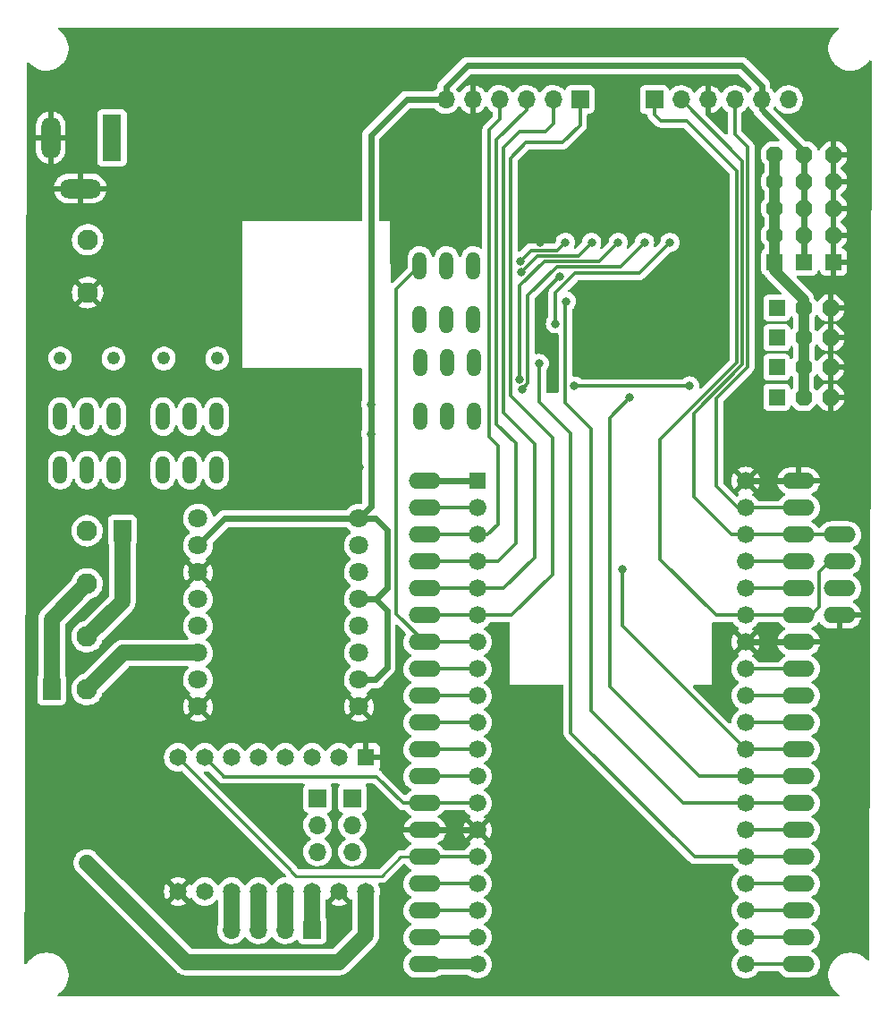
<source format=gbr>
%TF.GenerationSoftware,KiCad,Pcbnew,6.0.8-f2edbf62ab~116~ubuntu20.04.1*%
%TF.CreationDate,2022-10-27T00:05:34+05:30*%
%TF.ProjectId,sra_dev_board_2022,7372615f-6465-4765-9f62-6f6172645f32,rev?*%
%TF.SameCoordinates,Original*%
%TF.FileFunction,Copper,L2,Bot*%
%TF.FilePolarity,Positive*%
%FSLAX46Y46*%
G04 Gerber Fmt 4.6, Leading zero omitted, Abs format (unit mm)*
G04 Created by KiCad (PCBNEW 6.0.8-f2edbf62ab~116~ubuntu20.04.1) date 2022-10-27 00:05:34*
%MOMM*%
%LPD*%
G01*
G04 APERTURE LIST*
G04 Aperture macros list*
%AMOutline5P*
0 Free polygon, 5 corners , with rotation*
0 The origin of the aperture is its center*
0 number of corners: always 5*
0 $1 to $10 corner X, Y*
0 $11 Rotation angle, in degrees counterclockwise*
0 create outline with 5 corners*
4,1,5,$1,$2,$3,$4,$5,$6,$7,$8,$9,$10,$1,$2,$11*%
%AMOutline6P*
0 Free polygon, 6 corners , with rotation*
0 The origin of the aperture is its center*
0 number of corners: always 6*
0 $1 to $12 corner X, Y*
0 $13 Rotation angle, in degrees counterclockwise*
0 create outline with 6 corners*
4,1,6,$1,$2,$3,$4,$5,$6,$7,$8,$9,$10,$11,$12,$1,$2,$13*%
%AMOutline7P*
0 Free polygon, 7 corners , with rotation*
0 The origin of the aperture is its center*
0 number of corners: always 7*
0 $1 to $14 corner X, Y*
0 $15 Rotation angle, in degrees counterclockwise*
0 create outline with 7 corners*
4,1,7,$1,$2,$3,$4,$5,$6,$7,$8,$9,$10,$11,$12,$13,$14,$1,$2,$15*%
%AMOutline8P*
0 Free polygon, 8 corners , with rotation*
0 The origin of the aperture is its center*
0 number of corners: always 8*
0 $1 to $16 corner X, Y*
0 $17 Rotation angle, in degrees counterclockwise*
0 create outline with 8 corners*
4,1,8,$1,$2,$3,$4,$5,$6,$7,$8,$9,$10,$11,$12,$13,$14,$15,$16,$1,$2,$17*%
G04 Aperture macros list end*
%TA.AperFunction,ComponentPad*%
%ADD10R,1.524000X1.524000*%
%TD*%
%TA.AperFunction,ComponentPad*%
%ADD11Outline8P,-0.762000X0.381000X-0.381000X0.762000X0.381000X0.762000X0.762000X0.381000X0.762000X-0.381000X0.381000X-0.762000X-0.381000X-0.762000X-0.762000X-0.381000X90.000000*%
%TD*%
%TA.AperFunction,ComponentPad*%
%ADD12C,1.950000*%
%TD*%
%TA.AperFunction,ComponentPad*%
%ADD13O,3.048000X1.524000*%
%TD*%
%TA.AperFunction,ComponentPad*%
%ADD14R,1.650000X1.650000*%
%TD*%
%TA.AperFunction,ComponentPad*%
%ADD15C,1.650000*%
%TD*%
%TA.AperFunction,ComponentPad*%
%ADD16Outline8P,-0.762000X0.381000X-0.381000X0.762000X0.381000X0.762000X0.762000X0.381000X0.762000X-0.381000X0.381000X-0.762000X-0.381000X-0.762000X-0.762000X-0.381000X180.000000*%
%TD*%
%TA.AperFunction,SMDPad,CuDef*%
%ADD17R,1.700000X2.000000*%
%TD*%
%TA.AperFunction,ComponentPad*%
%ADD18R,1.700000X1.700000*%
%TD*%
%TA.AperFunction,ComponentPad*%
%ADD19O,1.700000X1.700000*%
%TD*%
%TA.AperFunction,ComponentPad*%
%ADD20C,1.800000*%
%TD*%
%TA.AperFunction,ComponentPad*%
%ADD21O,1.320800X2.641600*%
%TD*%
%TA.AperFunction,ComponentPad*%
%ADD22C,1.219000*%
%TD*%
%TA.AperFunction,ComponentPad*%
%ADD23R,1.800000X4.400000*%
%TD*%
%TA.AperFunction,ComponentPad*%
%ADD24O,1.800000X4.000000*%
%TD*%
%TA.AperFunction,ComponentPad*%
%ADD25O,4.000000X1.800000*%
%TD*%
%TA.AperFunction,ComponentPad*%
%ADD26R,1.560000X1.560000*%
%TD*%
%TA.AperFunction,ComponentPad*%
%ADD27C,1.676400*%
%TD*%
%TA.AperFunction,ViaPad*%
%ADD28C,0.800000*%
%TD*%
%TA.AperFunction,Conductor*%
%ADD29C,1.000000*%
%TD*%
%TA.AperFunction,Conductor*%
%ADD30C,0.300000*%
%TD*%
%TA.AperFunction,Conductor*%
%ADD31C,0.250000*%
%TD*%
%TA.AperFunction,Conductor*%
%ADD32C,1.500000*%
%TD*%
%TA.AperFunction,Conductor*%
%ADD33C,0.600000*%
%TD*%
G04 APERTURE END LIST*
D10*
%TO.P,J10,1,Pin_1*%
%TO.N,/15*%
X141520000Y-56510000D03*
D11*
%TO.P,J10,2,Pin_2*%
%TO.N,/5V*%
X144060000Y-56510000D03*
%TO.P,J10,3,Pin_3*%
%TO.N,GND*%
X146600000Y-56510000D03*
%TD*%
D12*
%TO.P,T3,1,Pin_1*%
%TO.N,GND*%
X76270000Y-55053723D03*
%TO.P,T3,2,Pin_2*%
%TO.N,/12V_U*%
X76270000Y-50053723D03*
%TD*%
D13*
%TO.P,J5,1,Pin_1*%
%TO.N,/CLK*%
X143569418Y-118588838D03*
%TO.P,J5,2,Pin_2*%
%TO.N,/SD0*%
X143569418Y-116048838D03*
%TO.P,J5,3,Pin_3*%
%TO.N,/SD1*%
X143569418Y-113508838D03*
%TO.P,J5,4,Pin_4*%
%TO.N,/15*%
X143569418Y-110968838D03*
%TO.P,J5,5,Pin_5*%
%TO.N,/2*%
X143569418Y-108428838D03*
%TO.P,J5,6,Pin_6*%
%TO.N,/0*%
X143569418Y-105888838D03*
%TO.P,J5,7,Pin_7*%
%TO.N,/4*%
X143569418Y-103348838D03*
%TO.P,J5,8,Pin_8*%
%TO.N,/16*%
X143569418Y-100808838D03*
%TO.P,J5,9,Pin_9*%
%TO.N,/17*%
X143569418Y-98268838D03*
%TO.P,J5,10,Pin_10*%
%TO.N,/5*%
X143569418Y-95728838D03*
%TO.P,J5,11,Pin_11*%
%TO.N,/18*%
X143569418Y-93188838D03*
%TO.P,J5,12,Pin_12*%
%TO.N,/19*%
X143569418Y-90648838D03*
%TO.P,J5,13,Pin_13*%
%TO.N,GND*%
X143569418Y-88108838D03*
%TO.P,J5,14,Pin_14*%
%TO.N,/21*%
X143569418Y-85568838D03*
%TO.P,J5,15,Pin_15*%
%TO.N,/RX*%
X143569418Y-83028838D03*
%TO.P,J5,16,Pin_16*%
%TO.N,/TX*%
X143569418Y-80488838D03*
%TO.P,J5,17,Pin_17*%
%TO.N,/22*%
X143569418Y-77948838D03*
%TO.P,J5,18,Pin_18*%
%TO.N,/23*%
X143569418Y-75408838D03*
%TO.P,J5,19,Pin_19*%
%TO.N,GND*%
X143569418Y-72868838D03*
%TD*%
D14*
%TO.P,A1,1,~{EN}*%
%TO.N,GND*%
X102616000Y-99004500D03*
D15*
%TO.P,A1,2,M0*%
%TO.N,/M0*%
X100076000Y-99004500D03*
%TO.P,A1,3,M1*%
%TO.N,/M1*%
X97536000Y-99004500D03*
%TO.P,A1,4,M2*%
%TO.N,/M2*%
X94996000Y-99004500D03*
%TO.P,A1,5,~{RST}*%
%TO.N,/5V_P*%
X92456000Y-99004500D03*
%TO.P,A1,6,~{SLP}*%
X89916000Y-99004500D03*
%TO.P,A1,7,STEP*%
%TO.N,/12*%
X87376000Y-99004500D03*
%TO.P,A1,8,DIR*%
%TO.N,/13*%
X84836000Y-99004500D03*
%TO.P,A1,9,GND_LOGIC*%
%TO.N,GND*%
X84836000Y-111704500D03*
%TO.P,A1,10,~{FAULT}*%
%TO.N,unconnected-(A1-Pad10)*%
X87376000Y-111704500D03*
%TO.P,A1,11,A2*%
%TO.N,/OUT4B*%
X89916000Y-111704500D03*
%TO.P,A1,12,A1*%
%TO.N,/OUT3B*%
X92456000Y-111704500D03*
%TO.P,A1,13,B1*%
%TO.N,/OUT2B*%
X94996000Y-111704500D03*
%TO.P,A1,14,B2*%
%TO.N,/OUT1B*%
X97536000Y-111704500D03*
%TO.P,A1,15,GND_MOT*%
%TO.N,GND*%
X100076000Y-111704500D03*
%TO.P,A1,16,VMOT*%
%TO.N,/12V_U*%
X102616000Y-111704500D03*
%TD*%
D10*
%TO.P,J11,1,Pin_1*%
%TO.N,/5V*%
X141332544Y-52158000D03*
D16*
%TO.P,J11,2,Pin_2*%
X141332544Y-49618000D03*
%TO.P,J11,3,Pin_3*%
X141332544Y-47078000D03*
%TO.P,J11,4,Pin_4*%
X141332544Y-44538000D03*
%TO.P,J11,5,Pin_5*%
X141332544Y-41998000D03*
%TD*%
D17*
%TO.P,TP2,1,1*%
%TO.N,/OUT3A*%
X79560000Y-77579497D03*
%TD*%
D18*
%TO.P,J16,1,Pin_1*%
%TO.N,/M0*%
X98044000Y-102870000D03*
D19*
%TO.P,J16,2,Pin_2*%
%TO.N,/M1*%
X98044000Y-105410000D03*
%TO.P,J16,3,Pin_3*%
%TO.N,/M2*%
X98044000Y-107950000D03*
%TD*%
D18*
%TO.P,J8,1,Pin_1*%
%TO.N,/21*%
X129920000Y-36790000D03*
D19*
%TO.P,J8,2,Pin_2*%
%TO.N,/22*%
X132460000Y-36790000D03*
%TO.P,J8,3,Pin_3*%
%TO.N,GND*%
X135000000Y-36790000D03*
%TO.P,J8,4,Pin_4*%
%TO.N,/23*%
X137540000Y-36790000D03*
%TO.P,J8,5,Pin_5*%
%TO.N,/3V3*%
X140080000Y-36790000D03*
%TO.P,J8,6,Pin_6*%
%TO.N,unconnected-(J8-Pad6)*%
X142620000Y-36790000D03*
%TD*%
D17*
%TO.P,TP1,1,1*%
%TO.N,/OUT2A*%
X72860000Y-92579497D03*
%TD*%
D20*
%TO.P,U3,1,VM*%
%TO.N,/12V_P*%
X86720000Y-76427582D03*
%TO.P,U3,2,VCC*%
%TO.N,/3V3*%
X86720000Y-78967582D03*
%TO.P,U3,3,GND*%
%TO.N,GND*%
X86720000Y-81507582D03*
%TO.P,U3,4,A01*%
%TO.N,/OUT1A*%
X86720000Y-84047582D03*
%TO.P,U3,5,A02*%
%TO.N,/OUT2A*%
X86720000Y-86587582D03*
%TO.P,U3,6,B02*%
%TO.N,/OUT4A*%
X86720000Y-89127582D03*
%TO.P,U3,7,B01*%
%TO.N,/OUT3A*%
X86720000Y-91667582D03*
%TO.P,U3,8,GND*%
%TO.N,GND*%
X86720000Y-94207582D03*
%TO.P,U3,9,GND*%
X101960000Y-94207582D03*
%TO.P,U3,10,PWMB*%
%TO.N,unconnected-(U3-Pad10)*%
X101960000Y-91667582D03*
%TO.P,U3,11,BI2*%
%TO.N,unconnected-(U3-Pad11)*%
X101960000Y-89127582D03*
%TO.P,U3,12,BI1*%
%TO.N,unconnected-(U3-Pad12)*%
X101960000Y-86587582D03*
%TO.P,U3,13,STBY*%
%TO.N,unconnected-(U3-Pad13)*%
X101960000Y-84047582D03*
%TO.P,U3,14,AI1*%
%TO.N,unconnected-(U3-Pad14)*%
X101960000Y-81507582D03*
%TO.P,U3,15,AI2*%
%TO.N,unconnected-(U3-Pad15)*%
X101960000Y-78967582D03*
%TO.P,U3,16,PWMA*%
%TO.N,unconnected-(U3-Pad16)*%
X101960000Y-76427582D03*
%TD*%
D10*
%TO.P,J13,1,Pin_1*%
%TO.N,GND*%
X146900000Y-52160000D03*
D16*
%TO.P,J13,2,Pin_2*%
X146900000Y-49620000D03*
%TO.P,J13,3,Pin_3*%
X146900000Y-47080000D03*
%TO.P,J13,4,Pin_4*%
X146900000Y-44540000D03*
%TO.P,J13,5,Pin_5*%
X146900000Y-42000000D03*
%TD*%
D21*
%TO.P,TB_B1,1,A*%
%TO.N,/27*%
X107780000Y-61657386D03*
%TO.P,TB_B1,2,B*%
%TO.N,/BIN1*%
X110320000Y-61657386D03*
%TO.P,TB_B1,3,C*%
%TO.N,/12*%
X112860000Y-61657386D03*
%TO.P,TB_B1,4,A*%
%TO.N,/14*%
X107780000Y-66737386D03*
%TO.P,TB_B1,5,B*%
%TO.N,/BIN2*%
X110320000Y-66737386D03*
%TO.P,TB_B1,6,C*%
%TO.N,/13*%
X112860000Y-66737386D03*
%TD*%
D22*
%TO.P,F2,1*%
%TO.N,Net-(D13-Pad1)*%
X83485000Y-61280000D03*
%TO.P,F2,2*%
%TO.N,Net-(5V_SW1-Pad2)*%
X88535000Y-61280000D03*
%TD*%
D10*
%TO.P,J3,1,Pin_1*%
%TO.N,/19*%
X141520000Y-64934000D03*
D11*
%TO.P,J3,2,Pin_2*%
%TO.N,/5V*%
X144060000Y-64934000D03*
%TO.P,J3,3,Pin_3*%
%TO.N,GND*%
X146600000Y-64934000D03*
%TD*%
D18*
%TO.P,J15,1,Pin_1*%
%TO.N,/OUT1B*%
X97536000Y-115316000D03*
D19*
%TO.P,J15,2,Pin_2*%
%TO.N,/OUT2B*%
X94996000Y-115316000D03*
%TO.P,J15,3,Pin_3*%
%TO.N,/OUT3B*%
X92456000Y-115316000D03*
%TO.P,J15,4,Pin_4*%
%TO.N,/OUT4B*%
X89916000Y-115316000D03*
%TD*%
D21*
%TO.P,12V_SW1,1,A*%
%TO.N,unconnected-(12V_SW1-Pad1)*%
X73680000Y-66762369D03*
%TO.P,12V_SW1,2,B*%
%TO.N,Net-(12V_SW1-Pad2)*%
X76220000Y-66762369D03*
%TO.P,12V_SW1,3,C*%
%TO.N,/12V_P*%
X78760000Y-66762369D03*
%TO.P,12V_SW1,4,A*%
%TO.N,unconnected-(12V_SW1-Pad4)*%
X73680000Y-71842369D03*
%TO.P,12V_SW1,5,B*%
%TO.N,Net-(12V_SW1-Pad2)*%
X76220000Y-71842369D03*
%TO.P,12V_SW1,6,C*%
%TO.N,/12V_P*%
X78760000Y-71842369D03*
%TD*%
%TO.P,5V_SW1,1,A*%
%TO.N,unconnected-(5V_SW1-Pad1)*%
X83400000Y-66770000D03*
%TO.P,5V_SW1,2,B*%
%TO.N,Net-(5V_SW1-Pad2)*%
X85940000Y-66770000D03*
%TO.P,5V_SW1,3,C*%
%TO.N,/5V_P*%
X88480000Y-66770000D03*
%TO.P,5V_SW1,4,A*%
%TO.N,unconnected-(5V_SW1-Pad4)*%
X83400000Y-71850000D03*
%TO.P,5V_SW1,5,B*%
%TO.N,Net-(5V_SW1-Pad2)*%
X85940000Y-71850000D03*
%TO.P,5V_SW1,6,C*%
%TO.N,/5V_P*%
X88480000Y-71850000D03*
%TD*%
D22*
%TO.P,F1,1*%
%TO.N,Net-(D9-Pad1)*%
X78715000Y-61280000D03*
%TO.P,F1,2*%
%TO.N,Net-(12V_SW1-Pad2)*%
X73665000Y-61280000D03*
%TD*%
D10*
%TO.P,J2,1,Pin_1*%
%TO.N,/5*%
X141520000Y-59310000D03*
D11*
%TO.P,J2,2,Pin_2*%
%TO.N,/5V*%
X144060000Y-59310000D03*
%TO.P,J2,3,Pin_3*%
%TO.N,GND*%
X146600000Y-59310000D03*
%TD*%
D13*
%TO.P,J9,1,Pin_1*%
%TO.N,GND*%
X147480000Y-85580000D03*
%TO.P,J9,2,Pin_2*%
%TO.N,/3V3*%
X147480000Y-83040000D03*
%TO.P,J9,3,Pin_3*%
%TO.N,/21*%
X147480000Y-80500000D03*
%TO.P,J9,4,Pin_4*%
%TO.N,/22*%
X147480000Y-77960000D03*
%TD*%
D18*
%TO.P,J7,1,Pin_1*%
%TO.N,/35*%
X122890000Y-36780000D03*
D19*
%TO.P,J7,2,Pin_2*%
%TO.N,/34*%
X120350000Y-36780000D03*
%TO.P,J7,3,Pin_3*%
%TO.N,/39*%
X117810000Y-36780000D03*
%TO.P,J7,4,Pin_4*%
%TO.N,/36*%
X115270000Y-36780000D03*
%TO.P,J7,5,Pin_5*%
%TO.N,GND*%
X112730000Y-36780000D03*
%TO.P,J7,6,Pin_6*%
%TO.N,/3V3*%
X110190000Y-36780000D03*
%TD*%
D23*
%TO.P,J6,1*%
%TO.N,/12V_U*%
X78580000Y-40400000D03*
D24*
%TO.P,J6,2*%
%TO.N,GND*%
X72780000Y-40400000D03*
D25*
%TO.P,J6,3*%
X75580000Y-45200000D03*
%TD*%
D12*
%TO.P,T1,1,Pin_1*%
%TO.N,/OUT1A*%
X76210000Y-77579497D03*
%TO.P,T1,2,Pin_2*%
%TO.N,/OUT2A*%
X76210000Y-82579497D03*
%TO.P,T1,3,Pin_3*%
%TO.N,/OUT3A*%
X76210000Y-87579497D03*
%TO.P,T1,4,Pin_4*%
%TO.N,/OUT4A*%
X76210000Y-92579497D03*
%TD*%
D26*
%TO.P,U1,1,3V3*%
%TO.N,/ESP_3V3*%
X113179418Y-72868838D03*
D27*
%TO.P,U1,2,EN*%
%TO.N,/EN*%
X113179418Y-75408838D03*
%TO.P,U1,3,SENSOR_VP*%
%TO.N,/36*%
X113179418Y-77948838D03*
%TO.P,U1,4,SENSOR_VN*%
%TO.N,/39*%
X113179418Y-80488838D03*
%TO.P,U1,5,IO34*%
%TO.N,/34*%
X113179418Y-83028838D03*
%TO.P,U1,6,IO35*%
%TO.N,/35*%
X113179418Y-85568838D03*
%TO.P,U1,7,IO32*%
%TO.N,/32*%
X113179418Y-88108838D03*
%TO.P,U1,8,IO33*%
%TO.N,/33*%
X113179418Y-90648838D03*
%TO.P,U1,9,IO25*%
%TO.N,/25*%
X113179418Y-93188838D03*
%TO.P,U1,10,IO26*%
%TO.N,/26*%
X113179418Y-95728838D03*
%TO.P,U1,11,IO27*%
%TO.N,/27*%
X113179418Y-98268838D03*
%TO.P,U1,12,IO14*%
%TO.N,/14*%
X113179418Y-100808838D03*
%TO.P,U1,13,IO12*%
%TO.N,/12*%
X113179418Y-103348838D03*
%TO.P,U1,14,GND1*%
%TO.N,GND*%
X113179418Y-105888838D03*
%TO.P,U1,15,IO13*%
%TO.N,/13*%
X113179418Y-108428838D03*
%TO.P,U1,16,SD2*%
%TO.N,/SD2*%
X113179418Y-110968838D03*
%TO.P,U1,17,SD3*%
%TO.N,/SD3*%
X113179418Y-113508838D03*
%TO.P,U1,18,CMD*%
%TO.N,/CMD*%
X113179418Y-116048838D03*
%TO.P,U1,19,EXT_5V*%
%TO.N,/5V_P*%
X113179418Y-118588838D03*
%TO.P,U1,20,GND3*%
%TO.N,GND*%
X138579418Y-72868838D03*
%TO.P,U1,21,IO23*%
%TO.N,/23*%
X138579418Y-75408838D03*
%TO.P,U1,22,IO22*%
%TO.N,/22*%
X138579418Y-77948838D03*
%TO.P,U1,23,TXD0*%
%TO.N,/TX*%
X138579418Y-80488838D03*
%TO.P,U1,24,RXD0*%
%TO.N,/RX*%
X138579418Y-83028838D03*
%TO.P,U1,25,IO21*%
%TO.N,/21*%
X138579418Y-85568838D03*
%TO.P,U1,26,GND2*%
%TO.N,GND*%
X138579418Y-88108838D03*
%TO.P,U1,27,IO19*%
%TO.N,/19*%
X138579418Y-90648838D03*
%TO.P,U1,28,IO18*%
%TO.N,/18*%
X138579418Y-93188838D03*
%TO.P,U1,29,IO5*%
%TO.N,/5*%
X138579418Y-95728838D03*
%TO.P,U1,30,IO17*%
%TO.N,/17*%
X138579418Y-98268838D03*
%TO.P,U1,31,IO16*%
%TO.N,/16*%
X138579418Y-100808838D03*
%TO.P,U1,32,IO4*%
%TO.N,/4*%
X138579418Y-103348838D03*
%TO.P,U1,33,IO0*%
%TO.N,/0*%
X138579418Y-105888838D03*
%TO.P,U1,34,IO2*%
%TO.N,/2*%
X138579418Y-108428838D03*
%TO.P,U1,35,IO15*%
%TO.N,/15*%
X138579418Y-110968838D03*
%TO.P,U1,36,SD1*%
%TO.N,/SD1*%
X138579418Y-113508838D03*
%TO.P,U1,37,SD0*%
%TO.N,/SD0*%
X138579418Y-116048838D03*
%TO.P,U1,38,CLK*%
%TO.N,/CLK*%
X138579418Y-118588838D03*
%TD*%
D21*
%TO.P,TB_A1,1,A*%
%TO.N,/32*%
X107720000Y-52487102D03*
%TO.P,TB_A1,2,B*%
X110260000Y-52487102D03*
%TO.P,TB_A1,3,C*%
%TO.N,/25*%
X112800000Y-52487102D03*
%TO.P,TB_A1,4,A*%
%TO.N,/33*%
X107720000Y-57567102D03*
%TO.P,TB_A1,5,B*%
X110260000Y-57567102D03*
%TO.P,TB_A1,6,C*%
%TO.N,/26*%
X112800000Y-57567102D03*
%TD*%
D10*
%TO.P,J12,1,Pin_1*%
%TO.N,/3V3*%
X144122544Y-52166000D03*
D16*
%TO.P,J12,2,Pin_2*%
X144122544Y-49626000D03*
%TO.P,J12,3,Pin_3*%
X144122544Y-47086000D03*
%TO.P,J12,4,Pin_4*%
X144122544Y-44546000D03*
%TO.P,J12,5,Pin_5*%
X144122544Y-42006000D03*
%TD*%
D18*
%TO.P,J14,1,Pin_1*%
%TO.N,/5V_P*%
X101346000Y-102870000D03*
D19*
%TO.P,J14,2,Pin_2*%
X101346000Y-105410000D03*
%TO.P,J14,3,Pin_3*%
X101346000Y-107950000D03*
%TD*%
D13*
%TO.P,J1,1,Pin_1*%
%TO.N,/ESP_3V3*%
X108179418Y-72868838D03*
%TO.P,J1,2,Pin_2*%
%TO.N,/EN*%
X108179418Y-75408838D03*
%TO.P,J1,3,Pin_3*%
%TO.N,/36*%
X108179418Y-77948838D03*
%TO.P,J1,4,Pin_4*%
%TO.N,/39*%
X108179418Y-80488838D03*
%TO.P,J1,5,Pin_5*%
%TO.N,/34*%
X108179418Y-83028838D03*
%TO.P,J1,6,Pin_6*%
%TO.N,/35*%
X108179418Y-85568838D03*
%TO.P,J1,7,Pin_7*%
%TO.N,/32*%
X108179418Y-88108838D03*
%TO.P,J1,8,Pin_8*%
%TO.N,/33*%
X108179418Y-90648838D03*
%TO.P,J1,9,Pin_9*%
%TO.N,/25*%
X108179418Y-93188838D03*
%TO.P,J1,10,Pin_10*%
%TO.N,/26*%
X108179418Y-95728838D03*
%TO.P,J1,11,Pin_11*%
%TO.N,/27*%
X108179418Y-98268838D03*
%TO.P,J1,12,Pin_12*%
%TO.N,/14*%
X108179418Y-100808838D03*
%TO.P,J1,13,Pin_13*%
%TO.N,/12*%
X108179418Y-103348838D03*
%TO.P,J1,14,Pin_14*%
%TO.N,GND*%
X108179418Y-105888838D03*
%TO.P,J1,15,Pin_15*%
%TO.N,/13*%
X108179418Y-108428838D03*
%TO.P,J1,16,Pin_16*%
%TO.N,/SD2*%
X108179418Y-110968838D03*
%TO.P,J1,17,Pin_17*%
%TO.N,/SD3*%
X108179418Y-113508838D03*
%TO.P,J1,18,Pin_18*%
%TO.N,/CMD*%
X108179418Y-116048838D03*
%TO.P,J1,19,Pin_19*%
%TO.N,/5V_P*%
X108179418Y-118588838D03*
%TD*%
D10*
%TO.P,J4,1,Pin_1*%
%TO.N,/18*%
X141510000Y-62120000D03*
D11*
%TO.P,J4,2,Pin_2*%
%TO.N,/5V*%
X144050000Y-62120000D03*
%TO.P,J4,3,Pin_3*%
%TO.N,GND*%
X146590000Y-62120000D03*
%TD*%
D28*
%TO.N,/25*%
X117220000Y-52070000D03*
X121500000Y-50300000D03*
%TO.N,/26*%
X124000000Y-50300000D03*
X117320000Y-53090000D03*
%TO.N,/27*%
X126500000Y-50300000D03*
X117204191Y-63246581D03*
%TO.N,/14*%
X117380000Y-64230500D03*
X129000000Y-50300000D03*
%TO.N,/12*%
X120570000Y-58000000D03*
X131400000Y-50300000D03*
%TO.N,/13*%
X133275023Y-63875023D03*
X122370000Y-63900000D03*
%TO.N,/3V3*%
X103080000Y-65600000D03*
X103080000Y-68420000D03*
%TO.N,GND*%
X96660000Y-45115000D03*
X102000000Y-71600000D03*
X136203500Y-58716500D03*
X130200000Y-42980000D03*
X94200000Y-35700000D03*
X96740000Y-33160000D03*
X82800000Y-43400000D03*
X112990000Y-44570000D03*
X119070000Y-58710000D03*
X94100000Y-64500000D03*
X82800000Y-37500000D03*
X135180000Y-43020000D03*
X91300000Y-70900000D03*
X94200000Y-33160000D03*
X128970000Y-54170000D03*
X120970000Y-53570000D03*
X117680000Y-42970000D03*
X99280000Y-38240000D03*
X119080000Y-50290000D03*
X122730000Y-43000000D03*
X96700000Y-66180000D03*
X83505000Y-46955000D03*
X92200000Y-64500000D03*
X96740000Y-38240000D03*
X82800000Y-40100000D03*
X91300000Y-69100000D03*
X110880000Y-44580000D03*
X99280000Y-35700000D03*
X140170000Y-54430000D03*
X127730000Y-42990000D03*
X129020000Y-58710000D03*
X94200000Y-38240000D03*
X132710000Y-42970000D03*
X99280000Y-33160000D03*
X120250000Y-43010000D03*
X96740000Y-35700000D03*
X100060000Y-45115000D03*
X126300000Y-58710000D03*
X136220000Y-52820000D03*
X125210000Y-42980000D03*
%TO.N,/2*%
X119050000Y-61750000D03*
%TO.N,/4*%
X121599070Y-55870000D03*
%TO.N,/16*%
X127620000Y-65000000D03*
%TO.N,/17*%
X126900500Y-81210000D03*
%TD*%
D29*
%TO.N,/5V_P*%
X108179418Y-118588838D02*
X113179418Y-118588838D01*
D30*
%TO.N,/32*%
X108179418Y-88108838D02*
X105500000Y-85429420D01*
X108179418Y-88108838D02*
X113179418Y-88108838D01*
X105500000Y-85429420D02*
X105500000Y-54707102D01*
X105500000Y-54707102D02*
X107720000Y-52487102D01*
%TO.N,/33*%
X108179418Y-90648838D02*
X113179418Y-90648838D01*
%TO.N,/25*%
X118250499Y-51039501D02*
X117220000Y-52070000D01*
X121500000Y-50300000D02*
X120760499Y-51039501D01*
X120760499Y-51039501D02*
X118250499Y-51039501D01*
X108179418Y-93188838D02*
X113179418Y-93188838D01*
%TO.N,/26*%
X118840499Y-51569501D02*
X122730499Y-51569501D01*
X117320000Y-53090000D02*
X118840499Y-51569501D01*
X108179418Y-95728838D02*
X113179418Y-95728838D01*
X122730499Y-51569501D02*
X124000000Y-50300000D01*
%TO.N,/27*%
X124730988Y-52069012D02*
X126500000Y-50300000D01*
X119510988Y-52069012D02*
X124730988Y-52069012D01*
X117204191Y-54375809D02*
X119510988Y-52069012D01*
X108179418Y-98268838D02*
X113179418Y-98268838D01*
X117204191Y-63246581D02*
X117204191Y-54375809D01*
%TO.N,/14*%
X117970000Y-55280044D02*
X120681521Y-52568523D01*
X126731477Y-52568523D02*
X129000000Y-50300000D01*
X117970000Y-63640500D02*
X117970000Y-55280044D01*
X117380000Y-64230500D02*
X117970000Y-63640500D01*
X120681521Y-52568523D02*
X126731477Y-52568523D01*
X108179418Y-100808838D02*
X113179418Y-100808838D01*
%TO.N,/12*%
X108179418Y-103348838D02*
X106142838Y-103348838D01*
X89154000Y-100838000D02*
X89154000Y-100782500D01*
X120570000Y-55060000D02*
X120570000Y-58000000D01*
X128470000Y-53230000D02*
X122400000Y-53230000D01*
X106142838Y-103348838D02*
X103632000Y-100838000D01*
X113179418Y-103348838D02*
X108179418Y-103348838D01*
X103632000Y-100838000D02*
X89154000Y-100838000D01*
X131400000Y-50300000D02*
X128470000Y-53230000D01*
X122400000Y-53230000D02*
X120570000Y-55060000D01*
X89154000Y-100782500D02*
X87376000Y-99004500D01*
D31*
%TO.N,/13*%
X104140000Y-110236000D02*
X96012000Y-110236000D01*
X108179418Y-108428838D02*
X105947162Y-108428838D01*
X95504000Y-109728000D02*
X95504000Y-109672500D01*
X96012000Y-110236000D02*
X95504000Y-109728000D01*
D30*
X122370000Y-63900000D02*
X133250046Y-63900000D01*
D31*
X105947162Y-108428838D02*
X104140000Y-110236000D01*
D30*
X108179418Y-108428838D02*
X113179418Y-108428838D01*
X133250046Y-63900000D02*
X133275023Y-63875023D01*
D31*
X95504000Y-109672500D02*
X84836000Y-99004500D01*
D32*
%TO.N,/12V_U*%
X102616000Y-115824000D02*
X102616000Y-111704500D01*
X100076000Y-118364000D02*
X102616000Y-115824000D01*
X85598000Y-118364000D02*
X100076000Y-118364000D01*
X76200000Y-108966000D02*
X85598000Y-118364000D01*
D33*
%TO.N,/3V3*%
X144122544Y-41762544D02*
X144122544Y-42006000D01*
X101960000Y-76427582D02*
X89260000Y-76427582D01*
X104600000Y-85100000D02*
X104600000Y-90500000D01*
X103547582Y-84047582D02*
X104600000Y-85100000D01*
X103080000Y-40170000D02*
X103080000Y-65600000D01*
X140080000Y-37720000D02*
X144122544Y-41762544D01*
X103100000Y-68440000D02*
X103100000Y-75287582D01*
X104600000Y-90500000D02*
X103432418Y-91667582D01*
X106470000Y-36780000D02*
X103080000Y-40170000D01*
X140080000Y-35470000D02*
X138180000Y-33570000D01*
X103432418Y-91667582D02*
X101960000Y-91667582D01*
X103080000Y-65600000D02*
X103080000Y-68420000D01*
X89260000Y-76427582D02*
X86720000Y-78967582D01*
X110190000Y-36780000D02*
X106470000Y-36780000D01*
X144122544Y-47086000D02*
X144122544Y-49626000D01*
X144122544Y-42006000D02*
X144122544Y-44546000D01*
X101960000Y-84047582D02*
X103552418Y-84047582D01*
X101960000Y-91667582D02*
X103567582Y-91667582D01*
X144122544Y-49626000D02*
X144122544Y-52166000D01*
X103080000Y-68420000D02*
X103100000Y-68440000D01*
X103100000Y-75287582D02*
X101960000Y-76427582D01*
X101960000Y-76427582D02*
X103527582Y-76427582D01*
X138180000Y-33570000D02*
X112220000Y-33570000D01*
X140080000Y-36790000D02*
X140080000Y-37720000D01*
X140080000Y-36790000D02*
X140080000Y-35470000D01*
X144122544Y-44546000D02*
X144122544Y-47086000D01*
X104600000Y-77500000D02*
X104600000Y-83000000D01*
X101960000Y-84047582D02*
X103547582Y-84047582D01*
X112220000Y-33570000D02*
X110190000Y-35600000D01*
X110190000Y-35600000D02*
X110190000Y-36780000D01*
X103527582Y-76427582D02*
X104600000Y-77500000D01*
X104600000Y-83000000D02*
X103552418Y-84047582D01*
D29*
%TO.N,/5V*%
X141332544Y-41998000D02*
X141332544Y-44538000D01*
X144050000Y-64924000D02*
X144060000Y-64934000D01*
X144060000Y-55710000D02*
X144060000Y-56510000D01*
X141332544Y-49618000D02*
X141332544Y-52158000D01*
X144050000Y-62120000D02*
X144050000Y-64924000D01*
X144060000Y-56510000D02*
X144060000Y-59310000D01*
X141332544Y-52982544D02*
X144060000Y-55710000D01*
X141332544Y-47078000D02*
X141332544Y-49618000D01*
X141332544Y-44538000D02*
X141332544Y-47078000D01*
X141332544Y-52158000D02*
X141332544Y-52982544D01*
X144060000Y-59310000D02*
X144060000Y-62110000D01*
X144060000Y-62110000D02*
X144050000Y-62120000D01*
D33*
%TO.N,GND*%
X117680000Y-42970000D02*
X120210000Y-42970000D01*
X138579418Y-72868838D02*
X143569418Y-72868838D01*
X108179418Y-105888838D02*
X113179418Y-105888838D01*
X143569418Y-88108838D02*
X138579418Y-88108838D01*
X120210000Y-42970000D02*
X120250000Y-43010000D01*
D30*
%TO.N,/EN*%
X113179418Y-75408838D02*
X108179418Y-75408838D01*
%TO.N,/36*%
X113179418Y-77948838D02*
X114151162Y-77948838D01*
X114151162Y-77948838D02*
X115100000Y-77000000D01*
X115100000Y-77000000D02*
X115100000Y-69500000D01*
X114300000Y-39640000D02*
X115270000Y-38670000D01*
X115100000Y-69500000D02*
X114300000Y-68700000D01*
X114300000Y-68700000D02*
X114300000Y-39640000D01*
X115270000Y-38670000D02*
X115270000Y-36780000D01*
X113179418Y-77948838D02*
X108179418Y-77948838D01*
%TO.N,/39*%
X113179418Y-80488838D02*
X108179418Y-80488838D01*
X116800000Y-69320000D02*
X115000000Y-67520000D01*
X115000000Y-67520000D02*
X115000000Y-40620000D01*
X113179418Y-80488838D02*
X115111162Y-80488838D01*
X115111162Y-80488838D02*
X116800000Y-78800000D01*
X116800000Y-78800000D02*
X116800000Y-69320000D01*
X117810000Y-37810000D02*
X117810000Y-36780000D01*
X115000000Y-40620000D02*
X117810000Y-37810000D01*
%TO.N,/34*%
X118600000Y-69400000D02*
X115600000Y-66400000D01*
X117203585Y-39780000D02*
X119620000Y-39780000D01*
X115600000Y-41383585D02*
X117203585Y-39780000D01*
X119620000Y-39780000D02*
X120350000Y-39050000D01*
X115600000Y-66400000D02*
X115600000Y-41383585D01*
X113179418Y-83028838D02*
X115671162Y-83028838D01*
X113179418Y-83028838D02*
X108179418Y-83028838D01*
X120350000Y-39050000D02*
X120350000Y-36780000D01*
X118600000Y-80100000D02*
X118600000Y-69400000D01*
X115671162Y-83028838D02*
X118600000Y-80100000D01*
%TO.N,/35*%
X120300000Y-81700000D02*
X120300000Y-68800000D01*
X113179418Y-85568838D02*
X116431162Y-85568838D01*
X113179418Y-85568838D02*
X108179418Y-85568838D01*
X117800000Y-40840000D02*
X121270000Y-40840000D01*
X120300000Y-68800000D02*
X116298530Y-64798530D01*
X122890000Y-39220000D02*
X122890000Y-36780000D01*
X116298530Y-64798530D02*
X116298530Y-42341470D01*
X121270000Y-40840000D02*
X122890000Y-39220000D01*
X116298530Y-42341470D02*
X117800000Y-40840000D01*
X116431162Y-85568838D02*
X120300000Y-81700000D01*
%TO.N,/SD2*%
X108179418Y-110968838D02*
X113179418Y-110968838D01*
%TO.N,/SD3*%
X108179418Y-113508838D02*
X113179418Y-113508838D01*
%TO.N,/CMD*%
X108179418Y-116048838D02*
X113179418Y-116048838D01*
%TO.N,/5*%
X138579418Y-95728838D02*
X143569418Y-95728838D01*
%TO.N,/19*%
X138579418Y-90648838D02*
X143569418Y-90648838D01*
%TO.N,/18*%
X138579418Y-93188838D02*
X143569418Y-93188838D01*
%TO.N,/CLK*%
X138579418Y-118588838D02*
X143569418Y-118588838D01*
%TO.N,/SD0*%
X138579418Y-116048838D02*
X143569418Y-116048838D01*
%TO.N,/SD1*%
X138579418Y-113508838D02*
X143569418Y-113508838D01*
%TO.N,/15*%
X138579418Y-110968838D02*
X143569418Y-110968838D01*
%TO.N,/2*%
X138579418Y-108428838D02*
X143569418Y-108428838D01*
X138579418Y-108428838D02*
X133728838Y-108428838D01*
X122000000Y-68330000D02*
X119050000Y-65380000D01*
X133728838Y-108428838D02*
X122000000Y-96700000D01*
X119050000Y-65380000D02*
X119050000Y-61750000D01*
X122000000Y-96700000D02*
X122000000Y-68330000D01*
%TO.N,/0*%
X138579418Y-105888838D02*
X143569418Y-105888838D01*
%TO.N,/4*%
X132648838Y-103348838D02*
X138579418Y-103348838D01*
X123900000Y-94600000D02*
X132648838Y-103348838D01*
X123900000Y-67901860D02*
X123900000Y-94600000D01*
X121510499Y-55958571D02*
X121510499Y-65512359D01*
X121510499Y-65512359D02*
X123900000Y-67901860D01*
X138579418Y-103348838D02*
X143569418Y-103348838D01*
X121599070Y-55870000D02*
X121510499Y-55958571D01*
%TO.N,/16*%
X125750000Y-92350000D02*
X125750000Y-66870000D01*
X134208838Y-100808838D02*
X125750000Y-92350000D01*
X138579418Y-100808838D02*
X143569418Y-100808838D01*
X125750000Y-66870000D02*
X127620000Y-65000000D01*
X138579418Y-100808838D02*
X134208838Y-100808838D01*
%TO.N,/17*%
X126900500Y-86589920D02*
X126900500Y-81210000D01*
X138579418Y-98268838D02*
X143569418Y-98268838D01*
X138579418Y-98268838D02*
X126900500Y-86589920D01*
%TO.N,/21*%
X144771162Y-85568838D02*
X145540000Y-84800000D01*
X137750000Y-61660000D02*
X130500000Y-68910000D01*
X138579418Y-85568838D02*
X143569418Y-85568838D01*
X133000000Y-38780000D02*
X137750000Y-43530000D01*
X145540000Y-84800000D02*
X145540000Y-81470000D01*
X146510000Y-80500000D02*
X147480000Y-80500000D01*
X137750000Y-43530000D02*
X137750000Y-61660000D01*
X145540000Y-81470000D02*
X146510000Y-80500000D01*
X130500000Y-68910000D02*
X130500000Y-80300000D01*
X129920000Y-36790000D02*
X129920000Y-38180000D01*
X130520000Y-38780000D02*
X133000000Y-38780000D01*
X129920000Y-38180000D02*
X130520000Y-38780000D01*
X143569418Y-85568838D02*
X144771162Y-85568838D01*
X130500000Y-80300000D02*
X135768838Y-85568838D01*
X135768838Y-85568838D02*
X138579418Y-85568838D01*
%TO.N,/RX*%
X138579418Y-83028838D02*
X143569418Y-83028838D01*
%TO.N,/TX*%
X138579418Y-80488838D02*
X143569418Y-80488838D01*
%TO.N,/22*%
X138579418Y-77948838D02*
X143569418Y-77948838D01*
X133640000Y-66476416D02*
X133640000Y-74390000D01*
X132460000Y-36790000D02*
X138249511Y-42579511D01*
X138249511Y-42579511D02*
X138249511Y-61866905D01*
X147468838Y-77948838D02*
X147480000Y-77960000D01*
X143569418Y-77948838D02*
X147468838Y-77948838D01*
X137198838Y-77948838D02*
X138579418Y-77948838D01*
X133640000Y-74390000D02*
X137198838Y-77948838D01*
X138249511Y-61866905D02*
X133640000Y-66476416D01*
%TO.N,/23*%
X135770000Y-65052831D02*
X138749022Y-62073809D01*
X135770000Y-73350000D02*
X135770000Y-65052831D01*
X138579418Y-75408838D02*
X143569418Y-75408838D01*
X138749022Y-41289022D02*
X137540000Y-40080000D01*
X138749022Y-62073809D02*
X138749022Y-41289022D01*
X137540000Y-40080000D02*
X137540000Y-36790000D01*
X137828838Y-75408838D02*
X135770000Y-73350000D01*
X138579418Y-75408838D02*
X137828838Y-75408838D01*
D32*
%TO.N,/OUT2A*%
X72860000Y-85929497D02*
X76210000Y-82579497D01*
X72860000Y-92579497D02*
X72860000Y-85929497D01*
%TO.N,/OUT3A*%
X79560000Y-84229497D02*
X76210000Y-87579497D01*
X79560000Y-77579497D02*
X79560000Y-84229497D01*
%TO.N,/OUT4A*%
X86720000Y-89127582D02*
X79661915Y-89127582D01*
X79661915Y-89127582D02*
X76210000Y-92579497D01*
%TO.N,/OUT1B*%
X97536000Y-111704500D02*
X97536000Y-115316000D01*
%TO.N,/OUT2B*%
X94996000Y-115316000D02*
X94996000Y-111704500D01*
%TO.N,/OUT3B*%
X92456000Y-111704500D02*
X92456000Y-115316000D01*
%TO.N,/OUT4B*%
X89916000Y-115316000D02*
X89916000Y-111704500D01*
D33*
%TO.N,/ESP_3V3*%
X108179418Y-72868838D02*
X113179418Y-72868838D01*
%TD*%
%TA.AperFunction,Conductor*%
%TO.N,GND*%
G36*
X147336350Y-29978502D02*
G01*
X147382843Y-30032158D01*
X147392947Y-30102432D01*
X147363453Y-30167012D01*
X147340680Y-30187587D01*
X147169977Y-30307559D01*
X146959378Y-30503260D01*
X146777287Y-30725732D01*
X146627073Y-30970858D01*
X146511517Y-31234102D01*
X146432756Y-31510594D01*
X146392249Y-31795216D01*
X146392227Y-31799505D01*
X146392226Y-31799512D01*
X146391471Y-31943724D01*
X146390743Y-32082703D01*
X146428268Y-32367734D01*
X146504129Y-32645036D01*
X146505813Y-32648984D01*
X146613781Y-32902109D01*
X146616923Y-32909476D01*
X146673438Y-33003905D01*
X146723899Y-33088219D01*
X146764561Y-33156161D01*
X146944313Y-33380528D01*
X147152851Y-33578423D01*
X147386317Y-33746186D01*
X147390112Y-33748195D01*
X147390113Y-33748196D01*
X147411869Y-33759715D01*
X147640392Y-33880712D01*
X147910373Y-33979511D01*
X148191264Y-34040755D01*
X148219841Y-34043004D01*
X148414282Y-34058307D01*
X148414291Y-34058307D01*
X148416739Y-34058500D01*
X148572271Y-34058500D01*
X148574407Y-34058354D01*
X148574418Y-34058354D01*
X148782548Y-34044165D01*
X148782554Y-34044164D01*
X148786825Y-34043873D01*
X148791020Y-34043004D01*
X148791022Y-34043004D01*
X148927584Y-34014723D01*
X149068342Y-33985574D01*
X149339343Y-33889607D01*
X149594812Y-33757750D01*
X149598313Y-33755289D01*
X149598317Y-33755287D01*
X149712417Y-33675096D01*
X149830023Y-33592441D01*
X150040622Y-33396740D01*
X150222713Y-33174268D01*
X150236066Y-33152479D01*
X150256364Y-33119355D01*
X150309011Y-33071723D01*
X150379053Y-33060116D01*
X150444251Y-33088219D01*
X150483905Y-33147109D01*
X150489797Y-33185502D01*
X150279041Y-118089939D01*
X150258870Y-118158010D01*
X150205099Y-118204369D01*
X150134800Y-118214299D01*
X150070292Y-118184645D01*
X150060290Y-118174909D01*
X150058364Y-118172814D01*
X150055687Y-118169472D01*
X150052582Y-118166525D01*
X150052578Y-118166521D01*
X149850258Y-117974527D01*
X149850255Y-117974525D01*
X149847149Y-117971577D01*
X149613683Y-117803814D01*
X149591843Y-117792250D01*
X149473963Y-117729836D01*
X149359608Y-117669288D01*
X149089627Y-117570489D01*
X148808736Y-117509245D01*
X148777685Y-117506801D01*
X148585718Y-117491693D01*
X148585709Y-117491693D01*
X148583261Y-117491500D01*
X148427729Y-117491500D01*
X148425593Y-117491646D01*
X148425582Y-117491646D01*
X148217452Y-117505835D01*
X148217446Y-117505836D01*
X148213175Y-117506127D01*
X148208980Y-117506996D01*
X148208978Y-117506996D01*
X148072416Y-117535277D01*
X147931658Y-117564426D01*
X147660657Y-117660393D01*
X147405188Y-117792250D01*
X147401687Y-117794711D01*
X147401683Y-117794713D01*
X147391594Y-117801804D01*
X147169977Y-117957559D01*
X147156973Y-117969643D01*
X146988197Y-118126480D01*
X146959378Y-118153260D01*
X146777287Y-118375732D01*
X146627073Y-118620858D01*
X146625347Y-118624791D01*
X146625346Y-118624792D01*
X146538083Y-118823583D01*
X146511517Y-118884102D01*
X146432756Y-119160594D01*
X146409994Y-119320529D01*
X146398683Y-119400011D01*
X146392249Y-119445216D01*
X146392227Y-119449505D01*
X146392226Y-119449512D01*
X146390781Y-119725437D01*
X146390743Y-119732703D01*
X146391302Y-119736947D01*
X146391302Y-119736951D01*
X146394210Y-119759036D01*
X146428268Y-120017734D01*
X146504129Y-120295036D01*
X146616923Y-120559476D01*
X146764561Y-120806161D01*
X146944313Y-121030528D01*
X147152851Y-121228423D01*
X147175787Y-121244904D01*
X147385238Y-121395411D01*
X147428886Y-121451405D01*
X147435332Y-121522109D01*
X147402529Y-121585073D01*
X147340892Y-121620307D01*
X147311712Y-121623733D01*
X73535908Y-121623733D01*
X73467787Y-121603731D01*
X73421294Y-121550075D01*
X73411190Y-121479801D01*
X73440684Y-121415221D01*
X73463457Y-121394646D01*
X73680023Y-121242441D01*
X73890622Y-121046740D01*
X74072713Y-120824268D01*
X74222927Y-120579142D01*
X74229930Y-120563190D01*
X74336757Y-120319830D01*
X74338483Y-120315898D01*
X74417244Y-120039406D01*
X74453316Y-119785948D01*
X74457146Y-119759036D01*
X74457146Y-119759034D01*
X74457751Y-119754784D01*
X74457845Y-119736951D01*
X74459235Y-119471583D01*
X74459235Y-119471576D01*
X74459257Y-119467297D01*
X74457194Y-119451622D01*
X74438671Y-119310932D01*
X74421732Y-119182266D01*
X74345871Y-118904964D01*
X74233077Y-118640524D01*
X74085439Y-118393839D01*
X73905687Y-118169472D01*
X73782289Y-118052372D01*
X73700258Y-117974527D01*
X73700255Y-117974525D01*
X73697149Y-117971577D01*
X73463683Y-117803814D01*
X73441843Y-117792250D01*
X73323963Y-117729836D01*
X73209608Y-117669288D01*
X72939627Y-117570489D01*
X72658736Y-117509245D01*
X72627685Y-117506801D01*
X72435718Y-117491693D01*
X72435709Y-117491693D01*
X72433261Y-117491500D01*
X72277729Y-117491500D01*
X72275593Y-117491646D01*
X72275582Y-117491646D01*
X72067452Y-117505835D01*
X72067446Y-117505836D01*
X72063175Y-117506127D01*
X72058980Y-117506996D01*
X72058978Y-117506996D01*
X71922416Y-117535277D01*
X71781658Y-117564426D01*
X71510657Y-117660393D01*
X71255188Y-117792250D01*
X71251687Y-117794711D01*
X71251683Y-117794713D01*
X71241594Y-117801804D01*
X71019977Y-117957559D01*
X71006973Y-117969643D01*
X70838197Y-118126480D01*
X70809378Y-118153260D01*
X70627287Y-118375732D01*
X70625048Y-118379386D01*
X70528532Y-118536885D01*
X70475884Y-118584516D01*
X70405843Y-118596123D01*
X70340645Y-118568020D01*
X70300991Y-118509129D01*
X70295099Y-118470737D01*
X70318824Y-108913086D01*
X74937521Y-108913086D01*
X74937785Y-108918685D01*
X74937785Y-108918687D01*
X74940188Y-108969632D01*
X74948104Y-109137488D01*
X74970586Y-109235649D01*
X74990893Y-109324311D01*
X74998258Y-109356470D01*
X75086397Y-109563109D01*
X75089474Y-109567793D01*
X75206924Y-109746594D01*
X75209735Y-109750874D01*
X75212798Y-109754312D01*
X75212802Y-109754317D01*
X75229634Y-109773208D01*
X75247722Y-109793509D01*
X75249019Y-109794806D01*
X84643475Y-119189263D01*
X84654342Y-119201653D01*
X84667877Y-119219292D01*
X84722797Y-119269265D01*
X84728174Y-119274158D01*
X84732469Y-119278257D01*
X84748410Y-119294198D01*
X84750557Y-119295993D01*
X84750559Y-119295995D01*
X84768423Y-119310932D01*
X84772398Y-119314400D01*
X84829888Y-119366712D01*
X84829897Y-119366719D01*
X84834036Y-119370485D01*
X84838782Y-119373462D01*
X84838783Y-119373463D01*
X84849225Y-119380013D01*
X84863093Y-119390089D01*
X84872549Y-119397996D01*
X84872559Y-119398003D01*
X84876854Y-119401594D01*
X84945877Y-119440964D01*
X84949240Y-119442882D01*
X84953759Y-119445587D01*
X84973208Y-119457787D01*
X85019596Y-119486886D01*
X85019599Y-119486888D01*
X85024344Y-119489864D01*
X85029549Y-119491957D01*
X85029552Y-119491958D01*
X85040979Y-119496552D01*
X85056411Y-119504012D01*
X85067119Y-119510120D01*
X85067128Y-119510124D01*
X85071993Y-119512899D01*
X85077270Y-119514768D01*
X85077275Y-119514770D01*
X85150542Y-119540715D01*
X85155478Y-119542580D01*
X85175073Y-119550457D01*
X85232783Y-119573656D01*
X85238270Y-119574792D01*
X85238272Y-119574793D01*
X85250349Y-119577294D01*
X85266844Y-119581899D01*
X85283759Y-119587889D01*
X85366010Y-119601359D01*
X85371180Y-119602317D01*
X85398138Y-119607900D01*
X85443723Y-119617340D01*
X85452767Y-119619213D01*
X85457379Y-119619479D01*
X85457380Y-119619479D01*
X85480548Y-119620815D01*
X85493653Y-119622262D01*
X85499910Y-119623286D01*
X85499914Y-119623286D01*
X85505457Y-119624194D01*
X85511070Y-119624106D01*
X85511072Y-119624106D01*
X85612264Y-119622516D01*
X85614243Y-119622500D01*
X99984604Y-119622500D01*
X100001051Y-119623578D01*
X100017516Y-119625746D01*
X100017520Y-119625746D01*
X100023086Y-119626479D01*
X100104489Y-119622640D01*
X100110424Y-119622500D01*
X100132999Y-119622500D01*
X100158989Y-119620181D01*
X100164248Y-119619822D01*
X100247488Y-119615896D01*
X100252947Y-119614646D01*
X100252952Y-119614645D01*
X100264970Y-119611892D01*
X100281899Y-119609211D01*
X100299762Y-119607617D01*
X100305178Y-119606135D01*
X100305180Y-119606135D01*
X100380133Y-119585630D01*
X100385251Y-119584344D01*
X100461000Y-119566995D01*
X100461002Y-119566994D01*
X100466470Y-119565742D01*
X100476970Y-119561263D01*
X100482967Y-119558706D01*
X100499142Y-119553073D01*
X100511039Y-119549818D01*
X100511043Y-119549817D01*
X100516451Y-119548337D01*
X100586826Y-119514770D01*
X100591667Y-119512461D01*
X100596476Y-119510290D01*
X100667949Y-119479804D01*
X100667950Y-119479804D01*
X100673109Y-119477603D01*
X100688110Y-119467749D01*
X100703025Y-119459346D01*
X100719218Y-119451622D01*
X100723769Y-119448352D01*
X100723772Y-119448350D01*
X100756996Y-119424476D01*
X100786892Y-119402994D01*
X100791232Y-119400011D01*
X100857010Y-119356804D01*
X100857018Y-119356798D01*
X100860874Y-119354265D01*
X100881662Y-119335743D01*
X100891939Y-119327510D01*
X100901654Y-119320529D01*
X100976062Y-119243746D01*
X100977451Y-119242336D01*
X103441263Y-116778525D01*
X103453654Y-116767657D01*
X103466848Y-116757533D01*
X103471292Y-116754123D01*
X103526158Y-116693826D01*
X103530257Y-116689531D01*
X103546198Y-116673590D01*
X103562942Y-116653564D01*
X103566401Y-116649599D01*
X103566612Y-116649368D01*
X103622485Y-116587964D01*
X103632016Y-116572770D01*
X103642085Y-116558910D01*
X103653593Y-116545147D01*
X103694869Y-116472782D01*
X103697579Y-116468253D01*
X103738885Y-116402405D01*
X103741864Y-116397656D01*
X103748553Y-116381017D01*
X103756012Y-116365587D01*
X103762119Y-116354881D01*
X103762123Y-116354872D01*
X103764898Y-116350007D01*
X103792712Y-116271462D01*
X103794573Y-116266537D01*
X103795900Y-116263238D01*
X103825656Y-116189217D01*
X103829296Y-116171639D01*
X103833902Y-116155146D01*
X103839888Y-116138241D01*
X103843418Y-116116689D01*
X103853352Y-116056023D01*
X103854314Y-116050833D01*
X103854728Y-116048838D01*
X103871213Y-115969233D01*
X103872816Y-115941437D01*
X103874263Y-115928331D01*
X103875286Y-115922086D01*
X103875287Y-115922079D01*
X103876193Y-115916543D01*
X103874516Y-115809769D01*
X103874500Y-115807791D01*
X103874500Y-112176553D01*
X103878793Y-112143942D01*
X103932834Y-111942259D01*
X103932834Y-111942257D01*
X103934258Y-111936944D01*
X103954594Y-111704500D01*
X103934258Y-111472056D01*
X103932834Y-111466741D01*
X103875290Y-111251984D01*
X103875289Y-111251982D01*
X103873867Y-111246674D01*
X103781573Y-111048750D01*
X103770912Y-110978559D01*
X103799892Y-110913746D01*
X103859311Y-110874889D01*
X103895768Y-110869500D01*
X104061233Y-110869500D01*
X104072416Y-110870027D01*
X104079909Y-110871702D01*
X104087835Y-110871453D01*
X104087836Y-110871453D01*
X104147986Y-110869562D01*
X104151945Y-110869500D01*
X104179856Y-110869500D01*
X104183791Y-110869003D01*
X104183856Y-110868995D01*
X104195693Y-110868062D01*
X104227951Y-110867048D01*
X104231970Y-110866922D01*
X104239889Y-110866673D01*
X104259343Y-110861021D01*
X104278700Y-110857013D01*
X104290930Y-110855468D01*
X104290931Y-110855468D01*
X104298797Y-110854474D01*
X104306168Y-110851555D01*
X104306170Y-110851555D01*
X104339912Y-110838196D01*
X104351142Y-110834351D01*
X104385983Y-110824229D01*
X104385984Y-110824229D01*
X104393593Y-110822018D01*
X104400412Y-110817985D01*
X104400417Y-110817983D01*
X104411028Y-110811707D01*
X104428776Y-110803012D01*
X104447617Y-110795552D01*
X104483387Y-110769564D01*
X104493307Y-110763048D01*
X104524535Y-110744580D01*
X104524538Y-110744578D01*
X104531362Y-110740542D01*
X104545683Y-110726221D01*
X104560717Y-110713380D01*
X104570694Y-110706131D01*
X104577107Y-110701472D01*
X104605298Y-110667395D01*
X104613288Y-110658616D01*
X106160264Y-109111641D01*
X106222576Y-109077615D01*
X106293392Y-109082680D01*
X106349322Y-109124032D01*
X106389760Y-109176731D01*
X106478427Y-109292285D01*
X106518914Y-109329125D01*
X106642023Y-109441146D01*
X106642026Y-109441148D01*
X106646170Y-109444919D01*
X106650921Y-109447900D01*
X106650922Y-109447900D01*
X106833536Y-109562454D01*
X106833540Y-109562456D01*
X106838292Y-109565437D01*
X106881324Y-109582736D01*
X106937067Y-109626702D01*
X106960192Y-109693827D01*
X106943355Y-109762798D01*
X106888570Y-109813368D01*
X106768067Y-109870845D01*
X106763506Y-109874122D01*
X106763505Y-109874123D01*
X106589697Y-109999018D01*
X106583892Y-110003189D01*
X106517803Y-110071387D01*
X106442865Y-110148717D01*
X106426063Y-110166055D01*
X106422936Y-110170709D01*
X106302697Y-110349643D01*
X106302694Y-110349648D01*
X106299571Y-110354296D01*
X106297318Y-110359428D01*
X106297316Y-110359432D01*
X106243570Y-110481868D01*
X106208411Y-110561962D01*
X106207101Y-110567419D01*
X106156778Y-110777030D01*
X106156777Y-110777036D01*
X106155468Y-110782489D01*
X106151317Y-110854474D01*
X106144454Y-110973500D01*
X106142412Y-111008907D01*
X106169659Y-111234057D01*
X106236345Y-111450825D01*
X106238917Y-111455808D01*
X106337775Y-111647340D01*
X106340364Y-111652357D01*
X106478427Y-111832285D01*
X106569268Y-111914944D01*
X106642023Y-111981146D01*
X106642026Y-111981148D01*
X106646170Y-111984919D01*
X106650921Y-111987900D01*
X106650922Y-111987900D01*
X106833536Y-112102454D01*
X106833540Y-112102456D01*
X106838292Y-112105437D01*
X106881324Y-112122736D01*
X106937067Y-112166702D01*
X106960192Y-112233827D01*
X106943355Y-112302798D01*
X106888570Y-112353368D01*
X106768067Y-112410845D01*
X106763506Y-112414122D01*
X106763505Y-112414123D01*
X106607027Y-112526565D01*
X106583892Y-112543189D01*
X106426063Y-112706055D01*
X106382348Y-112771111D01*
X106302697Y-112889643D01*
X106302694Y-112889648D01*
X106299571Y-112894296D01*
X106297318Y-112899428D01*
X106297316Y-112899432D01*
X106242969Y-113023237D01*
X106208411Y-113101962D01*
X106207101Y-113107419D01*
X106156778Y-113317030D01*
X106156777Y-113317036D01*
X106155468Y-113322489D01*
X106155145Y-113328095D01*
X106144723Y-113508838D01*
X106142412Y-113548907D01*
X106169659Y-113774057D01*
X106236345Y-113990825D01*
X106238917Y-113995808D01*
X106337775Y-114187340D01*
X106340364Y-114192357D01*
X106478427Y-114372285D01*
X106524787Y-114414469D01*
X106642023Y-114521146D01*
X106642026Y-114521148D01*
X106646170Y-114524919D01*
X106650921Y-114527900D01*
X106650922Y-114527900D01*
X106833536Y-114642454D01*
X106833540Y-114642456D01*
X106838292Y-114645437D01*
X106881324Y-114662736D01*
X106937067Y-114706702D01*
X106960192Y-114773827D01*
X106943355Y-114842798D01*
X106888570Y-114893368D01*
X106768067Y-114950845D01*
X106763506Y-114954122D01*
X106763505Y-114954123D01*
X106608221Y-115065707D01*
X106583892Y-115083189D01*
X106426063Y-115246055D01*
X106387991Y-115302712D01*
X106302697Y-115429643D01*
X106302694Y-115429648D01*
X106299571Y-115434296D01*
X106297318Y-115439428D01*
X106297316Y-115439432D01*
X106268220Y-115505715D01*
X106208411Y-115641962D01*
X106207101Y-115647419D01*
X106156778Y-115857030D01*
X106156777Y-115857036D01*
X106155468Y-115862489D01*
X106151816Y-115925829D01*
X106144723Y-116048838D01*
X106142412Y-116088907D01*
X106169659Y-116314057D01*
X106171309Y-116319419D01*
X106171309Y-116319421D01*
X106187806Y-116373044D01*
X106236345Y-116530825D01*
X106263383Y-116583210D01*
X106337775Y-116727340D01*
X106340364Y-116732357D01*
X106478427Y-116912285D01*
X106569268Y-116994944D01*
X106642023Y-117061146D01*
X106642026Y-117061148D01*
X106646170Y-117064919D01*
X106650921Y-117067900D01*
X106650922Y-117067900D01*
X106833536Y-117182454D01*
X106833540Y-117182456D01*
X106838292Y-117185437D01*
X106881324Y-117202736D01*
X106937067Y-117246702D01*
X106960192Y-117313827D01*
X106943355Y-117382798D01*
X106888570Y-117433368D01*
X106768067Y-117490845D01*
X106763506Y-117494122D01*
X106763505Y-117494123D01*
X106644935Y-117579325D01*
X106583892Y-117623189D01*
X106426063Y-117786055D01*
X106422936Y-117790709D01*
X106302697Y-117969643D01*
X106302694Y-117969648D01*
X106299571Y-117974296D01*
X106208411Y-118181962D01*
X106207101Y-118187419D01*
X106156778Y-118397030D01*
X106156777Y-118397036D01*
X106155468Y-118402489D01*
X106155145Y-118408095D01*
X106144723Y-118588838D01*
X106142412Y-118628907D01*
X106169659Y-118854057D01*
X106236345Y-119070825D01*
X106284871Y-119164841D01*
X106337775Y-119267340D01*
X106340364Y-119272357D01*
X106478427Y-119452285D01*
X106541987Y-119510120D01*
X106642023Y-119601146D01*
X106642026Y-119601148D01*
X106646170Y-119604919D01*
X106650921Y-119607900D01*
X106650922Y-119607900D01*
X106833536Y-119722454D01*
X106833540Y-119722456D01*
X106838292Y-119725437D01*
X107048719Y-119810028D01*
X107270800Y-119856019D01*
X107275411Y-119856285D01*
X107275412Y-119856285D01*
X107326539Y-119859233D01*
X107326543Y-119859233D01*
X107328362Y-119859338D01*
X108998953Y-119859338D01*
X109001740Y-119859089D01*
X109001746Y-119859089D01*
X109071924Y-119852825D01*
X109167313Y-119844312D01*
X109386069Y-119784468D01*
X109391127Y-119782056D01*
X109391131Y-119782054D01*
X109585702Y-119689248D01*
X109585703Y-119689247D01*
X109590769Y-119686831D01*
X109649272Y-119644792D01*
X109682360Y-119621016D01*
X109755886Y-119597338D01*
X112233091Y-119597338D01*
X112301212Y-119617340D01*
X112309501Y-119623443D01*
X112310469Y-119624411D01*
X112503496Y-119759569D01*
X112508474Y-119761890D01*
X112508477Y-119761892D01*
X112710903Y-119856285D01*
X112717060Y-119859156D01*
X112722368Y-119860578D01*
X112722370Y-119860579D01*
X112939358Y-119918720D01*
X112944673Y-119920144D01*
X113179418Y-119940682D01*
X113414163Y-119920144D01*
X113419478Y-119918720D01*
X113636466Y-119860579D01*
X113636468Y-119860578D01*
X113641776Y-119859156D01*
X113647933Y-119856285D01*
X113850359Y-119761892D01*
X113850362Y-119761890D01*
X113855340Y-119759569D01*
X114048367Y-119624411D01*
X114214991Y-119457787D01*
X114350149Y-119264760D01*
X114353890Y-119256739D01*
X114447413Y-119056178D01*
X114447414Y-119056176D01*
X114449736Y-119051196D01*
X114466065Y-118990257D01*
X114509300Y-118828898D01*
X114509300Y-118828897D01*
X114510724Y-118823583D01*
X114531262Y-118588838D01*
X114510724Y-118354093D01*
X114470606Y-118204369D01*
X114451159Y-118131790D01*
X114451158Y-118131788D01*
X114449736Y-118126480D01*
X114377503Y-117971577D01*
X114352472Y-117917897D01*
X114352470Y-117917894D01*
X114350149Y-117912916D01*
X114214991Y-117719889D01*
X114048367Y-117553265D01*
X113860973Y-117422051D01*
X113816644Y-117366594D01*
X113809335Y-117295975D01*
X113841365Y-117232614D01*
X113860973Y-117215625D01*
X113940398Y-117160011D01*
X114048367Y-117084411D01*
X114214991Y-116917787D01*
X114350149Y-116724760D01*
X114353890Y-116716739D01*
X114447413Y-116516178D01*
X114447414Y-116516176D01*
X114449736Y-116511196D01*
X114461243Y-116468253D01*
X114509300Y-116288898D01*
X114509300Y-116288897D01*
X114510724Y-116283583D01*
X114531262Y-116048838D01*
X114510724Y-115814093D01*
X114509293Y-115808751D01*
X114451159Y-115591790D01*
X114451158Y-115591788D01*
X114449736Y-115586480D01*
X114414430Y-115510767D01*
X114352472Y-115377897D01*
X114352470Y-115377894D01*
X114350149Y-115372916D01*
X114214991Y-115179889D01*
X114048367Y-115013265D01*
X113860973Y-114882051D01*
X113816644Y-114826594D01*
X113809335Y-114755975D01*
X113841365Y-114692614D01*
X113860973Y-114675625D01*
X113940398Y-114620011D01*
X114048367Y-114544411D01*
X114214991Y-114377787D01*
X114350149Y-114184760D01*
X114353890Y-114176739D01*
X114447413Y-113976178D01*
X114447414Y-113976176D01*
X114449736Y-113971196D01*
X114466065Y-113910257D01*
X114509300Y-113748898D01*
X114509300Y-113748897D01*
X114510724Y-113743583D01*
X114531262Y-113508838D01*
X114510724Y-113274093D01*
X114501121Y-113238255D01*
X114451159Y-113051790D01*
X114451158Y-113051788D01*
X114449736Y-113046480D01*
X114438010Y-113021334D01*
X114352472Y-112837897D01*
X114352470Y-112837894D01*
X114350149Y-112832916D01*
X114214991Y-112639889D01*
X114048367Y-112473265D01*
X113901098Y-112370147D01*
X113860973Y-112342051D01*
X113816644Y-112286594D01*
X113809335Y-112215975D01*
X113841365Y-112152614D01*
X113860973Y-112135625D01*
X113949997Y-112073290D01*
X114048367Y-112004411D01*
X114214991Y-111837787D01*
X114350149Y-111644760D01*
X114353890Y-111636739D01*
X114447413Y-111436178D01*
X114447414Y-111436176D01*
X114449736Y-111431196D01*
X114466065Y-111370257D01*
X114509300Y-111208898D01*
X114509300Y-111208897D01*
X114510724Y-111203583D01*
X114531262Y-110968838D01*
X114510724Y-110734093D01*
X114471863Y-110589059D01*
X114451159Y-110511790D01*
X114451158Y-110511788D01*
X114449736Y-110506480D01*
X114394332Y-110387666D01*
X114352472Y-110297897D01*
X114352470Y-110297894D01*
X114350149Y-110292916D01*
X114214991Y-110099889D01*
X114048367Y-109933265D01*
X113860973Y-109802051D01*
X113816644Y-109746594D01*
X113809335Y-109675975D01*
X113841365Y-109612614D01*
X113860973Y-109595625D01*
X113940398Y-109540011D01*
X114048367Y-109464411D01*
X114214991Y-109297787D01*
X114350149Y-109104760D01*
X114353890Y-109096739D01*
X114447413Y-108896178D01*
X114447414Y-108896176D01*
X114449736Y-108891196D01*
X114460261Y-108851918D01*
X114509300Y-108668898D01*
X114509300Y-108668897D01*
X114510724Y-108663583D01*
X114531262Y-108428838D01*
X114510724Y-108194093D01*
X114460385Y-108006222D01*
X114451159Y-107971790D01*
X114451158Y-107971788D01*
X114449736Y-107966480D01*
X114447413Y-107961498D01*
X114352472Y-107757897D01*
X114352470Y-107757894D01*
X114350149Y-107752916D01*
X114214991Y-107559889D01*
X114048367Y-107393265D01*
X113860537Y-107261746D01*
X113816209Y-107206289D01*
X113808900Y-107135670D01*
X113840930Y-107072309D01*
X113860537Y-107055320D01*
X113919895Y-107013757D01*
X113928270Y-107003280D01*
X113921203Y-106989834D01*
X113192229Y-106260859D01*
X113178286Y-106253246D01*
X113176452Y-106253377D01*
X113169838Y-106257628D01*
X112436909Y-106990558D01*
X112430482Y-107002328D01*
X112439776Y-107014342D01*
X112498299Y-107055320D01*
X112542627Y-107110777D01*
X112549936Y-107181396D01*
X112517905Y-107244757D01*
X112498299Y-107261746D01*
X112310469Y-107393265D01*
X112143845Y-107559889D01*
X112039264Y-107709247D01*
X112034110Y-107716608D01*
X111978653Y-107760937D01*
X111930897Y-107770338D01*
X110099807Y-107770338D01*
X110031686Y-107750336D01*
X109999844Y-107721042D01*
X109923867Y-107622027D01*
X109880409Y-107565391D01*
X109789568Y-107482732D01*
X109716813Y-107416530D01*
X109716810Y-107416528D01*
X109712666Y-107412757D01*
X109587313Y-107334123D01*
X109525300Y-107295222D01*
X109525296Y-107295220D01*
X109520544Y-107292239D01*
X109476881Y-107274687D01*
X109421139Y-107230722D01*
X109398014Y-107163597D01*
X109414851Y-107094626D01*
X109469635Y-107044055D01*
X109585459Y-106988810D01*
X109595066Y-106983128D01*
X109770062Y-106857379D01*
X109778518Y-106850080D01*
X109928474Y-106695338D01*
X109935516Y-106686641D01*
X110055694Y-106507798D01*
X110061083Y-106497995D01*
X110147692Y-106300695D01*
X110151258Y-106290100D01*
X110182384Y-106160453D01*
X110181679Y-106146368D01*
X110172800Y-106142838D01*
X106186920Y-106142838D01*
X106172938Y-106146944D01*
X106171348Y-106157190D01*
X106171799Y-106159313D01*
X106235161Y-106365273D01*
X106239382Y-106375618D01*
X106338216Y-106567105D01*
X106344201Y-106576536D01*
X106475386Y-106747501D01*
X106482939Y-106755714D01*
X106642328Y-106900747D01*
X106651228Y-106907502D01*
X106833761Y-107022004D01*
X106843731Y-107027085D01*
X106881935Y-107042443D01*
X106937679Y-107086410D01*
X106960804Y-107153535D01*
X106943967Y-107222506D01*
X106889182Y-107273076D01*
X106768067Y-107330845D01*
X106763506Y-107334122D01*
X106763505Y-107334123D01*
X106658224Y-107409776D01*
X106583892Y-107463189D01*
X106426063Y-107626055D01*
X106353908Y-107733433D01*
X106349755Y-107739614D01*
X106295159Y-107784999D01*
X106245173Y-107795338D01*
X106025929Y-107795338D01*
X106014746Y-107794811D01*
X106007253Y-107793136D01*
X105999327Y-107793385D01*
X105999326Y-107793385D01*
X105939176Y-107795276D01*
X105935217Y-107795338D01*
X105907306Y-107795338D01*
X105903372Y-107795835D01*
X105903371Y-107795835D01*
X105903306Y-107795843D01*
X105891469Y-107796776D01*
X105859211Y-107797790D01*
X105855192Y-107797916D01*
X105847273Y-107798165D01*
X105827819Y-107803817D01*
X105808462Y-107807825D01*
X105796232Y-107809370D01*
X105796231Y-107809370D01*
X105788365Y-107810364D01*
X105780994Y-107813283D01*
X105780992Y-107813283D01*
X105747250Y-107826642D01*
X105736020Y-107830487D01*
X105701179Y-107840609D01*
X105701178Y-107840609D01*
X105693569Y-107842820D01*
X105686750Y-107846853D01*
X105686745Y-107846855D01*
X105676134Y-107853131D01*
X105658386Y-107861826D01*
X105639545Y-107869286D01*
X105633129Y-107873948D01*
X105633128Y-107873948D01*
X105603775Y-107895274D01*
X105593855Y-107901790D01*
X105562627Y-107920258D01*
X105562624Y-107920260D01*
X105555800Y-107924296D01*
X105541479Y-107938617D01*
X105526446Y-107951457D01*
X105510055Y-107963366D01*
X105505004Y-107969472D01*
X105481864Y-107997443D01*
X105473874Y-108006222D01*
X103914500Y-109565595D01*
X103852188Y-109599621D01*
X103825405Y-109602500D01*
X96326595Y-109602500D01*
X96258474Y-109582498D01*
X96237500Y-109565595D01*
X96100127Y-109428222D01*
X96080754Y-109403241D01*
X96079693Y-109401446D01*
X96071010Y-109383718D01*
X96066472Y-109372256D01*
X96066469Y-109372251D01*
X96063552Y-109364883D01*
X96037573Y-109329125D01*
X96031057Y-109319207D01*
X96012575Y-109287957D01*
X96008542Y-109281137D01*
X95994218Y-109266813D01*
X95981376Y-109251778D01*
X95969472Y-109235393D01*
X95935406Y-109207211D01*
X95926627Y-109199222D01*
X87285115Y-100557710D01*
X87251089Y-100495398D01*
X87256154Y-100424583D01*
X87298701Y-100367747D01*
X87365221Y-100342936D01*
X87371593Y-100342708D01*
X87376000Y-100343094D01*
X87608444Y-100322758D01*
X87617311Y-100320382D01*
X87660072Y-100308925D01*
X87731048Y-100310615D01*
X87781777Y-100341537D01*
X88533375Y-101093135D01*
X88552916Y-101120939D01*
X88553438Y-101120608D01*
X88558276Y-101128232D01*
X88569039Y-101149355D01*
X88572365Y-101157756D01*
X88603443Y-101200531D01*
X88606774Y-101205116D01*
X88611223Y-101211663D01*
X88642584Y-101261080D01*
X88648364Y-101266508D01*
X88648365Y-101266509D01*
X88649173Y-101267268D01*
X88664849Y-101285049D01*
X88670159Y-101292357D01*
X88676268Y-101297411D01*
X88676269Y-101297412D01*
X88715255Y-101329665D01*
X88721189Y-101334896D01*
X88748900Y-101360917D01*
X88763867Y-101374972D01*
X88770809Y-101378788D01*
X88770814Y-101378792D01*
X88771784Y-101379325D01*
X88791395Y-101392652D01*
X88798354Y-101398409D01*
X88840505Y-101418244D01*
X88851315Y-101423331D01*
X88858367Y-101426924D01*
X88895717Y-101447457D01*
X88909663Y-101455124D01*
X88917341Y-101457095D01*
X88917343Y-101457096D01*
X88917876Y-101457233D01*
X88918410Y-101457370D01*
X88940722Y-101465403D01*
X88941720Y-101465873D01*
X88941723Y-101465874D01*
X88948895Y-101469249D01*
X88956682Y-101470734D01*
X88956684Y-101470735D01*
X88985392Y-101476211D01*
X89006404Y-101480219D01*
X89014120Y-101481944D01*
X89070812Y-101496500D01*
X89079845Y-101496500D01*
X89103454Y-101498732D01*
X89104538Y-101498939D01*
X89104540Y-101498939D01*
X89112324Y-101500424D01*
X89170736Y-101496749D01*
X89178647Y-101496500D01*
X96698941Y-101496500D01*
X96767062Y-101516502D01*
X96813555Y-101570158D01*
X96823659Y-101640432D01*
X96799767Y-101698065D01*
X96743385Y-101773295D01*
X96692255Y-101909684D01*
X96685500Y-101971866D01*
X96685500Y-103768134D01*
X96692255Y-103830316D01*
X96743385Y-103966705D01*
X96830739Y-104083261D01*
X96947295Y-104170615D01*
X96955704Y-104173767D01*
X96955705Y-104173768D01*
X97064451Y-104214535D01*
X97121216Y-104257176D01*
X97145916Y-104323738D01*
X97130709Y-104393087D01*
X97111316Y-104419568D01*
X96991959Y-104544468D01*
X96984629Y-104552138D01*
X96858743Y-104736680D01*
X96834519Y-104788866D01*
X96772169Y-104923189D01*
X96764688Y-104939305D01*
X96704989Y-105154570D01*
X96681251Y-105376695D01*
X96681548Y-105381848D01*
X96681548Y-105381851D01*
X96689762Y-105524299D01*
X96694110Y-105599715D01*
X96695247Y-105604761D01*
X96695248Y-105604767D01*
X96706365Y-105654093D01*
X96743222Y-105817639D01*
X96827266Y-106024616D01*
X96943987Y-106215088D01*
X97090250Y-106383938D01*
X97262126Y-106526632D01*
X97297560Y-106547338D01*
X97335445Y-106569476D01*
X97384169Y-106621114D01*
X97397240Y-106690897D01*
X97370509Y-106756669D01*
X97330055Y-106790027D01*
X97317607Y-106796507D01*
X97313474Y-106799610D01*
X97313471Y-106799612D01*
X97143100Y-106927530D01*
X97138965Y-106930635D01*
X97088395Y-106983553D01*
X96991959Y-107084468D01*
X96984629Y-107092138D01*
X96858743Y-107276680D01*
X96833601Y-107330845D01*
X96772169Y-107463189D01*
X96764688Y-107479305D01*
X96704989Y-107694570D01*
X96681251Y-107916695D01*
X96681548Y-107921848D01*
X96681548Y-107921851D01*
X96688233Y-108037789D01*
X96694110Y-108139715D01*
X96695247Y-108144761D01*
X96695248Y-108144767D01*
X96698288Y-108158255D01*
X96743222Y-108357639D01*
X96827266Y-108564616D01*
X96943987Y-108755088D01*
X97090250Y-108923938D01*
X97262126Y-109066632D01*
X97455000Y-109179338D01*
X97663692Y-109259030D01*
X97668760Y-109260061D01*
X97668763Y-109260062D01*
X97772351Y-109281137D01*
X97882597Y-109303567D01*
X97887772Y-109303757D01*
X97887774Y-109303757D01*
X98100673Y-109311564D01*
X98100677Y-109311564D01*
X98105837Y-109311753D01*
X98110957Y-109311097D01*
X98110959Y-109311097D01*
X98322288Y-109284025D01*
X98322289Y-109284025D01*
X98327416Y-109283368D01*
X98332366Y-109281883D01*
X98536429Y-109220661D01*
X98536434Y-109220659D01*
X98541384Y-109219174D01*
X98741994Y-109120896D01*
X98923860Y-108991173D01*
X98945477Y-108969632D01*
X99024187Y-108891196D01*
X99082096Y-108833489D01*
X99141594Y-108750689D01*
X99209435Y-108656277D01*
X99212453Y-108652077D01*
X99296664Y-108481689D01*
X99309136Y-108456453D01*
X99309137Y-108456451D01*
X99311430Y-108451811D01*
X99362792Y-108282759D01*
X99374865Y-108243023D01*
X99374865Y-108243021D01*
X99376370Y-108238069D01*
X99405529Y-108016590D01*
X99406680Y-107969472D01*
X99407074Y-107953365D01*
X99407074Y-107953361D01*
X99407156Y-107950000D01*
X99388852Y-107727361D01*
X99334431Y-107510702D01*
X99245354Y-107305840D01*
X99164848Y-107181396D01*
X99126822Y-107122617D01*
X99126820Y-107122614D01*
X99124014Y-107118277D01*
X98973670Y-106953051D01*
X98969619Y-106949852D01*
X98969615Y-106949848D01*
X98802414Y-106817800D01*
X98802410Y-106817798D01*
X98798359Y-106814598D01*
X98757053Y-106791796D01*
X98707084Y-106741364D01*
X98692312Y-106671921D01*
X98717428Y-106605516D01*
X98744780Y-106578909D01*
X98789041Y-106547338D01*
X98923860Y-106451173D01*
X98999680Y-106375618D01*
X99024187Y-106351196D01*
X99082096Y-106293489D01*
X99141594Y-106210689D01*
X99209435Y-106116277D01*
X99212453Y-106112077D01*
X99311430Y-105911811D01*
X99376370Y-105698069D01*
X99405529Y-105476590D01*
X99405611Y-105473240D01*
X99407074Y-105413365D01*
X99407074Y-105413361D01*
X99407156Y-105410000D01*
X99388852Y-105187361D01*
X99334431Y-104970702D01*
X99245354Y-104765840D01*
X99165045Y-104641701D01*
X99126822Y-104582617D01*
X99126820Y-104582614D01*
X99124014Y-104578277D01*
X99116508Y-104570028D01*
X98976798Y-104416488D01*
X98945746Y-104352642D01*
X98954141Y-104282143D01*
X98999317Y-104227375D01*
X99025761Y-104213706D01*
X99132297Y-104173767D01*
X99140705Y-104170615D01*
X99257261Y-104083261D01*
X99344615Y-103966705D01*
X99395745Y-103830316D01*
X99402500Y-103768134D01*
X99402500Y-101971866D01*
X99395745Y-101909684D01*
X99344615Y-101773295D01*
X99288233Y-101698065D01*
X99263385Y-101631559D01*
X99278438Y-101562176D01*
X99328612Y-101511946D01*
X99389059Y-101496500D01*
X100000941Y-101496500D01*
X100069062Y-101516502D01*
X100115555Y-101570158D01*
X100125659Y-101640432D01*
X100101767Y-101698065D01*
X100045385Y-101773295D01*
X99994255Y-101909684D01*
X99987500Y-101971866D01*
X99987500Y-103768134D01*
X99994255Y-103830316D01*
X100045385Y-103966705D01*
X100132739Y-104083261D01*
X100249295Y-104170615D01*
X100257704Y-104173767D01*
X100257705Y-104173768D01*
X100366451Y-104214535D01*
X100423216Y-104257176D01*
X100447916Y-104323738D01*
X100432709Y-104393087D01*
X100413316Y-104419568D01*
X100293959Y-104544468D01*
X100286629Y-104552138D01*
X100160743Y-104736680D01*
X100136519Y-104788866D01*
X100074169Y-104923189D01*
X100066688Y-104939305D01*
X100006989Y-105154570D01*
X99983251Y-105376695D01*
X99983548Y-105381848D01*
X99983548Y-105381851D01*
X99991762Y-105524299D01*
X99996110Y-105599715D01*
X99997247Y-105604761D01*
X99997248Y-105604767D01*
X100008365Y-105654093D01*
X100045222Y-105817639D01*
X100129266Y-106024616D01*
X100245987Y-106215088D01*
X100392250Y-106383938D01*
X100564126Y-106526632D01*
X100599560Y-106547338D01*
X100637445Y-106569476D01*
X100686169Y-106621114D01*
X100699240Y-106690897D01*
X100672509Y-106756669D01*
X100632055Y-106790027D01*
X100619607Y-106796507D01*
X100615474Y-106799610D01*
X100615471Y-106799612D01*
X100445100Y-106927530D01*
X100440965Y-106930635D01*
X100390395Y-106983553D01*
X100293959Y-107084468D01*
X100286629Y-107092138D01*
X100160743Y-107276680D01*
X100135601Y-107330845D01*
X100074169Y-107463189D01*
X100066688Y-107479305D01*
X100006989Y-107694570D01*
X99983251Y-107916695D01*
X99983548Y-107921848D01*
X99983548Y-107921851D01*
X99990233Y-108037789D01*
X99996110Y-108139715D01*
X99997247Y-108144761D01*
X99997248Y-108144767D01*
X100000288Y-108158255D01*
X100045222Y-108357639D01*
X100129266Y-108564616D01*
X100245987Y-108755088D01*
X100392250Y-108923938D01*
X100564126Y-109066632D01*
X100757000Y-109179338D01*
X100965692Y-109259030D01*
X100970760Y-109260061D01*
X100970763Y-109260062D01*
X101074351Y-109281137D01*
X101184597Y-109303567D01*
X101189772Y-109303757D01*
X101189774Y-109303757D01*
X101402673Y-109311564D01*
X101402677Y-109311564D01*
X101407837Y-109311753D01*
X101412957Y-109311097D01*
X101412959Y-109311097D01*
X101624288Y-109284025D01*
X101624289Y-109284025D01*
X101629416Y-109283368D01*
X101634366Y-109281883D01*
X101838429Y-109220661D01*
X101838434Y-109220659D01*
X101843384Y-109219174D01*
X102043994Y-109120896D01*
X102225860Y-108991173D01*
X102247477Y-108969632D01*
X102326187Y-108891196D01*
X102384096Y-108833489D01*
X102443594Y-108750689D01*
X102511435Y-108656277D01*
X102514453Y-108652077D01*
X102598664Y-108481689D01*
X102611136Y-108456453D01*
X102611137Y-108456451D01*
X102613430Y-108451811D01*
X102664792Y-108282759D01*
X102676865Y-108243023D01*
X102676865Y-108243021D01*
X102678370Y-108238069D01*
X102707529Y-108016590D01*
X102708680Y-107969472D01*
X102709074Y-107953365D01*
X102709074Y-107953361D01*
X102709156Y-107950000D01*
X102690852Y-107727361D01*
X102636431Y-107510702D01*
X102547354Y-107305840D01*
X102466848Y-107181396D01*
X102428822Y-107122617D01*
X102428820Y-107122614D01*
X102426014Y-107118277D01*
X102275670Y-106953051D01*
X102271619Y-106949852D01*
X102271615Y-106949848D01*
X102104414Y-106817800D01*
X102104410Y-106817798D01*
X102100359Y-106814598D01*
X102059053Y-106791796D01*
X102009084Y-106741364D01*
X101994312Y-106671921D01*
X102019428Y-106605516D01*
X102046780Y-106578909D01*
X102091041Y-106547338D01*
X102225860Y-106451173D01*
X102301680Y-106375618D01*
X102326187Y-106351196D01*
X102384096Y-106293489D01*
X102443594Y-106210689D01*
X102511435Y-106116277D01*
X102514453Y-106112077D01*
X102613430Y-105911811D01*
X102618746Y-105894313D01*
X111828555Y-105894313D01*
X111848127Y-106118016D01*
X111850030Y-106128811D01*
X111908149Y-106345714D01*
X111911895Y-106356006D01*
X112006795Y-106559522D01*
X112012278Y-106569017D01*
X112054499Y-106629315D01*
X112064976Y-106637690D01*
X112078422Y-106630623D01*
X112807397Y-105901649D01*
X112813774Y-105889970D01*
X113543826Y-105889970D01*
X113543957Y-105891804D01*
X113548208Y-105898418D01*
X114281138Y-106631347D01*
X114292908Y-106637774D01*
X114304922Y-106628480D01*
X114346558Y-106569017D01*
X114352041Y-106559522D01*
X114446941Y-106356006D01*
X114450687Y-106345714D01*
X114508806Y-106128811D01*
X114510709Y-106118016D01*
X114530281Y-105894313D01*
X114530281Y-105883363D01*
X114510709Y-105659660D01*
X114508806Y-105648865D01*
X114450687Y-105431962D01*
X114446941Y-105421670D01*
X114352041Y-105218154D01*
X114346558Y-105208659D01*
X114304337Y-105148361D01*
X114293860Y-105139986D01*
X114280414Y-105147053D01*
X113551439Y-105876027D01*
X113543826Y-105889970D01*
X112813774Y-105889970D01*
X112815010Y-105887706D01*
X112814879Y-105885872D01*
X112810628Y-105879258D01*
X112077698Y-105146329D01*
X112065928Y-105139902D01*
X112053914Y-105149196D01*
X112012278Y-105208659D01*
X112006795Y-105218154D01*
X111911895Y-105421670D01*
X111908149Y-105431962D01*
X111850030Y-105648865D01*
X111848127Y-105659660D01*
X111828555Y-105883363D01*
X111828555Y-105894313D01*
X102618746Y-105894313D01*
X102678370Y-105698069D01*
X102707529Y-105476590D01*
X102707611Y-105473240D01*
X102709074Y-105413365D01*
X102709074Y-105413361D01*
X102709156Y-105410000D01*
X102690852Y-105187361D01*
X102636431Y-104970702D01*
X102547354Y-104765840D01*
X102467045Y-104641701D01*
X102428822Y-104582617D01*
X102428820Y-104582614D01*
X102426014Y-104578277D01*
X102418508Y-104570028D01*
X102278798Y-104416488D01*
X102247746Y-104352642D01*
X102256141Y-104282143D01*
X102301317Y-104227375D01*
X102327761Y-104213706D01*
X102434297Y-104173767D01*
X102442705Y-104170615D01*
X102559261Y-104083261D01*
X102646615Y-103966705D01*
X102697745Y-103830316D01*
X102704500Y-103768134D01*
X102704500Y-101971866D01*
X102697745Y-101909684D01*
X102646615Y-101773295D01*
X102590233Y-101698065D01*
X102565385Y-101631559D01*
X102580438Y-101562176D01*
X102630612Y-101511946D01*
X102691059Y-101496500D01*
X103307050Y-101496500D01*
X103375171Y-101516502D01*
X103396145Y-101533405D01*
X105619183Y-103756443D01*
X105627173Y-103765223D01*
X105631422Y-103771918D01*
X105637200Y-103777344D01*
X105637201Y-103777345D01*
X105683095Y-103820442D01*
X105685937Y-103823197D01*
X105706505Y-103843765D01*
X105709638Y-103846195D01*
X105710008Y-103846482D01*
X105719033Y-103854190D01*
X105752705Y-103885810D01*
X105759656Y-103889631D01*
X105759657Y-103889632D01*
X105771496Y-103896141D01*
X105788020Y-103906995D01*
X105798703Y-103915281D01*
X105804970Y-103920142D01*
X105812245Y-103923290D01*
X105847374Y-103938492D01*
X105858019Y-103943707D01*
X105898501Y-103965962D01*
X105906175Y-103967932D01*
X105906182Y-103967935D01*
X105919264Y-103971293D01*
X105937972Y-103977698D01*
X105957661Y-103986218D01*
X105965487Y-103987457D01*
X105965489Y-103987458D01*
X105989997Y-103991339D01*
X106003297Y-103993446D01*
X106014908Y-103995850D01*
X106045945Y-104003819D01*
X106051973Y-104005367D01*
X106051974Y-104005367D01*
X106059650Y-104007338D01*
X106081096Y-104007338D01*
X106100806Y-104008889D01*
X106114160Y-104011004D01*
X106114161Y-104011004D01*
X106121990Y-104012244D01*
X106167979Y-104007897D01*
X106179834Y-104007338D01*
X106259029Y-104007338D01*
X106327150Y-104027340D01*
X106358992Y-104056634D01*
X106373914Y-104076081D01*
X106478427Y-104212285D01*
X106527762Y-104257176D01*
X106642023Y-104361146D01*
X106642026Y-104361148D01*
X106646170Y-104364919D01*
X106650921Y-104367900D01*
X106650922Y-104367900D01*
X106833536Y-104482454D01*
X106833540Y-104482456D01*
X106838292Y-104485437D01*
X106881955Y-104502989D01*
X106937697Y-104546954D01*
X106960822Y-104614079D01*
X106943985Y-104683050D01*
X106889201Y-104733621D01*
X106773377Y-104788866D01*
X106763770Y-104794548D01*
X106588774Y-104920297D01*
X106580318Y-104927596D01*
X106430362Y-105082338D01*
X106423320Y-105091035D01*
X106303142Y-105269878D01*
X106297753Y-105279681D01*
X106211144Y-105476981D01*
X106207578Y-105487576D01*
X106176452Y-105617223D01*
X106177157Y-105631308D01*
X106186036Y-105634838D01*
X110171916Y-105634838D01*
X110185898Y-105630732D01*
X110187488Y-105620486D01*
X110187037Y-105618363D01*
X110123675Y-105412403D01*
X110119454Y-105402058D01*
X110020620Y-105210571D01*
X110014635Y-105201140D01*
X109883450Y-105030175D01*
X109875897Y-105021962D01*
X109716508Y-104876929D01*
X109707608Y-104870174D01*
X109525075Y-104755672D01*
X109515105Y-104750591D01*
X109476901Y-104735233D01*
X109421157Y-104691266D01*
X109398032Y-104624141D01*
X109414869Y-104555170D01*
X109469654Y-104504600D01*
X109585702Y-104449248D01*
X109585703Y-104449247D01*
X109590769Y-104446831D01*
X109628709Y-104419568D01*
X109770384Y-104317764D01*
X109770386Y-104317762D01*
X109774944Y-104314487D01*
X109911312Y-104173767D01*
X109928870Y-104155649D01*
X109928872Y-104155646D01*
X109932773Y-104151621D01*
X109992282Y-104063062D01*
X110046878Y-104017677D01*
X110096864Y-104007338D01*
X111930897Y-104007338D01*
X111999018Y-104027340D01*
X112034110Y-104061068D01*
X112143845Y-104217787D01*
X112310469Y-104384411D01*
X112479814Y-104502987D01*
X112498299Y-104515930D01*
X112542627Y-104571387D01*
X112549936Y-104642006D01*
X112517906Y-104705367D01*
X112498299Y-104722356D01*
X112438941Y-104763919D01*
X112430566Y-104774396D01*
X112437633Y-104787842D01*
X113166607Y-105516817D01*
X113180550Y-105524430D01*
X113182384Y-105524299D01*
X113188998Y-105520048D01*
X113921927Y-104787118D01*
X113928354Y-104775348D01*
X113919060Y-104763334D01*
X113860537Y-104722356D01*
X113816209Y-104666899D01*
X113808900Y-104596280D01*
X113840931Y-104532919D01*
X113860537Y-104515930D01*
X113879022Y-104502987D01*
X114048367Y-104384411D01*
X114214991Y-104217787D01*
X114350149Y-104024760D01*
X114353890Y-104016739D01*
X114447413Y-103816178D01*
X114447414Y-103816176D01*
X114449736Y-103811196D01*
X114458808Y-103777341D01*
X114509300Y-103588898D01*
X114509300Y-103588897D01*
X114510724Y-103583583D01*
X114531262Y-103348838D01*
X114510724Y-103114093D01*
X114449736Y-102886480D01*
X114358273Y-102690338D01*
X114352472Y-102677897D01*
X114352470Y-102677894D01*
X114350149Y-102672916D01*
X114214991Y-102479889D01*
X114048367Y-102313265D01*
X113860973Y-102182051D01*
X113816644Y-102126594D01*
X113809335Y-102055975D01*
X113841365Y-101992614D01*
X113860973Y-101975625D01*
X113955147Y-101909684D01*
X114048367Y-101844411D01*
X114214991Y-101677787D01*
X114350149Y-101484760D01*
X114353890Y-101476739D01*
X114447413Y-101276178D01*
X114447414Y-101276176D01*
X114449736Y-101271196D01*
X114458808Y-101237341D01*
X114509300Y-101048898D01*
X114509300Y-101048897D01*
X114510724Y-101043583D01*
X114531262Y-100808838D01*
X114510724Y-100574093D01*
X114472221Y-100430395D01*
X114451159Y-100351790D01*
X114451158Y-100351788D01*
X114449736Y-100346480D01*
X114432224Y-100308925D01*
X114352472Y-100137897D01*
X114352470Y-100137894D01*
X114350149Y-100132916D01*
X114214991Y-99939889D01*
X114048367Y-99773265D01*
X113912751Y-99678306D01*
X113860973Y-99642051D01*
X113816644Y-99586594D01*
X113809335Y-99515975D01*
X113841365Y-99452614D01*
X113860973Y-99435625D01*
X113940398Y-99380011D01*
X114048367Y-99304411D01*
X114214991Y-99137787D01*
X114350149Y-98944760D01*
X114353890Y-98936739D01*
X114447413Y-98736178D01*
X114447414Y-98736176D01*
X114449736Y-98731196D01*
X114466065Y-98670257D01*
X114509300Y-98508898D01*
X114509300Y-98508897D01*
X114510724Y-98503583D01*
X114531262Y-98268838D01*
X114510724Y-98034093D01*
X114495137Y-97975919D01*
X114451159Y-97811790D01*
X114451158Y-97811788D01*
X114449736Y-97806480D01*
X114416271Y-97734714D01*
X114352472Y-97597897D01*
X114352470Y-97597894D01*
X114350149Y-97592916D01*
X114214991Y-97399889D01*
X114048367Y-97233265D01*
X113926514Y-97147943D01*
X113860973Y-97102051D01*
X113816644Y-97046594D01*
X113809335Y-96975975D01*
X113841365Y-96912614D01*
X113860973Y-96895625D01*
X113949061Y-96833945D01*
X114048367Y-96764411D01*
X114214991Y-96597787D01*
X114350149Y-96404760D01*
X114353890Y-96396739D01*
X114447413Y-96196178D01*
X114447414Y-96196176D01*
X114449736Y-96191196D01*
X114466065Y-96130257D01*
X114509300Y-95968898D01*
X114509300Y-95968897D01*
X114510724Y-95963583D01*
X114531262Y-95728838D01*
X114510724Y-95494093D01*
X114501121Y-95458255D01*
X114451159Y-95271790D01*
X114451158Y-95271788D01*
X114449736Y-95266480D01*
X114378771Y-95114296D01*
X114352472Y-95057897D01*
X114352470Y-95057894D01*
X114350149Y-95052916D01*
X114214991Y-94859889D01*
X114048367Y-94693265D01*
X113886040Y-94579603D01*
X113860973Y-94562051D01*
X113816644Y-94506594D01*
X113809335Y-94435975D01*
X113841365Y-94372614D01*
X113860973Y-94355625D01*
X113940398Y-94300011D01*
X114048367Y-94224411D01*
X114214991Y-94057787D01*
X114350149Y-93864760D01*
X114353890Y-93856739D01*
X114447413Y-93656178D01*
X114447414Y-93656176D01*
X114449736Y-93651196D01*
X114466065Y-93590257D01*
X114509300Y-93428898D01*
X114509300Y-93428897D01*
X114510724Y-93423583D01*
X114531262Y-93188838D01*
X114510724Y-92954093D01*
X114491293Y-92881573D01*
X114451159Y-92731790D01*
X114451158Y-92731788D01*
X114449736Y-92726480D01*
X114438259Y-92701868D01*
X114352472Y-92517897D01*
X114352470Y-92517894D01*
X114350149Y-92512916D01*
X114214991Y-92319889D01*
X114048367Y-92153265D01*
X113872614Y-92030202D01*
X113860973Y-92022051D01*
X113816644Y-91966594D01*
X113809335Y-91895975D01*
X113841365Y-91832614D01*
X113860973Y-91815625D01*
X113940398Y-91760011D01*
X114048367Y-91684411D01*
X114214991Y-91517787D01*
X114350149Y-91324760D01*
X114353890Y-91316739D01*
X114447413Y-91116178D01*
X114447414Y-91116176D01*
X114449736Y-91111196D01*
X114451746Y-91103697D01*
X114509300Y-90888898D01*
X114509300Y-90888897D01*
X114510724Y-90883583D01*
X114531262Y-90648838D01*
X114510724Y-90414093D01*
X114497694Y-90365464D01*
X114451159Y-90191790D01*
X114451158Y-90191788D01*
X114449736Y-90186480D01*
X114440583Y-90166851D01*
X114352472Y-89977897D01*
X114352470Y-89977894D01*
X114350149Y-89972916D01*
X114214991Y-89779889D01*
X114048367Y-89613265D01*
X113904086Y-89512239D01*
X113860973Y-89482051D01*
X113816644Y-89426594D01*
X113809335Y-89355975D01*
X113841365Y-89292614D01*
X113860973Y-89275625D01*
X113954933Y-89209834D01*
X114048367Y-89144411D01*
X114214991Y-88977787D01*
X114350149Y-88784760D01*
X114381993Y-88716472D01*
X114447413Y-88576178D01*
X114447414Y-88576176D01*
X114449736Y-88571196D01*
X114466107Y-88510100D01*
X114509300Y-88348898D01*
X114509300Y-88348897D01*
X114510724Y-88343583D01*
X114531262Y-88108838D01*
X114510724Y-87874093D01*
X114509300Y-87868778D01*
X114451159Y-87651790D01*
X114451158Y-87651788D01*
X114449736Y-87646480D01*
X114428374Y-87600669D01*
X114352472Y-87437897D01*
X114352470Y-87437894D01*
X114350149Y-87432916D01*
X114214991Y-87239889D01*
X114048367Y-87073265D01*
X113879382Y-86954941D01*
X113860973Y-86942051D01*
X113816644Y-86886594D01*
X113809335Y-86815975D01*
X113841365Y-86752614D01*
X113860973Y-86735625D01*
X113948569Y-86674290D01*
X114048367Y-86604411D01*
X114214991Y-86437787D01*
X114324726Y-86281068D01*
X114380183Y-86236739D01*
X114427939Y-86227338D01*
X116134000Y-86227338D01*
X116202121Y-86247340D01*
X116248614Y-86300996D01*
X116260000Y-86353338D01*
X116260000Y-92160000D01*
X121215500Y-92160000D01*
X121283621Y-92180002D01*
X121330114Y-92233658D01*
X121341500Y-92286000D01*
X121341500Y-96617944D01*
X121340941Y-96629800D01*
X121339212Y-96637537D01*
X121339461Y-96645459D01*
X121341438Y-96708369D01*
X121341500Y-96712327D01*
X121341500Y-96741432D01*
X121342056Y-96745832D01*
X121342988Y-96757664D01*
X121344438Y-96803831D01*
X121346650Y-96811444D01*
X121346650Y-96811445D01*
X121350419Y-96824416D01*
X121354430Y-96843782D01*
X121357118Y-96865064D01*
X121360034Y-96872429D01*
X121360035Y-96872433D01*
X121374126Y-96908021D01*
X121377965Y-96919231D01*
X121390855Y-96963600D01*
X121401775Y-96982065D01*
X121410466Y-96999805D01*
X121418365Y-97019756D01*
X121437864Y-97046594D01*
X121445516Y-97057126D01*
X121452033Y-97067048D01*
X121471507Y-97099977D01*
X121471510Y-97099981D01*
X121475547Y-97106807D01*
X121490711Y-97121971D01*
X121503551Y-97137004D01*
X121516159Y-97154357D01*
X121536090Y-97170845D01*
X121551752Y-97183802D01*
X121560532Y-97191792D01*
X133205183Y-108836443D01*
X133213173Y-108845223D01*
X133217422Y-108851918D01*
X133223200Y-108857344D01*
X133223201Y-108857345D01*
X133269095Y-108900442D01*
X133271937Y-108903197D01*
X133292505Y-108923765D01*
X133296008Y-108926482D01*
X133305033Y-108934190D01*
X133338705Y-108965810D01*
X133345656Y-108969631D01*
X133345657Y-108969632D01*
X133357496Y-108976141D01*
X133374020Y-108986995D01*
X133379407Y-108991173D01*
X133390970Y-109000142D01*
X133398242Y-109003289D01*
X133398244Y-109003290D01*
X133433373Y-109018492D01*
X133444034Y-109023714D01*
X133484501Y-109045962D01*
X133505279Y-109051297D01*
X133523969Y-109057696D01*
X133543662Y-109066218D01*
X133587434Y-109073151D01*
X133589286Y-109073444D01*
X133600909Y-109075851D01*
X133627508Y-109082680D01*
X133645650Y-109087338D01*
X133667097Y-109087338D01*
X133686807Y-109088889D01*
X133707990Y-109092244D01*
X133753979Y-109087897D01*
X133765834Y-109087338D01*
X137330897Y-109087338D01*
X137399018Y-109107340D01*
X137434110Y-109141068D01*
X137543845Y-109297787D01*
X137710469Y-109464411D01*
X137818438Y-109540011D01*
X137897863Y-109595625D01*
X137942192Y-109651082D01*
X137949501Y-109721701D01*
X137917471Y-109785062D01*
X137897863Y-109802051D01*
X137710469Y-109933265D01*
X137543845Y-110099889D01*
X137408687Y-110292916D01*
X137406366Y-110297894D01*
X137406364Y-110297897D01*
X137364504Y-110387666D01*
X137309100Y-110506480D01*
X137307678Y-110511788D01*
X137307677Y-110511790D01*
X137286973Y-110589059D01*
X137248112Y-110734093D01*
X137227574Y-110968838D01*
X137248112Y-111203583D01*
X137249536Y-111208897D01*
X137249536Y-111208898D01*
X137292772Y-111370257D01*
X137309100Y-111431196D01*
X137311422Y-111436176D01*
X137311423Y-111436178D01*
X137404947Y-111636739D01*
X137408687Y-111644760D01*
X137543845Y-111837787D01*
X137710469Y-112004411D01*
X137808839Y-112073290D01*
X137897863Y-112135625D01*
X137942192Y-112191082D01*
X137949501Y-112261701D01*
X137917471Y-112325062D01*
X137897863Y-112342051D01*
X137857738Y-112370147D01*
X137710469Y-112473265D01*
X137543845Y-112639889D01*
X137408687Y-112832916D01*
X137406366Y-112837894D01*
X137406364Y-112837897D01*
X137320826Y-113021334D01*
X137309100Y-113046480D01*
X137307678Y-113051788D01*
X137307677Y-113051790D01*
X137257715Y-113238255D01*
X137248112Y-113274093D01*
X137227574Y-113508838D01*
X137248112Y-113743583D01*
X137249536Y-113748897D01*
X137249536Y-113748898D01*
X137292772Y-113910257D01*
X137309100Y-113971196D01*
X137311422Y-113976176D01*
X137311423Y-113976178D01*
X137404947Y-114176739D01*
X137408687Y-114184760D01*
X137543845Y-114377787D01*
X137710469Y-114544411D01*
X137818438Y-114620011D01*
X137897863Y-114675625D01*
X137942192Y-114731082D01*
X137949501Y-114801701D01*
X137917471Y-114865062D01*
X137897863Y-114882051D01*
X137710469Y-115013265D01*
X137543845Y-115179889D01*
X137408687Y-115372916D01*
X137406366Y-115377894D01*
X137406364Y-115377897D01*
X137344406Y-115510767D01*
X137309100Y-115586480D01*
X137307678Y-115591788D01*
X137307677Y-115591790D01*
X137249543Y-115808751D01*
X137248112Y-115814093D01*
X137227574Y-116048838D01*
X137248112Y-116283583D01*
X137249536Y-116288897D01*
X137249536Y-116288898D01*
X137297594Y-116468253D01*
X137309100Y-116511196D01*
X137311422Y-116516176D01*
X137311423Y-116516178D01*
X137404947Y-116716739D01*
X137408687Y-116724760D01*
X137543845Y-116917787D01*
X137710469Y-117084411D01*
X137818438Y-117160011D01*
X137897863Y-117215625D01*
X137942192Y-117271082D01*
X137949501Y-117341701D01*
X137917471Y-117405062D01*
X137897863Y-117422051D01*
X137710469Y-117553265D01*
X137543845Y-117719889D01*
X137408687Y-117912916D01*
X137406366Y-117917894D01*
X137406364Y-117917897D01*
X137381333Y-117971577D01*
X137309100Y-118126480D01*
X137307678Y-118131788D01*
X137307677Y-118131790D01*
X137288230Y-118204369D01*
X137248112Y-118354093D01*
X137227574Y-118588838D01*
X137248112Y-118823583D01*
X137249536Y-118828897D01*
X137249536Y-118828898D01*
X137292772Y-118990257D01*
X137309100Y-119051196D01*
X137311422Y-119056176D01*
X137311423Y-119056178D01*
X137404947Y-119256739D01*
X137408687Y-119264760D01*
X137543845Y-119457787D01*
X137710469Y-119624411D01*
X137903496Y-119759569D01*
X137908474Y-119761890D01*
X137908477Y-119761892D01*
X138110903Y-119856285D01*
X138117060Y-119859156D01*
X138122368Y-119860578D01*
X138122370Y-119860579D01*
X138339358Y-119918720D01*
X138344673Y-119920144D01*
X138579418Y-119940682D01*
X138814163Y-119920144D01*
X138819478Y-119918720D01*
X139036466Y-119860579D01*
X139036468Y-119860578D01*
X139041776Y-119859156D01*
X139047933Y-119856285D01*
X139250359Y-119761892D01*
X139250362Y-119761890D01*
X139255340Y-119759569D01*
X139448367Y-119624411D01*
X139614991Y-119457787D01*
X139724726Y-119301068D01*
X139780183Y-119256739D01*
X139827939Y-119247338D01*
X141649029Y-119247338D01*
X141717150Y-119267340D01*
X141748992Y-119296634D01*
X141769837Y-119323799D01*
X141868427Y-119452285D01*
X141931987Y-119510120D01*
X142032023Y-119601146D01*
X142032026Y-119601148D01*
X142036170Y-119604919D01*
X142040921Y-119607900D01*
X142040922Y-119607900D01*
X142223536Y-119722454D01*
X142223540Y-119722456D01*
X142228292Y-119725437D01*
X142438719Y-119810028D01*
X142660800Y-119856019D01*
X142665411Y-119856285D01*
X142665412Y-119856285D01*
X142716539Y-119859233D01*
X142716543Y-119859233D01*
X142718362Y-119859338D01*
X144388953Y-119859338D01*
X144391740Y-119859089D01*
X144391746Y-119859089D01*
X144461924Y-119852825D01*
X144557313Y-119844312D01*
X144776069Y-119784468D01*
X144781127Y-119782056D01*
X144781131Y-119782054D01*
X144975702Y-119689248D01*
X144975703Y-119689247D01*
X144980769Y-119686831D01*
X145039272Y-119644792D01*
X145160384Y-119557764D01*
X145160386Y-119557762D01*
X145164944Y-119554487D01*
X145248994Y-119467755D01*
X145318870Y-119395649D01*
X145318872Y-119395646D01*
X145322773Y-119391621D01*
X145375854Y-119312628D01*
X145446139Y-119208033D01*
X145446142Y-119208028D01*
X145449265Y-119203380D01*
X145452897Y-119195108D01*
X145538168Y-119000855D01*
X145540425Y-118995714D01*
X145573146Y-118859421D01*
X145592058Y-118780646D01*
X145592059Y-118780640D01*
X145593368Y-118775187D01*
X145602478Y-118617201D01*
X145606101Y-118554375D01*
X145606101Y-118554372D01*
X145606424Y-118548769D01*
X145579177Y-118323619D01*
X145512491Y-118106851D01*
X145444074Y-117974296D01*
X145411044Y-117910302D01*
X145411044Y-117910301D01*
X145408472Y-117905319D01*
X145270409Y-117725391D01*
X145154489Y-117619912D01*
X145106813Y-117576530D01*
X145106810Y-117576528D01*
X145102666Y-117572757D01*
X145097914Y-117569776D01*
X144915300Y-117455222D01*
X144915296Y-117455220D01*
X144910544Y-117452239D01*
X144867512Y-117434940D01*
X144811769Y-117390974D01*
X144788644Y-117323849D01*
X144805481Y-117254878D01*
X144860266Y-117204308D01*
X144975702Y-117149248D01*
X144975703Y-117149247D01*
X144980769Y-117146831D01*
X145038287Y-117105500D01*
X145160384Y-117017764D01*
X145160386Y-117017762D01*
X145164944Y-117014487D01*
X145322773Y-116851621D01*
X145402915Y-116732357D01*
X145446139Y-116668033D01*
X145446142Y-116668028D01*
X145449265Y-116663380D01*
X145455128Y-116650025D01*
X145526737Y-116486896D01*
X145540425Y-116455714D01*
X145562062Y-116365587D01*
X145592058Y-116240646D01*
X145592059Y-116240640D01*
X145593368Y-116235187D01*
X145603849Y-116053428D01*
X145606101Y-116014375D01*
X145606101Y-116014372D01*
X145606424Y-116008769D01*
X145579177Y-115783619D01*
X145559174Y-115718596D01*
X145520163Y-115591790D01*
X145512491Y-115566851D01*
X145412393Y-115372916D01*
X145411044Y-115370302D01*
X145411044Y-115370301D01*
X145408472Y-115365319D01*
X145270409Y-115185391D01*
X145127757Y-115055588D01*
X145106813Y-115036530D01*
X145106810Y-115036528D01*
X145102666Y-115032757D01*
X144977313Y-114954123D01*
X144915300Y-114915222D01*
X144915296Y-114915220D01*
X144910544Y-114912239D01*
X144867512Y-114894940D01*
X144811769Y-114850974D01*
X144788644Y-114783849D01*
X144805481Y-114714878D01*
X144860266Y-114664308D01*
X144975702Y-114609248D01*
X144975703Y-114609247D01*
X144980769Y-114606831D01*
X145073056Y-114540516D01*
X145160384Y-114477764D01*
X145160386Y-114477762D01*
X145164944Y-114474487D01*
X145322773Y-114311621D01*
X145402915Y-114192357D01*
X145446139Y-114128033D01*
X145446142Y-114128028D01*
X145449265Y-114123380D01*
X145540425Y-113915714D01*
X145573146Y-113779421D01*
X145592058Y-113700646D01*
X145592059Y-113700640D01*
X145593368Y-113695187D01*
X145603798Y-113514313D01*
X145606101Y-113474375D01*
X145606101Y-113474372D01*
X145606424Y-113468769D01*
X145579177Y-113243619D01*
X145512491Y-113026851D01*
X145441672Y-112889643D01*
X145411044Y-112830302D01*
X145411044Y-112830301D01*
X145408472Y-112825319D01*
X145270409Y-112645391D01*
X145106961Y-112496665D01*
X145106813Y-112496530D01*
X145106810Y-112496528D01*
X145102666Y-112492757D01*
X145034780Y-112450172D01*
X144915300Y-112375222D01*
X144915296Y-112375220D01*
X144910544Y-112372239D01*
X144867512Y-112354940D01*
X144811769Y-112310974D01*
X144788644Y-112243849D01*
X144805481Y-112174878D01*
X144860266Y-112124308D01*
X144975702Y-112069248D01*
X144975703Y-112069247D01*
X144980769Y-112066831D01*
X145073056Y-112000516D01*
X145160384Y-111937764D01*
X145160386Y-111937762D01*
X145164944Y-111934487D01*
X145322773Y-111771621D01*
X145374314Y-111694920D01*
X145446139Y-111588033D01*
X145446142Y-111588028D01*
X145449265Y-111583380D01*
X145540425Y-111375714D01*
X145550805Y-111332478D01*
X145592058Y-111160646D01*
X145592059Y-111160640D01*
X145593368Y-111155187D01*
X145603553Y-110978559D01*
X145606101Y-110934375D01*
X145606101Y-110934372D01*
X145606424Y-110928769D01*
X145579177Y-110703619D01*
X145570656Y-110675919D01*
X145534016Y-110556821D01*
X145512491Y-110486851D01*
X145460315Y-110385762D01*
X145411044Y-110290302D01*
X145411044Y-110290301D01*
X145408472Y-110285319D01*
X145270409Y-110105391D01*
X145153506Y-109999018D01*
X145106813Y-109956530D01*
X145106810Y-109956528D01*
X145102666Y-109952757D01*
X144977313Y-109874123D01*
X144915300Y-109835222D01*
X144915296Y-109835220D01*
X144910544Y-109832239D01*
X144867512Y-109814940D01*
X144811769Y-109770974D01*
X144788644Y-109703849D01*
X144805481Y-109634878D01*
X144860266Y-109584308D01*
X144975702Y-109529248D01*
X144975703Y-109529247D01*
X144980769Y-109526831D01*
X145073056Y-109460516D01*
X145160384Y-109397764D01*
X145160386Y-109397762D01*
X145164944Y-109394487D01*
X145271990Y-109284025D01*
X145318870Y-109235649D01*
X145318872Y-109235646D01*
X145322773Y-109231621D01*
X145383622Y-109141068D01*
X145446139Y-109048033D01*
X145446142Y-109048028D01*
X145449265Y-109043380D01*
X145460191Y-109018492D01*
X145518401Y-108885886D01*
X145540425Y-108835714D01*
X145559781Y-108755088D01*
X145592058Y-108620646D01*
X145592059Y-108620640D01*
X145593368Y-108615187D01*
X145601374Y-108476341D01*
X145606101Y-108394375D01*
X145606101Y-108394372D01*
X145606424Y-108388769D01*
X145579177Y-108163619D01*
X145573378Y-108144767D01*
X145519450Y-107969472D01*
X145512491Y-107946851D01*
X145435748Y-107798165D01*
X145411044Y-107750302D01*
X145411044Y-107750301D01*
X145408472Y-107745319D01*
X145270409Y-107565391D01*
X145179568Y-107482732D01*
X145106813Y-107416530D01*
X145106810Y-107416528D01*
X145102666Y-107412757D01*
X144977313Y-107334123D01*
X144915300Y-107295222D01*
X144915296Y-107295220D01*
X144910544Y-107292239D01*
X144867512Y-107274940D01*
X144811769Y-107230974D01*
X144788644Y-107163849D01*
X144805481Y-107094878D01*
X144860266Y-107044308D01*
X144860797Y-107044055D01*
X144948279Y-107002328D01*
X144975702Y-106989248D01*
X144975703Y-106989247D01*
X144980769Y-106986831D01*
X145073056Y-106920516D01*
X145160384Y-106857764D01*
X145160386Y-106857762D01*
X145164944Y-106854487D01*
X145268621Y-106747501D01*
X145318870Y-106695649D01*
X145318872Y-106695646D01*
X145322773Y-106691621D01*
X145366488Y-106626565D01*
X145446139Y-106508033D01*
X145446142Y-106508028D01*
X145449265Y-106503380D01*
X145470867Y-106454171D01*
X145538168Y-106300855D01*
X145540425Y-106295714D01*
X145548793Y-106260859D01*
X145592058Y-106080646D01*
X145592059Y-106080640D01*
X145593368Y-106075187D01*
X145602789Y-105911811D01*
X145606101Y-105854375D01*
X145606101Y-105854372D01*
X145606424Y-105848769D01*
X145579177Y-105623619D01*
X145577210Y-105617223D01*
X145520163Y-105431790D01*
X145512491Y-105406851D01*
X145411183Y-105210571D01*
X145411044Y-105210302D01*
X145411044Y-105210301D01*
X145408472Y-105205319D01*
X145270409Y-105025391D01*
X145179568Y-104942732D01*
X145106813Y-104876530D01*
X145106810Y-104876528D01*
X145102666Y-104872757D01*
X145066557Y-104850106D01*
X144915300Y-104755222D01*
X144915296Y-104755220D01*
X144910544Y-104752239D01*
X144867512Y-104734940D01*
X144811769Y-104690974D01*
X144788644Y-104623849D01*
X144805481Y-104554878D01*
X144860266Y-104504308D01*
X144975702Y-104449248D01*
X144975703Y-104449247D01*
X144980769Y-104446831D01*
X145018709Y-104419568D01*
X145160384Y-104317764D01*
X145160386Y-104317762D01*
X145164944Y-104314487D01*
X145301312Y-104173767D01*
X145318870Y-104155649D01*
X145318872Y-104155646D01*
X145322773Y-104151621D01*
X145368709Y-104083261D01*
X145446139Y-103968033D01*
X145446142Y-103968028D01*
X145449265Y-103963380D01*
X145457899Y-103943713D01*
X145518401Y-103805886D01*
X145540425Y-103755714D01*
X145548528Y-103721960D01*
X145592058Y-103540646D01*
X145592059Y-103540640D01*
X145593368Y-103535187D01*
X145603798Y-103354313D01*
X145606101Y-103314375D01*
X145606101Y-103314372D01*
X145606424Y-103308769D01*
X145579177Y-103083619D01*
X145512491Y-102866851D01*
X145412393Y-102672916D01*
X145411044Y-102670302D01*
X145411044Y-102670301D01*
X145408472Y-102665319D01*
X145270409Y-102485391D01*
X145154489Y-102379912D01*
X145106813Y-102336530D01*
X145106810Y-102336528D01*
X145102666Y-102332757D01*
X144977313Y-102254123D01*
X144915300Y-102215222D01*
X144915296Y-102215220D01*
X144910544Y-102212239D01*
X144867512Y-102194940D01*
X144811769Y-102150974D01*
X144788644Y-102083849D01*
X144805481Y-102014878D01*
X144860266Y-101964308D01*
X144975702Y-101909248D01*
X144975703Y-101909247D01*
X144980769Y-101906831D01*
X144985331Y-101903553D01*
X145160384Y-101777764D01*
X145160386Y-101777762D01*
X145164944Y-101774487D01*
X145268293Y-101667840D01*
X145318870Y-101615649D01*
X145318872Y-101615646D01*
X145322773Y-101611621D01*
X145386690Y-101516502D01*
X145446139Y-101428033D01*
X145446142Y-101428028D01*
X145449265Y-101423380D01*
X145457899Y-101403713D01*
X145533312Y-101231918D01*
X145540425Y-101215714D01*
X145556356Y-101149357D01*
X145592058Y-101000646D01*
X145592059Y-101000640D01*
X145593368Y-100995187D01*
X145603798Y-100814313D01*
X145606101Y-100774375D01*
X145606101Y-100774372D01*
X145606424Y-100768769D01*
X145579177Y-100543619D01*
X145512491Y-100326851D01*
X145433905Y-100174594D01*
X145411044Y-100130302D01*
X145411044Y-100130301D01*
X145408472Y-100125319D01*
X145270409Y-99945391D01*
X145154489Y-99839912D01*
X145106813Y-99796530D01*
X145106810Y-99796528D01*
X145102666Y-99792757D01*
X144977313Y-99714123D01*
X144915300Y-99675222D01*
X144915296Y-99675220D01*
X144910544Y-99672239D01*
X144867512Y-99654940D01*
X144811769Y-99610974D01*
X144788644Y-99543849D01*
X144805481Y-99474878D01*
X144860266Y-99424308D01*
X144975702Y-99369248D01*
X144975703Y-99369247D01*
X144980769Y-99366831D01*
X145073056Y-99300516D01*
X145160384Y-99237764D01*
X145160386Y-99237762D01*
X145164944Y-99234487D01*
X145322773Y-99071621D01*
X145402915Y-98952357D01*
X145446139Y-98888033D01*
X145446142Y-98888028D01*
X145449265Y-98883380D01*
X145540425Y-98675714D01*
X145548528Y-98641960D01*
X145592058Y-98460646D01*
X145592059Y-98460640D01*
X145593368Y-98455187D01*
X145603798Y-98274313D01*
X145606101Y-98234375D01*
X145606101Y-98234372D01*
X145606424Y-98228769D01*
X145579177Y-98003619D01*
X145570656Y-97975919D01*
X145529739Y-97842918D01*
X145512491Y-97786851D01*
X145412393Y-97592916D01*
X145411044Y-97590302D01*
X145411044Y-97590301D01*
X145408472Y-97585319D01*
X145270409Y-97405391D01*
X145154489Y-97299912D01*
X145106813Y-97256530D01*
X145106810Y-97256528D01*
X145102666Y-97252757D01*
X144998775Y-97187586D01*
X144915300Y-97135222D01*
X144915296Y-97135220D01*
X144910544Y-97132239D01*
X144867512Y-97114940D01*
X144811769Y-97070974D01*
X144788644Y-97003849D01*
X144805481Y-96934878D01*
X144860266Y-96884308D01*
X144975702Y-96829248D01*
X144975703Y-96829247D01*
X144980769Y-96826831D01*
X145012777Y-96803831D01*
X145160384Y-96697764D01*
X145160386Y-96697762D01*
X145164944Y-96694487D01*
X145322773Y-96531621D01*
X145402915Y-96412357D01*
X145446139Y-96348033D01*
X145446142Y-96348028D01*
X145449265Y-96343380D01*
X145540425Y-96135714D01*
X145548528Y-96101960D01*
X145592058Y-95920646D01*
X145592059Y-95920640D01*
X145593368Y-95915187D01*
X145603798Y-95734313D01*
X145606101Y-95694375D01*
X145606101Y-95694372D01*
X145606424Y-95688769D01*
X145579177Y-95463619D01*
X145512491Y-95246851D01*
X145412393Y-95052916D01*
X145411044Y-95050302D01*
X145411044Y-95050301D01*
X145408472Y-95045319D01*
X145402093Y-95037005D01*
X145395939Y-95028985D01*
X145270409Y-94865391D01*
X145151513Y-94757204D01*
X145106813Y-94716530D01*
X145106810Y-94716528D01*
X145102666Y-94712757D01*
X144995204Y-94645346D01*
X144915300Y-94595222D01*
X144915296Y-94595220D01*
X144910544Y-94592239D01*
X144867512Y-94574940D01*
X144811769Y-94530974D01*
X144788644Y-94463849D01*
X144805481Y-94394878D01*
X144860266Y-94344308D01*
X144975702Y-94289248D01*
X144975703Y-94289247D01*
X144980769Y-94286831D01*
X145077723Y-94217162D01*
X145160384Y-94157764D01*
X145160386Y-94157762D01*
X145164944Y-94154487D01*
X145250162Y-94066549D01*
X145318870Y-93995649D01*
X145318872Y-93995646D01*
X145322773Y-93991621D01*
X145402915Y-93872357D01*
X145446139Y-93808033D01*
X145446142Y-93808028D01*
X145449265Y-93803380D01*
X145469498Y-93757290D01*
X145538168Y-93600855D01*
X145540425Y-93595714D01*
X145552672Y-93544700D01*
X145592058Y-93380646D01*
X145592059Y-93380640D01*
X145593368Y-93375187D01*
X145603798Y-93194313D01*
X145606101Y-93154375D01*
X145606101Y-93154372D01*
X145606424Y-93148769D01*
X145579177Y-92923619D01*
X145573686Y-92905768D01*
X145544042Y-92809410D01*
X145512491Y-92706851D01*
X145412393Y-92512916D01*
X145411044Y-92510302D01*
X145411044Y-92510301D01*
X145408472Y-92505319D01*
X145270409Y-92325391D01*
X145178728Y-92241968D01*
X145106813Y-92176530D01*
X145106810Y-92176528D01*
X145102666Y-92172757D01*
X145066557Y-92150106D01*
X144915300Y-92055222D01*
X144915296Y-92055220D01*
X144910544Y-92052239D01*
X144867512Y-92034940D01*
X144811769Y-91990974D01*
X144788644Y-91923849D01*
X144805481Y-91854878D01*
X144860266Y-91804308D01*
X144975702Y-91749248D01*
X144975703Y-91749247D01*
X144980769Y-91746831D01*
X144985331Y-91743553D01*
X145160384Y-91617764D01*
X145160386Y-91617762D01*
X145164944Y-91614487D01*
X145311521Y-91463232D01*
X145318870Y-91455649D01*
X145318872Y-91455646D01*
X145322773Y-91451621D01*
X145386601Y-91356634D01*
X145446139Y-91268033D01*
X145446142Y-91268028D01*
X145449265Y-91263380D01*
X145469570Y-91217126D01*
X145530760Y-91077731D01*
X145540425Y-91055714D01*
X145552732Y-91004450D01*
X145592058Y-90840646D01*
X145592059Y-90840640D01*
X145593368Y-90835187D01*
X145603798Y-90654313D01*
X145606101Y-90614375D01*
X145606101Y-90614372D01*
X145606424Y-90608769D01*
X145579177Y-90383619D01*
X145512491Y-90166851D01*
X145412393Y-89972916D01*
X145411044Y-89970302D01*
X145411044Y-89970301D01*
X145408472Y-89965319D01*
X145270409Y-89785391D01*
X145124368Y-89652504D01*
X145106813Y-89636530D01*
X145106810Y-89636528D01*
X145102666Y-89632757D01*
X144977313Y-89554123D01*
X144915300Y-89515222D01*
X144915296Y-89515220D01*
X144910544Y-89512239D01*
X144866881Y-89494687D01*
X144811139Y-89450722D01*
X144788014Y-89383597D01*
X144804851Y-89314626D01*
X144859635Y-89264055D01*
X144975459Y-89208810D01*
X144985066Y-89203128D01*
X145160062Y-89077379D01*
X145168518Y-89070080D01*
X145318474Y-88915338D01*
X145325516Y-88906641D01*
X145445694Y-88727798D01*
X145451083Y-88717995D01*
X145537692Y-88520695D01*
X145541258Y-88510100D01*
X145572384Y-88380453D01*
X145571679Y-88366368D01*
X145562800Y-88362838D01*
X141576920Y-88362838D01*
X141562938Y-88366944D01*
X141561348Y-88377190D01*
X141561799Y-88379313D01*
X141625161Y-88585273D01*
X141629382Y-88595618D01*
X141728216Y-88787105D01*
X141734201Y-88796536D01*
X141865386Y-88967501D01*
X141872939Y-88975714D01*
X142032328Y-89120747D01*
X142041228Y-89127502D01*
X142223761Y-89242004D01*
X142233731Y-89247085D01*
X142271935Y-89262443D01*
X142327679Y-89306410D01*
X142350804Y-89373535D01*
X142333967Y-89442506D01*
X142279182Y-89493076D01*
X142169940Y-89545182D01*
X142158067Y-89550845D01*
X142153506Y-89554122D01*
X142153505Y-89554123D01*
X142048224Y-89629776D01*
X141973892Y-89683189D01*
X141816063Y-89846055D01*
X141756554Y-89934614D01*
X141701958Y-89979999D01*
X141651972Y-89990338D01*
X139827939Y-89990338D01*
X139759818Y-89970336D01*
X139724726Y-89936608D01*
X139664579Y-89850709D01*
X139614991Y-89779889D01*
X139448367Y-89613265D01*
X139260537Y-89481746D01*
X139216209Y-89426289D01*
X139208900Y-89355670D01*
X139240930Y-89292309D01*
X139260537Y-89275320D01*
X139319895Y-89233757D01*
X139328270Y-89223280D01*
X139321203Y-89209834D01*
X138592229Y-88480859D01*
X138578286Y-88473246D01*
X138576452Y-88473377D01*
X138569838Y-88477628D01*
X137836909Y-89210558D01*
X137830482Y-89222328D01*
X137839776Y-89234342D01*
X137898299Y-89275320D01*
X137942627Y-89330777D01*
X137949936Y-89401396D01*
X137917905Y-89464757D01*
X137898299Y-89481746D01*
X137710469Y-89613265D01*
X137543845Y-89779889D01*
X137408687Y-89972916D01*
X137406366Y-89977894D01*
X137406364Y-89977897D01*
X137318253Y-90166851D01*
X137309100Y-90186480D01*
X137307678Y-90191788D01*
X137307677Y-90191790D01*
X137261142Y-90365464D01*
X137248112Y-90414093D01*
X137227574Y-90648838D01*
X137248112Y-90883583D01*
X137249536Y-90888897D01*
X137249536Y-90888898D01*
X137307091Y-91103697D01*
X137309100Y-91111196D01*
X137311422Y-91116176D01*
X137311423Y-91116178D01*
X137404947Y-91316739D01*
X137408687Y-91324760D01*
X137543845Y-91517787D01*
X137710469Y-91684411D01*
X137818438Y-91760011D01*
X137897863Y-91815625D01*
X137942192Y-91871082D01*
X137949501Y-91941701D01*
X137917471Y-92005062D01*
X137897863Y-92022051D01*
X137886222Y-92030202D01*
X137710469Y-92153265D01*
X137543845Y-92319889D01*
X137408687Y-92512916D01*
X137406366Y-92517894D01*
X137406364Y-92517897D01*
X137320577Y-92701868D01*
X137309100Y-92726480D01*
X137307678Y-92731788D01*
X137307677Y-92731790D01*
X137267543Y-92881573D01*
X137248112Y-92954093D01*
X137227574Y-93188838D01*
X137248112Y-93423583D01*
X137249536Y-93428897D01*
X137249536Y-93428898D01*
X137292772Y-93590257D01*
X137309100Y-93651196D01*
X137311422Y-93656176D01*
X137311423Y-93656178D01*
X137404947Y-93856739D01*
X137408687Y-93864760D01*
X137543845Y-94057787D01*
X137710469Y-94224411D01*
X137818438Y-94300011D01*
X137897863Y-94355625D01*
X137942192Y-94411082D01*
X137949501Y-94481701D01*
X137917471Y-94545062D01*
X137897863Y-94562051D01*
X137872796Y-94579603D01*
X137710469Y-94693265D01*
X137543845Y-94859889D01*
X137408687Y-95052916D01*
X137406366Y-95057894D01*
X137406364Y-95057897D01*
X137380065Y-95114296D01*
X137309100Y-95266480D01*
X137307678Y-95271788D01*
X137307677Y-95271790D01*
X137257715Y-95458255D01*
X137248112Y-95494093D01*
X137231568Y-95683192D01*
X137230457Y-95695889D01*
X137204593Y-95762007D01*
X137147090Y-95803646D01*
X137076203Y-95807587D01*
X137015841Y-95774002D01*
X133616934Y-92375095D01*
X133582908Y-92312783D01*
X133587973Y-92241968D01*
X133630520Y-92185132D01*
X133697040Y-92160321D01*
X133706029Y-92160000D01*
X135410000Y-92160000D01*
X135410000Y-88114313D01*
X137228555Y-88114313D01*
X137248127Y-88338016D01*
X137250030Y-88348811D01*
X137308149Y-88565714D01*
X137311895Y-88576006D01*
X137406795Y-88779522D01*
X137412278Y-88789017D01*
X137454499Y-88849315D01*
X137464976Y-88857690D01*
X137478422Y-88850623D01*
X138207397Y-88121649D01*
X138213774Y-88109970D01*
X138943826Y-88109970D01*
X138943957Y-88111804D01*
X138948208Y-88118418D01*
X139681138Y-88851347D01*
X139692908Y-88857774D01*
X139704922Y-88848480D01*
X139746558Y-88789017D01*
X139752041Y-88779522D01*
X139846941Y-88576006D01*
X139850687Y-88565714D01*
X139908806Y-88348811D01*
X139910709Y-88338016D01*
X139930281Y-88114313D01*
X139930281Y-88103363D01*
X139910709Y-87879660D01*
X139908806Y-87868865D01*
X139850687Y-87651962D01*
X139846941Y-87641670D01*
X139752041Y-87438154D01*
X139746558Y-87428659D01*
X139704337Y-87368361D01*
X139693860Y-87359986D01*
X139680414Y-87367053D01*
X138951439Y-88096027D01*
X138943826Y-88109970D01*
X138213774Y-88109970D01*
X138215010Y-88107706D01*
X138214879Y-88105872D01*
X138210628Y-88099258D01*
X137477698Y-87366329D01*
X137465928Y-87359902D01*
X137453914Y-87369196D01*
X137412278Y-87428659D01*
X137406795Y-87438154D01*
X137311895Y-87641670D01*
X137308149Y-87651962D01*
X137250030Y-87868865D01*
X137248127Y-87879660D01*
X137228555Y-88103363D01*
X137228555Y-88114313D01*
X135410000Y-88114313D01*
X135410000Y-86322547D01*
X135430002Y-86254426D01*
X135483658Y-86207933D01*
X135553932Y-86197829D01*
X135571151Y-86201549D01*
X135576387Y-86203070D01*
X135583661Y-86206218D01*
X135591491Y-86207458D01*
X135591494Y-86207459D01*
X135620785Y-86212097D01*
X135629297Y-86213446D01*
X135640908Y-86215850D01*
X135671945Y-86223819D01*
X135677973Y-86225367D01*
X135677974Y-86225367D01*
X135685650Y-86227338D01*
X135707096Y-86227338D01*
X135726806Y-86228889D01*
X135740160Y-86231004D01*
X135740161Y-86231004D01*
X135747990Y-86232244D01*
X135793979Y-86227897D01*
X135805834Y-86227338D01*
X137330897Y-86227338D01*
X137399018Y-86247340D01*
X137434110Y-86281068D01*
X137543845Y-86437787D01*
X137710469Y-86604411D01*
X137873045Y-86718247D01*
X137898299Y-86735930D01*
X137942627Y-86791387D01*
X137949936Y-86862006D01*
X137917906Y-86925367D01*
X137898299Y-86942356D01*
X137838941Y-86983919D01*
X137830566Y-86994396D01*
X137837633Y-87007842D01*
X138566607Y-87736817D01*
X138580550Y-87744430D01*
X138582384Y-87744299D01*
X138588998Y-87740048D01*
X139321927Y-87007118D01*
X139328354Y-86995348D01*
X139319060Y-86983334D01*
X139260537Y-86942356D01*
X139216209Y-86886899D01*
X139208900Y-86816280D01*
X139240931Y-86752919D01*
X139260537Y-86735930D01*
X139285791Y-86718247D01*
X139448367Y-86604411D01*
X139614991Y-86437787D01*
X139724726Y-86281068D01*
X139780183Y-86236739D01*
X139827939Y-86227338D01*
X141649029Y-86227338D01*
X141717150Y-86247340D01*
X141748992Y-86276634D01*
X141767686Y-86300996D01*
X141868427Y-86432285D01*
X141946113Y-86502974D01*
X142032023Y-86581146D01*
X142032026Y-86581148D01*
X142036170Y-86584919D01*
X142040921Y-86587900D01*
X142040922Y-86587900D01*
X142223536Y-86702454D01*
X142223540Y-86702456D01*
X142228292Y-86705437D01*
X142271955Y-86722989D01*
X142327697Y-86766954D01*
X142350822Y-86834079D01*
X142333985Y-86903050D01*
X142279201Y-86953621D01*
X142163377Y-87008866D01*
X142153770Y-87014548D01*
X141978774Y-87140297D01*
X141970318Y-87147596D01*
X141820362Y-87302338D01*
X141813320Y-87311035D01*
X141693142Y-87489878D01*
X141687753Y-87499681D01*
X141601144Y-87696981D01*
X141597578Y-87707576D01*
X141566452Y-87837223D01*
X141567157Y-87851308D01*
X141576036Y-87854838D01*
X145561916Y-87854838D01*
X145575898Y-87850732D01*
X145577488Y-87840486D01*
X145577037Y-87838363D01*
X145513675Y-87632403D01*
X145509454Y-87622058D01*
X145410620Y-87430571D01*
X145404635Y-87421140D01*
X145273450Y-87250175D01*
X145265897Y-87241962D01*
X145106508Y-87096929D01*
X145097608Y-87090174D01*
X144915075Y-86975672D01*
X144905105Y-86970591D01*
X144866901Y-86955233D01*
X144811157Y-86911266D01*
X144788032Y-86844141D01*
X144804869Y-86775170D01*
X144859654Y-86724600D01*
X144975702Y-86669248D01*
X144975703Y-86669247D01*
X144980769Y-86666831D01*
X144985331Y-86663553D01*
X145160384Y-86537764D01*
X145160386Y-86537762D01*
X145164944Y-86534487D01*
X145254879Y-86441682D01*
X145318870Y-86375649D01*
X145318872Y-86375646D01*
X145322773Y-86371621D01*
X145415770Y-86233226D01*
X145470366Y-86187841D01*
X145540832Y-86179178D01*
X145604796Y-86209986D01*
X145632318Y-86245712D01*
X145638798Y-86258267D01*
X145644783Y-86267698D01*
X145775968Y-86438663D01*
X145783521Y-86446876D01*
X145942910Y-86591909D01*
X145951810Y-86598664D01*
X146134343Y-86713166D01*
X146144313Y-86718247D01*
X146344240Y-86798617D01*
X146354940Y-86801848D01*
X146566916Y-86845745D01*
X146576053Y-86846948D01*
X146627160Y-86849895D01*
X146630806Y-86850000D01*
X147207885Y-86850000D01*
X147223124Y-86845525D01*
X147224329Y-86844135D01*
X147226000Y-86836452D01*
X147226000Y-86831885D01*
X147734000Y-86831885D01*
X147738475Y-86847124D01*
X147739865Y-86848329D01*
X147747548Y-86850000D01*
X148296711Y-86850000D01*
X148302306Y-86849751D01*
X148462212Y-86835479D01*
X148473226Y-86833497D01*
X148681065Y-86776639D01*
X148691538Y-86772745D01*
X148886037Y-86679974D01*
X148895648Y-86674290D01*
X149070644Y-86548541D01*
X149079100Y-86541242D01*
X149229056Y-86386500D01*
X149236098Y-86377803D01*
X149356276Y-86198960D01*
X149361665Y-86189157D01*
X149448274Y-85991857D01*
X149451840Y-85981262D01*
X149482966Y-85851615D01*
X149482261Y-85837530D01*
X149473382Y-85834000D01*
X147752115Y-85834000D01*
X147736876Y-85838475D01*
X147735671Y-85839865D01*
X147734000Y-85847548D01*
X147734000Y-86831885D01*
X147226000Y-86831885D01*
X147226000Y-85452000D01*
X147246002Y-85383879D01*
X147299658Y-85337386D01*
X147352000Y-85326000D01*
X149472498Y-85326000D01*
X149486480Y-85321894D01*
X149488070Y-85311648D01*
X149487619Y-85309525D01*
X149424257Y-85103565D01*
X149420036Y-85093220D01*
X149321202Y-84901733D01*
X149315217Y-84892302D01*
X149184032Y-84721337D01*
X149176479Y-84713124D01*
X149017090Y-84568091D01*
X149008190Y-84561336D01*
X148825657Y-84446834D01*
X148815687Y-84441753D01*
X148777483Y-84426395D01*
X148721739Y-84382428D01*
X148698614Y-84315303D01*
X148715451Y-84246332D01*
X148770236Y-84195762D01*
X148886284Y-84140410D01*
X148886285Y-84140409D01*
X148891351Y-84137993D01*
X148903521Y-84129248D01*
X149070966Y-84008926D01*
X149070968Y-84008924D01*
X149075526Y-84005649D01*
X149189691Y-83887841D01*
X149229452Y-83846811D01*
X149229454Y-83846808D01*
X149233355Y-83842783D01*
X149294823Y-83751308D01*
X149356721Y-83659195D01*
X149356724Y-83659190D01*
X149359847Y-83654542D01*
X149366147Y-83640192D01*
X149431552Y-83491196D01*
X149451007Y-83446876D01*
X149487695Y-83294057D01*
X149502640Y-83231808D01*
X149502641Y-83231802D01*
X149503950Y-83226349D01*
X149510478Y-83113140D01*
X149516683Y-83005537D01*
X149516683Y-83005534D01*
X149517006Y-82999931D01*
X149489759Y-82774781D01*
X149484738Y-82758458D01*
X149452053Y-82652214D01*
X149423073Y-82558013D01*
X149319054Y-82356481D01*
X149180991Y-82176553D01*
X149058936Y-82065492D01*
X149017395Y-82027692D01*
X149017392Y-82027690D01*
X149013248Y-82023919D01*
X148970591Y-81997160D01*
X148825882Y-81906384D01*
X148825878Y-81906382D01*
X148821126Y-81903401D01*
X148778094Y-81886102D01*
X148722351Y-81842136D01*
X148699226Y-81775011D01*
X148716063Y-81706040D01*
X148770848Y-81655470D01*
X148886284Y-81600410D01*
X148886285Y-81600409D01*
X148891351Y-81597993D01*
X148903521Y-81589248D01*
X149070966Y-81468926D01*
X149070968Y-81468924D01*
X149075526Y-81465649D01*
X149189691Y-81347841D01*
X149229452Y-81306811D01*
X149229454Y-81306808D01*
X149233355Y-81302783D01*
X149298646Y-81205619D01*
X149356721Y-81119195D01*
X149356724Y-81119190D01*
X149359847Y-81114542D01*
X149366147Y-81100192D01*
X149431552Y-80951196D01*
X149451007Y-80906876D01*
X149487695Y-80754057D01*
X149502640Y-80691808D01*
X149502641Y-80691802D01*
X149503950Y-80686349D01*
X149514699Y-80499941D01*
X149516683Y-80465537D01*
X149516683Y-80465534D01*
X149517006Y-80459931D01*
X149489759Y-80234781D01*
X149423073Y-80018013D01*
X149319054Y-79816481D01*
X149180991Y-79636553D01*
X149060834Y-79527219D01*
X149017395Y-79487692D01*
X149017392Y-79487690D01*
X149013248Y-79483919D01*
X148970591Y-79457160D01*
X148825882Y-79366384D01*
X148825878Y-79366382D01*
X148821126Y-79363401D01*
X148778094Y-79346102D01*
X148722351Y-79302136D01*
X148699226Y-79235011D01*
X148716063Y-79166040D01*
X148770848Y-79115470D01*
X148886284Y-79060410D01*
X148886285Y-79060409D01*
X148891351Y-79057993D01*
X148903521Y-79049248D01*
X149070966Y-78928926D01*
X149070968Y-78928924D01*
X149075526Y-78925649D01*
X149149993Y-78848805D01*
X149229452Y-78766811D01*
X149229454Y-78766808D01*
X149233355Y-78762783D01*
X149294823Y-78671308D01*
X149356721Y-78579195D01*
X149356724Y-78579190D01*
X149359847Y-78574542D01*
X149362749Y-78567933D01*
X149424803Y-78426570D01*
X149451007Y-78366876D01*
X149478906Y-78250666D01*
X149502640Y-78151808D01*
X149502641Y-78151802D01*
X149503950Y-78146349D01*
X149517006Y-77919931D01*
X149489759Y-77694781D01*
X149477686Y-77655535D01*
X149456082Y-77585312D01*
X149423073Y-77478013D01*
X149355573Y-77347235D01*
X149321626Y-77281464D01*
X149321626Y-77281463D01*
X149319054Y-77276481D01*
X149180991Y-77096553D01*
X149060834Y-76987219D01*
X149017395Y-76947692D01*
X149017392Y-76947690D01*
X149013248Y-76943919D01*
X148970591Y-76917160D01*
X148825882Y-76826384D01*
X148825878Y-76826382D01*
X148821126Y-76823401D01*
X148610699Y-76738810D01*
X148388618Y-76692819D01*
X148384007Y-76692553D01*
X148384006Y-76692553D01*
X148332879Y-76689605D01*
X148332875Y-76689605D01*
X148331056Y-76689500D01*
X146660465Y-76689500D01*
X146657678Y-76689749D01*
X146657672Y-76689749D01*
X146587494Y-76696013D01*
X146492105Y-76704526D01*
X146273349Y-76764370D01*
X146268291Y-76766782D01*
X146268287Y-76766784D01*
X146085178Y-76854123D01*
X146068649Y-76862007D01*
X146064088Y-76865284D01*
X146064087Y-76865285D01*
X145904568Y-76979912D01*
X145884474Y-76994351D01*
X145820824Y-77060032D01*
X145732947Y-77150714D01*
X145726645Y-77157217D01*
X145723516Y-77161874D01*
X145723514Y-77161876D01*
X145674637Y-77234613D01*
X145620041Y-77279999D01*
X145570055Y-77290338D01*
X145489807Y-77290338D01*
X145421686Y-77270336D01*
X145389844Y-77241042D01*
X145339010Y-77174794D01*
X145270409Y-77085391D01*
X145148939Y-76974862D01*
X145106813Y-76936530D01*
X145106810Y-76936528D01*
X145102666Y-76932757D01*
X145019843Y-76880802D01*
X144915300Y-76815222D01*
X144915296Y-76815220D01*
X144910544Y-76812239D01*
X144867512Y-76794940D01*
X144811769Y-76750974D01*
X144788644Y-76683849D01*
X144805481Y-76614878D01*
X144860266Y-76564308D01*
X144975702Y-76509248D01*
X144975703Y-76509247D01*
X144980769Y-76506831D01*
X145007514Y-76487613D01*
X145160384Y-76377764D01*
X145160386Y-76377762D01*
X145164944Y-76374487D01*
X145303185Y-76231834D01*
X145318870Y-76215649D01*
X145318872Y-76215646D01*
X145322773Y-76211621D01*
X145375574Y-76133045D01*
X145446139Y-76028033D01*
X145446142Y-76028028D01*
X145449265Y-76023380D01*
X145469570Y-75977126D01*
X145518402Y-75865884D01*
X145540425Y-75815714D01*
X145549508Y-75777879D01*
X145592058Y-75600646D01*
X145592059Y-75600640D01*
X145593368Y-75595187D01*
X145606424Y-75368769D01*
X145579177Y-75143619D01*
X145574089Y-75127078D01*
X145547387Y-75040282D01*
X145512491Y-74926851D01*
X145412393Y-74732916D01*
X145411044Y-74730302D01*
X145411044Y-74730301D01*
X145408472Y-74725319D01*
X145270409Y-74545391D01*
X145154489Y-74439912D01*
X145106813Y-74396530D01*
X145106810Y-74396528D01*
X145102666Y-74392757D01*
X145059693Y-74365800D01*
X144915300Y-74275222D01*
X144915296Y-74275220D01*
X144910544Y-74272239D01*
X144866881Y-74254687D01*
X144811139Y-74210722D01*
X144788014Y-74143597D01*
X144804851Y-74074626D01*
X144859635Y-74024055D01*
X144975459Y-73968810D01*
X144985066Y-73963128D01*
X145160062Y-73837379D01*
X145168518Y-73830080D01*
X145318474Y-73675338D01*
X145325516Y-73666641D01*
X145445694Y-73487798D01*
X145451083Y-73477995D01*
X145537692Y-73280695D01*
X145541258Y-73270100D01*
X145572384Y-73140453D01*
X145571679Y-73126368D01*
X145562800Y-73122838D01*
X141576920Y-73122838D01*
X141562938Y-73126944D01*
X141561348Y-73137190D01*
X141561799Y-73139313D01*
X141625161Y-73345273D01*
X141629382Y-73355618D01*
X141728216Y-73547105D01*
X141734201Y-73556536D01*
X141865386Y-73727501D01*
X141872939Y-73735714D01*
X142032328Y-73880747D01*
X142041228Y-73887502D01*
X142223761Y-74002004D01*
X142233731Y-74007085D01*
X142271935Y-74022443D01*
X142327679Y-74066410D01*
X142350804Y-74133535D01*
X142333967Y-74202506D01*
X142279182Y-74253076D01*
X142267444Y-74258675D01*
X142158067Y-74310845D01*
X142153506Y-74314122D01*
X142153505Y-74314123D01*
X142048224Y-74389776D01*
X141973892Y-74443189D01*
X141969987Y-74447219D01*
X141830834Y-74590813D01*
X141816063Y-74606055D01*
X141763465Y-74684329D01*
X141756554Y-74694614D01*
X141701958Y-74739999D01*
X141651972Y-74750338D01*
X139827939Y-74750338D01*
X139759818Y-74730336D01*
X139724726Y-74696608D01*
X139664579Y-74610709D01*
X139614991Y-74539889D01*
X139448367Y-74373265D01*
X139260537Y-74241746D01*
X139216209Y-74186289D01*
X139208900Y-74115670D01*
X139240930Y-74052309D01*
X139260537Y-74035320D01*
X139319895Y-73993757D01*
X139328270Y-73983280D01*
X139321203Y-73969834D01*
X138592229Y-73240859D01*
X138578286Y-73233246D01*
X138576452Y-73233377D01*
X138569838Y-73237628D01*
X137836909Y-73970558D01*
X137830482Y-73982328D01*
X137839776Y-73994342D01*
X137898299Y-74035320D01*
X137942627Y-74090777D01*
X137949936Y-74161396D01*
X137917905Y-74224757D01*
X137898300Y-74241745D01*
X137854750Y-74272239D01*
X137805341Y-74306835D01*
X137738067Y-74329522D01*
X137669206Y-74312236D01*
X137643976Y-74292716D01*
X136465405Y-73114145D01*
X136431379Y-73051833D01*
X136428500Y-73025050D01*
X136428500Y-72874313D01*
X137228555Y-72874313D01*
X137248127Y-73098016D01*
X137250030Y-73108811D01*
X137308149Y-73325714D01*
X137311895Y-73336006D01*
X137406795Y-73539522D01*
X137412278Y-73549017D01*
X137454499Y-73609315D01*
X137464976Y-73617690D01*
X137478422Y-73610623D01*
X138207397Y-72881649D01*
X138213774Y-72869970D01*
X138943826Y-72869970D01*
X138943957Y-72871804D01*
X138948208Y-72878418D01*
X139681138Y-73611347D01*
X139692908Y-73617774D01*
X139704922Y-73608480D01*
X139746558Y-73549017D01*
X139752041Y-73539522D01*
X139846941Y-73336006D01*
X139850687Y-73325714D01*
X139908806Y-73108811D01*
X139910709Y-73098016D01*
X139930281Y-72874313D01*
X139930281Y-72863363D01*
X139910709Y-72639660D01*
X139908806Y-72628865D01*
X139900328Y-72597223D01*
X141566452Y-72597223D01*
X141567157Y-72611308D01*
X141576036Y-72614838D01*
X143297303Y-72614838D01*
X143312542Y-72610363D01*
X143313747Y-72608973D01*
X143315418Y-72601290D01*
X143315418Y-72596723D01*
X143823418Y-72596723D01*
X143827893Y-72611962D01*
X143829283Y-72613167D01*
X143836966Y-72614838D01*
X145561916Y-72614838D01*
X145575898Y-72610732D01*
X145577488Y-72600486D01*
X145577037Y-72598363D01*
X145513675Y-72392403D01*
X145509454Y-72382058D01*
X145410620Y-72190571D01*
X145404635Y-72181140D01*
X145273450Y-72010175D01*
X145265897Y-72001962D01*
X145106508Y-71856929D01*
X145097608Y-71850174D01*
X144915075Y-71735672D01*
X144905105Y-71730591D01*
X144705178Y-71650221D01*
X144694478Y-71646990D01*
X144482502Y-71603093D01*
X144473365Y-71601890D01*
X144422258Y-71598943D01*
X144418612Y-71598838D01*
X143841533Y-71598838D01*
X143826294Y-71603313D01*
X143825089Y-71604703D01*
X143823418Y-71612386D01*
X143823418Y-72596723D01*
X143315418Y-72596723D01*
X143315418Y-71616953D01*
X143310943Y-71601714D01*
X143309553Y-71600509D01*
X143301870Y-71598838D01*
X142752707Y-71598838D01*
X142747112Y-71599087D01*
X142587206Y-71613359D01*
X142576192Y-71615341D01*
X142368353Y-71672199D01*
X142357880Y-71676093D01*
X142163381Y-71768864D01*
X142153770Y-71774548D01*
X141978774Y-71900297D01*
X141970318Y-71907596D01*
X141820362Y-72062338D01*
X141813320Y-72071035D01*
X141693142Y-72249878D01*
X141687753Y-72259681D01*
X141601144Y-72456981D01*
X141597578Y-72467576D01*
X141566452Y-72597223D01*
X139900328Y-72597223D01*
X139850687Y-72411962D01*
X139846941Y-72401670D01*
X139752041Y-72198154D01*
X139746558Y-72188659D01*
X139704337Y-72128361D01*
X139693860Y-72119986D01*
X139680414Y-72127053D01*
X138951439Y-72856027D01*
X138943826Y-72869970D01*
X138213774Y-72869970D01*
X138215010Y-72867706D01*
X138214879Y-72865872D01*
X138210628Y-72859258D01*
X137477698Y-72126329D01*
X137465928Y-72119902D01*
X137453914Y-72129196D01*
X137412278Y-72188659D01*
X137406795Y-72198154D01*
X137311895Y-72401670D01*
X137308149Y-72411962D01*
X137250030Y-72628865D01*
X137248127Y-72639660D01*
X137228555Y-72863363D01*
X137228555Y-72874313D01*
X136428500Y-72874313D01*
X136428500Y-71754396D01*
X137830566Y-71754396D01*
X137837633Y-71767842D01*
X138566607Y-72496817D01*
X138580550Y-72504430D01*
X138582384Y-72504299D01*
X138588998Y-72500048D01*
X139321927Y-71767118D01*
X139328354Y-71755348D01*
X139319060Y-71743334D01*
X139259597Y-71701698D01*
X139250102Y-71696215D01*
X139046586Y-71601315D01*
X139036294Y-71597569D01*
X138819391Y-71539450D01*
X138808596Y-71537547D01*
X138584893Y-71517975D01*
X138573943Y-71517975D01*
X138350240Y-71537547D01*
X138339445Y-71539450D01*
X138122542Y-71597569D01*
X138112250Y-71601315D01*
X137908734Y-71696215D01*
X137899239Y-71701698D01*
X137838941Y-71743919D01*
X137830566Y-71754396D01*
X136428500Y-71754396D01*
X136428500Y-65377781D01*
X136448502Y-65309660D01*
X136465405Y-65288686D01*
X139156622Y-62597468D01*
X139165403Y-62589478D01*
X139165412Y-62589470D01*
X139172102Y-62585225D01*
X139220643Y-62533534D01*
X139223397Y-62530693D01*
X139243948Y-62510142D01*
X139246660Y-62506646D01*
X139254371Y-62497617D01*
X139285994Y-62463942D01*
X139296323Y-62445154D01*
X139307180Y-62428625D01*
X139315469Y-62417940D01*
X139315470Y-62417938D01*
X139320326Y-62411678D01*
X139338679Y-62369265D01*
X139343890Y-62358628D01*
X139366146Y-62318146D01*
X139370062Y-62302896D01*
X139371479Y-62297375D01*
X139377881Y-62278673D01*
X139386401Y-62258986D01*
X139393627Y-62213361D01*
X139396035Y-62201735D01*
X139405551Y-62164674D01*
X139405551Y-62164673D01*
X139407522Y-62156997D01*
X139407522Y-62135551D01*
X139409073Y-62115840D01*
X139411188Y-62102487D01*
X139412428Y-62094658D01*
X139408081Y-62048673D01*
X139407522Y-62036815D01*
X139407522Y-41371078D01*
X139408081Y-41359222D01*
X139408081Y-41359219D01*
X139409810Y-41351485D01*
X139407584Y-41280653D01*
X139407522Y-41276695D01*
X139407522Y-41247590D01*
X139406966Y-41243190D01*
X139406034Y-41231352D01*
X139404833Y-41193116D01*
X139404584Y-41185191D01*
X139398602Y-41164601D01*
X139394592Y-41145238D01*
X139392897Y-41131818D01*
X139392897Y-41131817D01*
X139391904Y-41123958D01*
X139388988Y-41116593D01*
X139388987Y-41116589D01*
X139374896Y-41081001D01*
X139371057Y-41069791D01*
X139358167Y-41025422D01*
X139347251Y-41006965D01*
X139338556Y-40989215D01*
X139330657Y-40969266D01*
X139303499Y-40931886D01*
X139296982Y-40921965D01*
X139273474Y-40882215D01*
X139258313Y-40867054D01*
X139245471Y-40852019D01*
X139232863Y-40834665D01*
X139197264Y-40805215D01*
X139188495Y-40797236D01*
X138235403Y-39844143D01*
X138201379Y-39781833D01*
X138198500Y-39755050D01*
X138198500Y-38053961D01*
X138218502Y-37985840D01*
X138251332Y-37951382D01*
X138419860Y-37831173D01*
X138578096Y-37673489D01*
X138582661Y-37667137D01*
X138708453Y-37492077D01*
X138709776Y-37493028D01*
X138756645Y-37449857D01*
X138826580Y-37437625D01*
X138892026Y-37465144D01*
X138919875Y-37496994D01*
X138979987Y-37595088D01*
X139126250Y-37763938D01*
X139251951Y-37868297D01*
X139258064Y-37873372D01*
X139296568Y-37928873D01*
X139297631Y-37931925D01*
X139301796Y-37946742D01*
X139306878Y-37970244D01*
X139308881Y-37979510D01*
X139327208Y-38018813D01*
X139331990Y-38030589D01*
X139346255Y-38071552D01*
X139349989Y-38077527D01*
X139349990Y-38077530D01*
X139364027Y-38099995D01*
X139371366Y-38113512D01*
X139380807Y-38133757D01*
X139385538Y-38143902D01*
X139389855Y-38149467D01*
X139389856Y-38149469D01*
X139412106Y-38178153D01*
X139419402Y-38188612D01*
X139434115Y-38212158D01*
X139442374Y-38225376D01*
X139447334Y-38230371D01*
X139447335Y-38230372D01*
X139470976Y-38254179D01*
X139471561Y-38254804D01*
X139472078Y-38255470D01*
X139498067Y-38281459D01*
X139570185Y-38354082D01*
X139571222Y-38354740D01*
X139572451Y-38355843D01*
X141202292Y-39985683D01*
X141729014Y-40512405D01*
X141763039Y-40574717D01*
X141757975Y-40645532D01*
X141715428Y-40702368D01*
X141648908Y-40727179D01*
X141639923Y-40727500D01*
X140938027Y-40727499D01*
X140909863Y-40727499D01*
X140905930Y-40727998D01*
X140905923Y-40727998D01*
X140832152Y-40737350D01*
X140832150Y-40737351D01*
X140823785Y-40738411D01*
X140689263Y-40794269D01*
X140682614Y-40799436D01*
X140682612Y-40799437D01*
X140654250Y-40821477D01*
X140621453Y-40846963D01*
X140181506Y-41286911D01*
X140128356Y-41355491D01*
X140072733Y-41490109D01*
X140071684Y-41498469D01*
X140071684Y-41498470D01*
X140067901Y-41528631D01*
X140062044Y-41575317D01*
X140062043Y-42420681D01*
X140062542Y-42424614D01*
X140062542Y-42424621D01*
X140069229Y-42477367D01*
X140072955Y-42506759D01*
X140128813Y-42641281D01*
X140133980Y-42647930D01*
X140133981Y-42647932D01*
X140136778Y-42651531D01*
X140181507Y-42709091D01*
X140287139Y-42814723D01*
X140321165Y-42877035D01*
X140324044Y-42903818D01*
X140324044Y-43632183D01*
X140304042Y-43700304D01*
X140287140Y-43721277D01*
X140181506Y-43826911D01*
X140179064Y-43830061D01*
X140179063Y-43830063D01*
X140172868Y-43838057D01*
X140128356Y-43895491D01*
X140072733Y-44030109D01*
X140071684Y-44038469D01*
X140071684Y-44038470D01*
X140063664Y-44102406D01*
X140062044Y-44115317D01*
X140062043Y-44960681D01*
X140062542Y-44964614D01*
X140062542Y-44964621D01*
X140069229Y-45017367D01*
X140072955Y-45046759D01*
X140128813Y-45181281D01*
X140133980Y-45187930D01*
X140133981Y-45187932D01*
X140139614Y-45195181D01*
X140181507Y-45249091D01*
X140287139Y-45354723D01*
X140321165Y-45417035D01*
X140324044Y-45443818D01*
X140324044Y-46172183D01*
X140304042Y-46240304D01*
X140287140Y-46261277D01*
X140181506Y-46366911D01*
X140179064Y-46370061D01*
X140179063Y-46370063D01*
X140172868Y-46378057D01*
X140128356Y-46435491D01*
X140072733Y-46570109D01*
X140071684Y-46578469D01*
X140071684Y-46578470D01*
X140067901Y-46608631D01*
X140062044Y-46655317D01*
X140062043Y-47500681D01*
X140062542Y-47504614D01*
X140062542Y-47504621D01*
X140069229Y-47557367D01*
X140072955Y-47586759D01*
X140128813Y-47721281D01*
X140133980Y-47727930D01*
X140133981Y-47727932D01*
X140139614Y-47735181D01*
X140181507Y-47789091D01*
X140287139Y-47894723D01*
X140321165Y-47957035D01*
X140324044Y-47983818D01*
X140324044Y-48712183D01*
X140304042Y-48780304D01*
X140287140Y-48801277D01*
X140181506Y-48906911D01*
X140179064Y-48910061D01*
X140179063Y-48910063D01*
X140172868Y-48918057D01*
X140128356Y-48975491D01*
X140072733Y-49110109D01*
X140071684Y-49118469D01*
X140071684Y-49118470D01*
X140067901Y-49148631D01*
X140062044Y-49195317D01*
X140062043Y-50040681D01*
X140062542Y-50044614D01*
X140062542Y-50044621D01*
X140071785Y-50117530D01*
X140072955Y-50126759D01*
X140128813Y-50261281D01*
X140133980Y-50267930D01*
X140133981Y-50267932D01*
X140172432Y-50317412D01*
X140181507Y-50329091D01*
X140287139Y-50434723D01*
X140321165Y-50497035D01*
X140324044Y-50523818D01*
X140324044Y-50882204D01*
X140304042Y-50950325D01*
X140273609Y-50983030D01*
X140226099Y-51018637D01*
X140207283Y-51032739D01*
X140119929Y-51149295D01*
X140068799Y-51285684D01*
X140062044Y-51347866D01*
X140062044Y-52968134D01*
X140068799Y-53030316D01*
X140119929Y-53166705D01*
X140207283Y-53283261D01*
X140323839Y-53370615D01*
X140332247Y-53373767D01*
X140370122Y-53387966D01*
X140426886Y-53430608D01*
X140437138Y-53446785D01*
X140439269Y-53450792D01*
X140439882Y-53451960D01*
X140482652Y-53534470D01*
X140485975Y-53538633D01*
X140488478Y-53543340D01*
X140547299Y-53615462D01*
X140547990Y-53616318D01*
X140579282Y-53655517D01*
X140581786Y-53658021D01*
X140582428Y-53658739D01*
X140586129Y-53663072D01*
X140613479Y-53696606D01*
X140618226Y-53700533D01*
X140618228Y-53700535D01*
X140648806Y-53725831D01*
X140657586Y-53733821D01*
X141948171Y-55024405D01*
X141982196Y-55086717D01*
X141977132Y-55157532D01*
X141934585Y-55214368D01*
X141868065Y-55239179D01*
X141859076Y-55239500D01*
X140709866Y-55239500D01*
X140647684Y-55246255D01*
X140511295Y-55297385D01*
X140394739Y-55384739D01*
X140307385Y-55501295D01*
X140256255Y-55637684D01*
X140249500Y-55699866D01*
X140249500Y-57320134D01*
X140256255Y-57382316D01*
X140307385Y-57518705D01*
X140394739Y-57635261D01*
X140511295Y-57722615D01*
X140647684Y-57773745D01*
X140709866Y-57780500D01*
X142330134Y-57780500D01*
X142392316Y-57773745D01*
X142528705Y-57722615D01*
X142645261Y-57635261D01*
X142732615Y-57518705D01*
X142783745Y-57382316D01*
X142784598Y-57374460D01*
X142785771Y-57369528D01*
X142820987Y-57307881D01*
X142883941Y-57275060D01*
X142954647Y-57281484D01*
X142997449Y-57309577D01*
X143014595Y-57326723D01*
X143048621Y-57389035D01*
X143051500Y-57415818D01*
X143051500Y-58404183D01*
X143031498Y-58472304D01*
X143014595Y-58493278D01*
X142997450Y-58510423D01*
X142935138Y-58544449D01*
X142864323Y-58539384D01*
X142807487Y-58496837D01*
X142785773Y-58450476D01*
X142784598Y-58445533D01*
X142783745Y-58437684D01*
X142732615Y-58301295D01*
X142645261Y-58184739D01*
X142528705Y-58097385D01*
X142392316Y-58046255D01*
X142330134Y-58039500D01*
X140709866Y-58039500D01*
X140647684Y-58046255D01*
X140511295Y-58097385D01*
X140394739Y-58184739D01*
X140307385Y-58301295D01*
X140256255Y-58437684D01*
X140249500Y-58499866D01*
X140249500Y-60120134D01*
X140256255Y-60182316D01*
X140307385Y-60318705D01*
X140394739Y-60435261D01*
X140511295Y-60522615D01*
X140647684Y-60573745D01*
X140709866Y-60580500D01*
X142330134Y-60580500D01*
X142392316Y-60573745D01*
X142528705Y-60522615D01*
X142645261Y-60435261D01*
X142732615Y-60318705D01*
X142783745Y-60182316D01*
X142784598Y-60174460D01*
X142785771Y-60169528D01*
X142820987Y-60107881D01*
X142883941Y-60075060D01*
X142954647Y-60081484D01*
X142997449Y-60109577D01*
X143014595Y-60126723D01*
X143048621Y-60189035D01*
X143051500Y-60215818D01*
X143051500Y-61204183D01*
X143031498Y-61272304D01*
X143014595Y-61293278D01*
X142987450Y-61320423D01*
X142925138Y-61354449D01*
X142854323Y-61349384D01*
X142797487Y-61306837D01*
X142775773Y-61260476D01*
X142774598Y-61255533D01*
X142773745Y-61247684D01*
X142722615Y-61111295D01*
X142635261Y-60994739D01*
X142518705Y-60907385D01*
X142382316Y-60856255D01*
X142320134Y-60849500D01*
X140699866Y-60849500D01*
X140637684Y-60856255D01*
X140501295Y-60907385D01*
X140384739Y-60994739D01*
X140297385Y-61111295D01*
X140246255Y-61247684D01*
X140239500Y-61309866D01*
X140239500Y-62930134D01*
X140246255Y-62992316D01*
X140297385Y-63128705D01*
X140384739Y-63245261D01*
X140501295Y-63332615D01*
X140637684Y-63383745D01*
X140699866Y-63390500D01*
X142320134Y-63390500D01*
X142382316Y-63383745D01*
X142518705Y-63332615D01*
X142635261Y-63245261D01*
X142722615Y-63128705D01*
X142773745Y-62992316D01*
X142774598Y-62984460D01*
X142775771Y-62979528D01*
X142810987Y-62917881D01*
X142873941Y-62885060D01*
X142944647Y-62891484D01*
X142987449Y-62919577D01*
X143004595Y-62936723D01*
X143038621Y-62999035D01*
X143041500Y-63025818D01*
X143041500Y-64038183D01*
X143021498Y-64106304D01*
X143004595Y-64127278D01*
X142997450Y-64134423D01*
X142935138Y-64168449D01*
X142864323Y-64163384D01*
X142807487Y-64120837D01*
X142785773Y-64074476D01*
X142784598Y-64069533D01*
X142783745Y-64061684D01*
X142732615Y-63925295D01*
X142645261Y-63808739D01*
X142528705Y-63721385D01*
X142392316Y-63670255D01*
X142330134Y-63663500D01*
X140709866Y-63663500D01*
X140647684Y-63670255D01*
X140511295Y-63721385D01*
X140394739Y-63808739D01*
X140307385Y-63925295D01*
X140256255Y-64061684D01*
X140249500Y-64123866D01*
X140249500Y-65744134D01*
X140256255Y-65806316D01*
X140307385Y-65942705D01*
X140394739Y-66059261D01*
X140511295Y-66146615D01*
X140647684Y-66197745D01*
X140709866Y-66204500D01*
X142330134Y-66204500D01*
X142392316Y-66197745D01*
X142528705Y-66146615D01*
X142645261Y-66059261D01*
X142732615Y-65942705D01*
X142750534Y-65894907D01*
X142780972Y-65813714D01*
X142780973Y-65813711D01*
X142783745Y-65806316D01*
X142784598Y-65798460D01*
X142785771Y-65793528D01*
X142820988Y-65731881D01*
X142883942Y-65699060D01*
X142954648Y-65705486D01*
X142997449Y-65733577D01*
X143178715Y-65914842D01*
X143348911Y-66085038D01*
X143417491Y-66138188D01*
X143552109Y-66193811D01*
X143560469Y-66194860D01*
X143560470Y-66194860D01*
X143633409Y-66204010D01*
X143633413Y-66204010D01*
X143637317Y-66204500D01*
X144058022Y-66204500D01*
X144478707Y-66204501D01*
X144482681Y-66204501D01*
X144486614Y-66204002D01*
X144486621Y-66204002D01*
X144560392Y-66194650D01*
X144560394Y-66194649D01*
X144568759Y-66193589D01*
X144703281Y-66137731D01*
X144714852Y-66128740D01*
X144767952Y-66087476D01*
X144771091Y-66085037D01*
X145211038Y-65645089D01*
X145230700Y-65619719D01*
X145288240Y-65578129D01*
X145359130Y-65574250D01*
X145420865Y-65609313D01*
X145429784Y-65619593D01*
X145446931Y-65641659D01*
X145452124Y-65647544D01*
X145886416Y-66081836D01*
X145892390Y-66087101D01*
X145951076Y-66132582D01*
X145965548Y-66140976D01*
X146084450Y-66190106D01*
X146100593Y-66194371D01*
X146173448Y-66203510D01*
X146181293Y-66204000D01*
X146327885Y-66204000D01*
X146343124Y-66199525D01*
X146344329Y-66198135D01*
X146346000Y-66190452D01*
X146346000Y-66185884D01*
X146854000Y-66185884D01*
X146858475Y-66201123D01*
X146859865Y-66202328D01*
X146867548Y-66203999D01*
X147018673Y-66203999D01*
X147026592Y-66203499D01*
X147100264Y-66194161D01*
X147116425Y-66189865D01*
X147235243Y-66140527D01*
X147249676Y-66132127D01*
X147307657Y-66087071D01*
X147313544Y-66081876D01*
X147747836Y-65647584D01*
X147753101Y-65641610D01*
X147798582Y-65582924D01*
X147806976Y-65568452D01*
X147856106Y-65449550D01*
X147860371Y-65433407D01*
X147869510Y-65360552D01*
X147870000Y-65352707D01*
X147870000Y-65206115D01*
X147865525Y-65190876D01*
X147864135Y-65189671D01*
X147856452Y-65188000D01*
X146872115Y-65188000D01*
X146856876Y-65192475D01*
X146855671Y-65193865D01*
X146854000Y-65201548D01*
X146854000Y-66185884D01*
X146346000Y-66185884D01*
X146346000Y-64661885D01*
X146854000Y-64661885D01*
X146858475Y-64677124D01*
X146859865Y-64678329D01*
X146867548Y-64680000D01*
X147851884Y-64680000D01*
X147867123Y-64675525D01*
X147868328Y-64674135D01*
X147869999Y-64666452D01*
X147869999Y-64515327D01*
X147869499Y-64507408D01*
X147860161Y-64433736D01*
X147855865Y-64417575D01*
X147806527Y-64298757D01*
X147798127Y-64284324D01*
X147753071Y-64226343D01*
X147747876Y-64220456D01*
X147313584Y-63786164D01*
X147307610Y-63780899D01*
X147248924Y-63735418D01*
X147234452Y-63727024D01*
X147115550Y-63677894D01*
X147099407Y-63673629D01*
X147026552Y-63664490D01*
X147018707Y-63664000D01*
X146872115Y-63664000D01*
X146856876Y-63668475D01*
X146855671Y-63669865D01*
X146854000Y-63677548D01*
X146854000Y-64661885D01*
X146346000Y-64661885D01*
X146346000Y-63682116D01*
X146341525Y-63666877D01*
X146340135Y-63665672D01*
X146332452Y-63664001D01*
X146181327Y-63664001D01*
X146173408Y-63664501D01*
X146099736Y-63673839D01*
X146083575Y-63678135D01*
X145964757Y-63727473D01*
X145950324Y-63735873D01*
X145892343Y-63780929D01*
X145886456Y-63786124D01*
X145452164Y-64220416D01*
X145446904Y-64226385D01*
X145429938Y-64248277D01*
X145372400Y-64289869D01*
X145301509Y-64293751D01*
X145239774Y-64258691D01*
X145230858Y-64248416D01*
X145211037Y-64222909D01*
X145095405Y-64107277D01*
X145061379Y-64044965D01*
X145058500Y-64018182D01*
X145058500Y-63025817D01*
X145078502Y-62957696D01*
X145095405Y-62936722D01*
X145201038Y-62831089D01*
X145220700Y-62805719D01*
X145278240Y-62764129D01*
X145349130Y-62760250D01*
X145410865Y-62795313D01*
X145419784Y-62805593D01*
X145436931Y-62827659D01*
X145442124Y-62833544D01*
X145876416Y-63267836D01*
X145882390Y-63273101D01*
X145941076Y-63318582D01*
X145955548Y-63326976D01*
X146074450Y-63376106D01*
X146090593Y-63380371D01*
X146163448Y-63389510D01*
X146171293Y-63390000D01*
X146317885Y-63390000D01*
X146333124Y-63385525D01*
X146334329Y-63384135D01*
X146336000Y-63376452D01*
X146336000Y-63371884D01*
X146844000Y-63371884D01*
X146848475Y-63387123D01*
X146849865Y-63388328D01*
X146857548Y-63389999D01*
X147008673Y-63389999D01*
X147016592Y-63389499D01*
X147090264Y-63380161D01*
X147106425Y-63375865D01*
X147225243Y-63326527D01*
X147239676Y-63318127D01*
X147297657Y-63273071D01*
X147303544Y-63267876D01*
X147737836Y-62833584D01*
X147743101Y-62827610D01*
X147788582Y-62768924D01*
X147796976Y-62754452D01*
X147846106Y-62635550D01*
X147850371Y-62619407D01*
X147859510Y-62546552D01*
X147860000Y-62538707D01*
X147860000Y-62392115D01*
X147855525Y-62376876D01*
X147854135Y-62375671D01*
X147846452Y-62374000D01*
X146862115Y-62374000D01*
X146846876Y-62378475D01*
X146845671Y-62379865D01*
X146844000Y-62387548D01*
X146844000Y-63371884D01*
X146336000Y-63371884D01*
X146336000Y-61847885D01*
X146844000Y-61847885D01*
X146848475Y-61863124D01*
X146849865Y-61864329D01*
X146857548Y-61866000D01*
X147841884Y-61866000D01*
X147857123Y-61861525D01*
X147858328Y-61860135D01*
X147859999Y-61852452D01*
X147859999Y-61701327D01*
X147859499Y-61693408D01*
X147850161Y-61619736D01*
X147845865Y-61603575D01*
X147796527Y-61484757D01*
X147788127Y-61470324D01*
X147743071Y-61412343D01*
X147737876Y-61406456D01*
X147303584Y-60972164D01*
X147297610Y-60966899D01*
X147238924Y-60921418D01*
X147224452Y-60913024D01*
X147105550Y-60863894D01*
X147089407Y-60859629D01*
X147016552Y-60850490D01*
X147008707Y-60850000D01*
X146862115Y-60850000D01*
X146846876Y-60854475D01*
X146845671Y-60855865D01*
X146844000Y-60863548D01*
X146844000Y-61847885D01*
X146336000Y-61847885D01*
X146336000Y-60868116D01*
X146331525Y-60852877D01*
X146330135Y-60851672D01*
X146322452Y-60850001D01*
X146171327Y-60850001D01*
X146163408Y-60850501D01*
X146089736Y-60859839D01*
X146073575Y-60864135D01*
X145954757Y-60913473D01*
X145940324Y-60921873D01*
X145882343Y-60966929D01*
X145876456Y-60972124D01*
X145442164Y-61406416D01*
X145436904Y-61412385D01*
X145419938Y-61434277D01*
X145362400Y-61475869D01*
X145291509Y-61479751D01*
X145229774Y-61444691D01*
X145220858Y-61434416D01*
X145201037Y-61408909D01*
X145105405Y-61313277D01*
X145071379Y-61250965D01*
X145068500Y-61224182D01*
X145068500Y-60215817D01*
X145088502Y-60147696D01*
X145105405Y-60126722D01*
X145211038Y-60021089D01*
X145230700Y-59995719D01*
X145288240Y-59954129D01*
X145359130Y-59950250D01*
X145420865Y-59985313D01*
X145429784Y-59995593D01*
X145446931Y-60017659D01*
X145452124Y-60023544D01*
X145886416Y-60457836D01*
X145892390Y-60463101D01*
X145951076Y-60508582D01*
X145965548Y-60516976D01*
X146084450Y-60566106D01*
X146100593Y-60570371D01*
X146173448Y-60579510D01*
X146181293Y-60580000D01*
X146327885Y-60580000D01*
X146343124Y-60575525D01*
X146344329Y-60574135D01*
X146346000Y-60566452D01*
X146346000Y-60561884D01*
X146854000Y-60561884D01*
X146858475Y-60577123D01*
X146859865Y-60578328D01*
X146867548Y-60579999D01*
X147018673Y-60579999D01*
X147026592Y-60579499D01*
X147100264Y-60570161D01*
X147116425Y-60565865D01*
X147235243Y-60516527D01*
X147249676Y-60508127D01*
X147307657Y-60463071D01*
X147313544Y-60457876D01*
X147747836Y-60023584D01*
X147753101Y-60017610D01*
X147798582Y-59958924D01*
X147806976Y-59944452D01*
X147856106Y-59825550D01*
X147860371Y-59809407D01*
X147869510Y-59736552D01*
X147870000Y-59728707D01*
X147870000Y-59582115D01*
X147865525Y-59566876D01*
X147864135Y-59565671D01*
X147856452Y-59564000D01*
X146872115Y-59564000D01*
X146856876Y-59568475D01*
X146855671Y-59569865D01*
X146854000Y-59577548D01*
X146854000Y-60561884D01*
X146346000Y-60561884D01*
X146346000Y-59037885D01*
X146854000Y-59037885D01*
X146858475Y-59053124D01*
X146859865Y-59054329D01*
X146867548Y-59056000D01*
X147851884Y-59056000D01*
X147867123Y-59051525D01*
X147868328Y-59050135D01*
X147869999Y-59042452D01*
X147869999Y-58891327D01*
X147869499Y-58883408D01*
X147860161Y-58809736D01*
X147855865Y-58793575D01*
X147806527Y-58674757D01*
X147798127Y-58660324D01*
X147753071Y-58602343D01*
X147747876Y-58596456D01*
X147313584Y-58162164D01*
X147307610Y-58156899D01*
X147248924Y-58111418D01*
X147234452Y-58103024D01*
X147115550Y-58053894D01*
X147099407Y-58049629D01*
X147026552Y-58040490D01*
X147018707Y-58040000D01*
X146872115Y-58040000D01*
X146856876Y-58044475D01*
X146855671Y-58045865D01*
X146854000Y-58053548D01*
X146854000Y-59037885D01*
X146346000Y-59037885D01*
X146346000Y-58058116D01*
X146341525Y-58042877D01*
X146340135Y-58041672D01*
X146332452Y-58040001D01*
X146181327Y-58040001D01*
X146173408Y-58040501D01*
X146099736Y-58049839D01*
X146083575Y-58054135D01*
X145964757Y-58103473D01*
X145950324Y-58111873D01*
X145892343Y-58156929D01*
X145886456Y-58162124D01*
X145452164Y-58596416D01*
X145446904Y-58602385D01*
X145429938Y-58624277D01*
X145372400Y-58665869D01*
X145301509Y-58669751D01*
X145239774Y-58634691D01*
X145230858Y-58624416D01*
X145211037Y-58598909D01*
X145105405Y-58493277D01*
X145071379Y-58430965D01*
X145068500Y-58404182D01*
X145068500Y-57415817D01*
X145088502Y-57347696D01*
X145105405Y-57326722D01*
X145211038Y-57221089D01*
X145230700Y-57195719D01*
X145288240Y-57154129D01*
X145359130Y-57150250D01*
X145420865Y-57185313D01*
X145429784Y-57195593D01*
X145446931Y-57217659D01*
X145452124Y-57223544D01*
X145886416Y-57657836D01*
X145892390Y-57663101D01*
X145951076Y-57708582D01*
X145965548Y-57716976D01*
X146084450Y-57766106D01*
X146100593Y-57770371D01*
X146173448Y-57779510D01*
X146181293Y-57780000D01*
X146327885Y-57780000D01*
X146343124Y-57775525D01*
X146344329Y-57774135D01*
X146346000Y-57766452D01*
X146346000Y-57761884D01*
X146854000Y-57761884D01*
X146858475Y-57777123D01*
X146859865Y-57778328D01*
X146867548Y-57779999D01*
X147018673Y-57779999D01*
X147026592Y-57779499D01*
X147100264Y-57770161D01*
X147116425Y-57765865D01*
X147235243Y-57716527D01*
X147249676Y-57708127D01*
X147307657Y-57663071D01*
X147313544Y-57657876D01*
X147747836Y-57223584D01*
X147753101Y-57217610D01*
X147798582Y-57158924D01*
X147806976Y-57144452D01*
X147856106Y-57025550D01*
X147860371Y-57009407D01*
X147869510Y-56936552D01*
X147870000Y-56928707D01*
X147870000Y-56782115D01*
X147865525Y-56766876D01*
X147864135Y-56765671D01*
X147856452Y-56764000D01*
X146872115Y-56764000D01*
X146856876Y-56768475D01*
X146855671Y-56769865D01*
X146854000Y-56777548D01*
X146854000Y-57761884D01*
X146346000Y-57761884D01*
X146346000Y-56237885D01*
X146854000Y-56237885D01*
X146858475Y-56253124D01*
X146859865Y-56254329D01*
X146867548Y-56256000D01*
X147851884Y-56256000D01*
X147867123Y-56251525D01*
X147868328Y-56250135D01*
X147869999Y-56242452D01*
X147869999Y-56091327D01*
X147869499Y-56083408D01*
X147860161Y-56009736D01*
X147855865Y-55993575D01*
X147806527Y-55874757D01*
X147798127Y-55860324D01*
X147753071Y-55802343D01*
X147747876Y-55796456D01*
X147313584Y-55362164D01*
X147307610Y-55356899D01*
X147248924Y-55311418D01*
X147234452Y-55303024D01*
X147115550Y-55253894D01*
X147099407Y-55249629D01*
X147026552Y-55240490D01*
X147018707Y-55240000D01*
X146872115Y-55240000D01*
X146856876Y-55244475D01*
X146855671Y-55245865D01*
X146854000Y-55253548D01*
X146854000Y-56237885D01*
X146346000Y-56237885D01*
X146346000Y-55258116D01*
X146341525Y-55242877D01*
X146340135Y-55241672D01*
X146332452Y-55240001D01*
X146181327Y-55240001D01*
X146173408Y-55240501D01*
X146099736Y-55249839D01*
X146083575Y-55254135D01*
X145964757Y-55303473D01*
X145950324Y-55311873D01*
X145892343Y-55356929D01*
X145886456Y-55362124D01*
X145452164Y-55796416D01*
X145446904Y-55802385D01*
X145429938Y-55824277D01*
X145372400Y-55865869D01*
X145301509Y-55869751D01*
X145239774Y-55834691D01*
X145230858Y-55824416D01*
X145211037Y-55798909D01*
X145100056Y-55687928D01*
X145066030Y-55625616D01*
X145063630Y-55609813D01*
X145063209Y-55604994D01*
X145058643Y-55552804D01*
X145056624Y-55529719D01*
X145056623Y-55529713D01*
X145056087Y-55523587D01*
X145054600Y-55518468D01*
X145054080Y-55513167D01*
X145051533Y-55504729D01*
X145027237Y-55424259D01*
X145026862Y-55422994D01*
X145000909Y-55333663D01*
X144998455Y-55328929D01*
X144996916Y-55323831D01*
X144990316Y-55311418D01*
X144953316Y-55241831D01*
X144952702Y-55240663D01*
X144912726Y-55163541D01*
X144912725Y-55163540D01*
X144909892Y-55158074D01*
X144906569Y-55153911D01*
X144904066Y-55149204D01*
X144845245Y-55077082D01*
X144844554Y-55076226D01*
X144813262Y-55037027D01*
X144810758Y-55034523D01*
X144810116Y-55033805D01*
X144806415Y-55029472D01*
X144779065Y-54995938D01*
X144759633Y-54979862D01*
X144743738Y-54966713D01*
X144734958Y-54958723D01*
X144090087Y-54313852D01*
X143427829Y-53651595D01*
X143393804Y-53589283D01*
X143398868Y-53518468D01*
X143441415Y-53461632D01*
X143507935Y-53436821D01*
X143516924Y-53436500D01*
X144932678Y-53436500D01*
X144994860Y-53429745D01*
X145131249Y-53378615D01*
X145247805Y-53291261D01*
X145335159Y-53174705D01*
X145386289Y-53038316D01*
X145387142Y-53030460D01*
X145388969Y-53022778D01*
X145391287Y-53023329D01*
X145413971Y-52968746D01*
X145472336Y-52928323D01*
X145543291Y-52925872D01*
X145604306Y-52962171D01*
X145634571Y-53018780D01*
X145639523Y-53039608D01*
X145684676Y-53160054D01*
X145693214Y-53175649D01*
X145769715Y-53277724D01*
X145782276Y-53290285D01*
X145884351Y-53366786D01*
X145899946Y-53375324D01*
X146020394Y-53420478D01*
X146035649Y-53424105D01*
X146086514Y-53429631D01*
X146093328Y-53430000D01*
X146627885Y-53430000D01*
X146643124Y-53425525D01*
X146644329Y-53424135D01*
X146646000Y-53416452D01*
X146646000Y-53411884D01*
X147154000Y-53411884D01*
X147158475Y-53427123D01*
X147159865Y-53428328D01*
X147167548Y-53429999D01*
X147706669Y-53429999D01*
X147713490Y-53429629D01*
X147764352Y-53424105D01*
X147779604Y-53420479D01*
X147900054Y-53375324D01*
X147915649Y-53366786D01*
X148017724Y-53290285D01*
X148030285Y-53277724D01*
X148106786Y-53175649D01*
X148115324Y-53160054D01*
X148160478Y-53039606D01*
X148164105Y-53024351D01*
X148169631Y-52973486D01*
X148170000Y-52966672D01*
X148170000Y-52432115D01*
X148165525Y-52416876D01*
X148164135Y-52415671D01*
X148156452Y-52414000D01*
X147172115Y-52414000D01*
X147156876Y-52418475D01*
X147155671Y-52419865D01*
X147154000Y-52427548D01*
X147154000Y-53411884D01*
X146646000Y-53411884D01*
X146646000Y-51887885D01*
X147154000Y-51887885D01*
X147158475Y-51903124D01*
X147159865Y-51904329D01*
X147167548Y-51906000D01*
X148151884Y-51906000D01*
X148167123Y-51901525D01*
X148168328Y-51900135D01*
X148169999Y-51892452D01*
X148169999Y-51353331D01*
X148169629Y-51346510D01*
X148164105Y-51295648D01*
X148160479Y-51280396D01*
X148115324Y-51159946D01*
X148106786Y-51144351D01*
X148030285Y-51042276D01*
X148017724Y-51029715D01*
X147915649Y-50953214D01*
X147900054Y-50944676D01*
X147779605Y-50899521D01*
X147758536Y-50894512D01*
X147696889Y-50859295D01*
X147664068Y-50796340D01*
X147670494Y-50725635D01*
X147698586Y-50682834D01*
X148047836Y-50333584D01*
X148053101Y-50327610D01*
X148098582Y-50268924D01*
X148106976Y-50254452D01*
X148156106Y-50135550D01*
X148160371Y-50119407D01*
X148169510Y-50046552D01*
X148170000Y-50038707D01*
X148170000Y-49892115D01*
X148165525Y-49876876D01*
X148164135Y-49875671D01*
X148156452Y-49874000D01*
X147172115Y-49874000D01*
X147156876Y-49878475D01*
X147155671Y-49879865D01*
X147154000Y-49887548D01*
X147154000Y-51887885D01*
X146646000Y-51887885D01*
X146646000Y-49347885D01*
X147154000Y-49347885D01*
X147158475Y-49363124D01*
X147159865Y-49364329D01*
X147167548Y-49366000D01*
X148151884Y-49366000D01*
X148167123Y-49361525D01*
X148168328Y-49360135D01*
X148169999Y-49352452D01*
X148169999Y-49201327D01*
X148169499Y-49193408D01*
X148160161Y-49119736D01*
X148155865Y-49103575D01*
X148106527Y-48984757D01*
X148098127Y-48970324D01*
X148053071Y-48912343D01*
X148047876Y-48906456D01*
X147613584Y-48472164D01*
X147607610Y-48466899D01*
X147585313Y-48449619D01*
X147543722Y-48392080D01*
X147539841Y-48321190D01*
X147574903Y-48259455D01*
X147585182Y-48250536D01*
X147607661Y-48233067D01*
X147613544Y-48227876D01*
X148047836Y-47793584D01*
X148053101Y-47787610D01*
X148098582Y-47728924D01*
X148106976Y-47714452D01*
X148156106Y-47595550D01*
X148160371Y-47579407D01*
X148169510Y-47506552D01*
X148170000Y-47498707D01*
X148170000Y-47352115D01*
X148165525Y-47336876D01*
X148164135Y-47335671D01*
X148156452Y-47334000D01*
X147172115Y-47334000D01*
X147156876Y-47338475D01*
X147155671Y-47339865D01*
X147154000Y-47347548D01*
X147154000Y-49347885D01*
X146646000Y-49347885D01*
X146646000Y-46807885D01*
X147154000Y-46807885D01*
X147158475Y-46823124D01*
X147159865Y-46824329D01*
X147167548Y-46826000D01*
X148151884Y-46826000D01*
X148167123Y-46821525D01*
X148168328Y-46820135D01*
X148169999Y-46812452D01*
X148169999Y-46661327D01*
X148169499Y-46653408D01*
X148160161Y-46579736D01*
X148155865Y-46563575D01*
X148106527Y-46444757D01*
X148098127Y-46430324D01*
X148053071Y-46372343D01*
X148047876Y-46366456D01*
X147613584Y-45932164D01*
X147607610Y-45926899D01*
X147585313Y-45909619D01*
X147543722Y-45852080D01*
X147539841Y-45781190D01*
X147574903Y-45719455D01*
X147585182Y-45710536D01*
X147607661Y-45693067D01*
X147613544Y-45687876D01*
X148047836Y-45253584D01*
X148053101Y-45247610D01*
X148098582Y-45188924D01*
X148106976Y-45174452D01*
X148156106Y-45055550D01*
X148160371Y-45039407D01*
X148169510Y-44966552D01*
X148170000Y-44958707D01*
X148170000Y-44812115D01*
X148165525Y-44796876D01*
X148164135Y-44795671D01*
X148156452Y-44794000D01*
X147172115Y-44794000D01*
X147156876Y-44798475D01*
X147155671Y-44799865D01*
X147154000Y-44807548D01*
X147154000Y-46807885D01*
X146646000Y-46807885D01*
X146646000Y-44267885D01*
X147154000Y-44267885D01*
X147158475Y-44283124D01*
X147159865Y-44284329D01*
X147167548Y-44286000D01*
X148151884Y-44286000D01*
X148167123Y-44281525D01*
X148168328Y-44280135D01*
X148169999Y-44272452D01*
X148169999Y-44121327D01*
X148169499Y-44113408D01*
X148160161Y-44039736D01*
X148155865Y-44023575D01*
X148106527Y-43904757D01*
X148098127Y-43890324D01*
X148053071Y-43832343D01*
X148047876Y-43826456D01*
X147613584Y-43392164D01*
X147607610Y-43386899D01*
X147585313Y-43369619D01*
X147543722Y-43312080D01*
X147539841Y-43241190D01*
X147574903Y-43179455D01*
X147585182Y-43170536D01*
X147607661Y-43153067D01*
X147613544Y-43147876D01*
X148047836Y-42713584D01*
X148053101Y-42707610D01*
X148098582Y-42648924D01*
X148106976Y-42634452D01*
X148156106Y-42515550D01*
X148160371Y-42499407D01*
X148169510Y-42426552D01*
X148170000Y-42418707D01*
X148170000Y-42272115D01*
X148165525Y-42256876D01*
X148164135Y-42255671D01*
X148156452Y-42254000D01*
X147172115Y-42254000D01*
X147156876Y-42258475D01*
X147155671Y-42259865D01*
X147154000Y-42267548D01*
X147154000Y-44267885D01*
X146646000Y-44267885D01*
X146646000Y-41727885D01*
X147154000Y-41727885D01*
X147158475Y-41743124D01*
X147159865Y-41744329D01*
X147167548Y-41746000D01*
X148151884Y-41746000D01*
X148167123Y-41741525D01*
X148168328Y-41740135D01*
X148169999Y-41732452D01*
X148169999Y-41581327D01*
X148169499Y-41573408D01*
X148160161Y-41499736D01*
X148155865Y-41483575D01*
X148106527Y-41364757D01*
X148098127Y-41350324D01*
X148053071Y-41292343D01*
X148047876Y-41286456D01*
X147613584Y-40852164D01*
X147607610Y-40846899D01*
X147548924Y-40801418D01*
X147534452Y-40793024D01*
X147415550Y-40743894D01*
X147399407Y-40739629D01*
X147326552Y-40730490D01*
X147318707Y-40730000D01*
X147172115Y-40730000D01*
X147156876Y-40734475D01*
X147155671Y-40735865D01*
X147154000Y-40743548D01*
X147154000Y-41727885D01*
X146646000Y-41727885D01*
X146646000Y-40748116D01*
X146641525Y-40732877D01*
X146640135Y-40731672D01*
X146632452Y-40730001D01*
X146481327Y-40730001D01*
X146473408Y-40730501D01*
X146399736Y-40739839D01*
X146383575Y-40744135D01*
X146264757Y-40793473D01*
X146250324Y-40801873D01*
X146192343Y-40846929D01*
X146186456Y-40852124D01*
X145752164Y-41286416D01*
X145746899Y-41292390D01*
X145701418Y-41351076D01*
X145693024Y-41365548D01*
X145643894Y-41484450D01*
X145639630Y-41500592D01*
X145636132Y-41528471D01*
X145607806Y-41593572D01*
X145548780Y-41633025D01*
X145477795Y-41634302D01*
X145417388Y-41597000D01*
X145386112Y-41528631D01*
X145383194Y-41505609D01*
X145383194Y-41505608D01*
X145382133Y-41497241D01*
X145326275Y-41362719D01*
X145320659Y-41355491D01*
X145275995Y-41298016D01*
X145273581Y-41294909D01*
X144833633Y-40854962D01*
X144765053Y-40801812D01*
X144630435Y-40746189D01*
X144622075Y-40745140D01*
X144622074Y-40745140D01*
X144549135Y-40735990D01*
X144549131Y-40735990D01*
X144545227Y-40735500D01*
X144291082Y-40735500D01*
X144222961Y-40715498D01*
X144201987Y-40698595D01*
X141218367Y-37714975D01*
X141184341Y-37652663D01*
X141189406Y-37581848D01*
X141205140Y-37552353D01*
X141248454Y-37492076D01*
X141249777Y-37493027D01*
X141296645Y-37449857D01*
X141366580Y-37437625D01*
X141432026Y-37465144D01*
X141459875Y-37496994D01*
X141519987Y-37595088D01*
X141666250Y-37763938D01*
X141838126Y-37906632D01*
X142031000Y-38019338D01*
X142035825Y-38021180D01*
X142035826Y-38021181D01*
X142054833Y-38028439D01*
X142239692Y-38099030D01*
X142244760Y-38100061D01*
X142244763Y-38100062D01*
X142313394Y-38114025D01*
X142458597Y-38143567D01*
X142463772Y-38143757D01*
X142463774Y-38143757D01*
X142676673Y-38151564D01*
X142676677Y-38151564D01*
X142681837Y-38151753D01*
X142686957Y-38151097D01*
X142686959Y-38151097D01*
X142898288Y-38124025D01*
X142898289Y-38124025D01*
X142903416Y-38123368D01*
X142908366Y-38121883D01*
X143112429Y-38060661D01*
X143112434Y-38060659D01*
X143117384Y-38059174D01*
X143317994Y-37960896D01*
X143499860Y-37831173D01*
X143658096Y-37673489D01*
X143662661Y-37667137D01*
X143785435Y-37496277D01*
X143788453Y-37492077D01*
X143792926Y-37483028D01*
X143885136Y-37296453D01*
X143885137Y-37296451D01*
X143887430Y-37291811D01*
X143952370Y-37078069D01*
X143981529Y-36856590D01*
X143983156Y-36790000D01*
X143964852Y-36567361D01*
X143910431Y-36350702D01*
X143821354Y-36145840D01*
X143717831Y-35985818D01*
X143702822Y-35962617D01*
X143702820Y-35962614D01*
X143700014Y-35958277D01*
X143549670Y-35793051D01*
X143545619Y-35789852D01*
X143545615Y-35789848D01*
X143378414Y-35657800D01*
X143378410Y-35657798D01*
X143374359Y-35654598D01*
X143362045Y-35647800D01*
X143249318Y-35585572D01*
X143178789Y-35546638D01*
X143173920Y-35544914D01*
X143173916Y-35544912D01*
X142973087Y-35473795D01*
X142973083Y-35473794D01*
X142968212Y-35472069D01*
X142963119Y-35471162D01*
X142963116Y-35471161D01*
X142753373Y-35433800D01*
X142753367Y-35433799D01*
X142748284Y-35432894D01*
X142674452Y-35431992D01*
X142530081Y-35430228D01*
X142530079Y-35430228D01*
X142524911Y-35430165D01*
X142304091Y-35463955D01*
X142091756Y-35533357D01*
X142057655Y-35551109D01*
X141906038Y-35630036D01*
X141893607Y-35636507D01*
X141889474Y-35639610D01*
X141889471Y-35639612D01*
X141719100Y-35767530D01*
X141714965Y-35770635D01*
X141699446Y-35786875D01*
X141565805Y-35926722D01*
X141560629Y-35932138D01*
X141453201Y-36089621D01*
X141398293Y-36134621D01*
X141327768Y-36142792D01*
X141264021Y-36111538D01*
X141243324Y-36087054D01*
X141162822Y-35962617D01*
X141162820Y-35962614D01*
X141160014Y-35958277D01*
X141009670Y-35793051D01*
X141005625Y-35789857D01*
X141005616Y-35789848D01*
X140936408Y-35735191D01*
X140895345Y-35677274D01*
X140888500Y-35636309D01*
X140888500Y-35479214D01*
X140888507Y-35477894D01*
X140888810Y-35448972D01*
X140889451Y-35387779D01*
X140880289Y-35345403D01*
X140878230Y-35332832D01*
X140877173Y-35323403D01*
X140873397Y-35289745D01*
X140862367Y-35258070D01*
X140858204Y-35243258D01*
X140852609Y-35217381D01*
X140851119Y-35210490D01*
X140832792Y-35171187D01*
X140828010Y-35159411D01*
X140813745Y-35118448D01*
X140810010Y-35112470D01*
X140795973Y-35090005D01*
X140788634Y-35076488D01*
X140777441Y-35052486D01*
X140777440Y-35052485D01*
X140774462Y-35046098D01*
X140747894Y-35011847D01*
X140740598Y-35001388D01*
X140721358Y-34970596D01*
X140721356Y-34970593D01*
X140717626Y-34964624D01*
X140689024Y-34935821D01*
X140688439Y-34935196D01*
X140687922Y-34934530D01*
X140661932Y-34908540D01*
X140589815Y-34835918D01*
X140588778Y-34835260D01*
X140587549Y-34834157D01*
X138758234Y-33004842D01*
X138757306Y-33003905D01*
X138699157Y-32944525D01*
X138699156Y-32944524D01*
X138694229Y-32939493D01*
X138657779Y-32916002D01*
X138647454Y-32908583D01*
X138613557Y-32881524D01*
X138583362Y-32866927D01*
X138569945Y-32859398D01*
X138567942Y-32858107D01*
X138541762Y-32841235D01*
X138535145Y-32838827D01*
X138535140Y-32838824D01*
X138501027Y-32826408D01*
X138489284Y-32821447D01*
X138456597Y-32805646D01*
X138456592Y-32805644D01*
X138450251Y-32802579D01*
X138443393Y-32800996D01*
X138443391Y-32800995D01*
X138417574Y-32795035D01*
X138402831Y-32790668D01*
X138371315Y-32779197D01*
X138364325Y-32778314D01*
X138364317Y-32778312D01*
X138328299Y-32773762D01*
X138315747Y-32771526D01*
X138280386Y-32763362D01*
X138280383Y-32763362D01*
X138273515Y-32761776D01*
X138266469Y-32761751D01*
X138266466Y-32761751D01*
X138232944Y-32761634D01*
X138232062Y-32761605D01*
X138231231Y-32761500D01*
X138194581Y-32761500D01*
X138194141Y-32761499D01*
X138095657Y-32761155D01*
X138095652Y-32761155D01*
X138092130Y-32761143D01*
X138090930Y-32761411D01*
X138089293Y-32761500D01*
X112229260Y-32761500D01*
X112227941Y-32761493D01*
X112137779Y-32760549D01*
X112130893Y-32762038D01*
X112130891Y-32762038D01*
X112124768Y-32763362D01*
X112095403Y-32769711D01*
X112082837Y-32771769D01*
X112039745Y-32776603D01*
X112033094Y-32778919D01*
X112033090Y-32778920D01*
X112008070Y-32787633D01*
X111993257Y-32791796D01*
X111960490Y-32798881D01*
X111921189Y-32817207D01*
X111909406Y-32821992D01*
X111868448Y-32836255D01*
X111854370Y-32845052D01*
X111840016Y-32854021D01*
X111826499Y-32861360D01*
X111802481Y-32872560D01*
X111802477Y-32872562D01*
X111796098Y-32875537D01*
X111790534Y-32879853D01*
X111790532Y-32879854D01*
X111761840Y-32902109D01*
X111751385Y-32909403D01*
X111714624Y-32932374D01*
X111709627Y-32937336D01*
X111709626Y-32937337D01*
X111685821Y-32960976D01*
X111685196Y-32961561D01*
X111684530Y-32962078D01*
X111658540Y-32988068D01*
X111585918Y-33060185D01*
X111585260Y-33061222D01*
X111584157Y-33062451D01*
X109624842Y-35021766D01*
X109623905Y-35022694D01*
X109559493Y-35085771D01*
X109536002Y-35122221D01*
X109528583Y-35132546D01*
X109501524Y-35166443D01*
X109498459Y-35172784D01*
X109498458Y-35172785D01*
X109486928Y-35196637D01*
X109479399Y-35210054D01*
X109461235Y-35238238D01*
X109458827Y-35244855D01*
X109458824Y-35244860D01*
X109446408Y-35278973D01*
X109441447Y-35290716D01*
X109425646Y-35323403D01*
X109425644Y-35323408D01*
X109422579Y-35329749D01*
X109420996Y-35336607D01*
X109420995Y-35336609D01*
X109415035Y-35362426D01*
X109410668Y-35377169D01*
X109399197Y-35408685D01*
X109398314Y-35415675D01*
X109398312Y-35415683D01*
X109393762Y-35451701D01*
X109391526Y-35464253D01*
X109386452Y-35486233D01*
X109381776Y-35506485D01*
X109381751Y-35513531D01*
X109381751Y-35513534D01*
X109381634Y-35547056D01*
X109381605Y-35547938D01*
X109381500Y-35548769D01*
X109381500Y-35585572D01*
X109381366Y-35624118D01*
X109381360Y-35625740D01*
X109361121Y-35693791D01*
X109331015Y-35726059D01*
X109284965Y-35760635D01*
X109130629Y-35922138D01*
X109128632Y-35925065D01*
X109070603Y-35965148D01*
X109031102Y-35971500D01*
X106479214Y-35971500D01*
X106477894Y-35971493D01*
X106476819Y-35971482D01*
X106387779Y-35970549D01*
X106345403Y-35979711D01*
X106332837Y-35981769D01*
X106289745Y-35986603D01*
X106283094Y-35988919D01*
X106283090Y-35988920D01*
X106258070Y-35997633D01*
X106243257Y-36001796D01*
X106210490Y-36008881D01*
X106171187Y-36027208D01*
X106159411Y-36031990D01*
X106118448Y-36046255D01*
X106112473Y-36049989D01*
X106112470Y-36049990D01*
X106090005Y-36064027D01*
X106076488Y-36071366D01*
X106057815Y-36080074D01*
X106046098Y-36085538D01*
X106040533Y-36089855D01*
X106040531Y-36089856D01*
X106011847Y-36112106D01*
X106001388Y-36119402D01*
X105970596Y-36138642D01*
X105970593Y-36138644D01*
X105964624Y-36142374D01*
X105959629Y-36147334D01*
X105959628Y-36147335D01*
X105935821Y-36170976D01*
X105935196Y-36171561D01*
X105934530Y-36172078D01*
X105908540Y-36198068D01*
X105835918Y-36270185D01*
X105835260Y-36271222D01*
X105834157Y-36272451D01*
X102514842Y-39591766D01*
X102513905Y-39592694D01*
X102457292Y-39648134D01*
X102449493Y-39655771D01*
X102426002Y-39692221D01*
X102418583Y-39702546D01*
X102391524Y-39736443D01*
X102388459Y-39742784D01*
X102388458Y-39742785D01*
X102376928Y-39766637D01*
X102369399Y-39780054D01*
X102351235Y-39808238D01*
X102348827Y-39814855D01*
X102348824Y-39814860D01*
X102336408Y-39848973D01*
X102331447Y-39860716D01*
X102315646Y-39893403D01*
X102315644Y-39893408D01*
X102312579Y-39899749D01*
X102310996Y-39906607D01*
X102310995Y-39906609D01*
X102305035Y-39932426D01*
X102300668Y-39947169D01*
X102289197Y-39978685D01*
X102288314Y-39985675D01*
X102288312Y-39985683D01*
X102283762Y-40021701D01*
X102281526Y-40034253D01*
X102279237Y-40044171D01*
X102271776Y-40076485D01*
X102271751Y-40083531D01*
X102271751Y-40083534D01*
X102271634Y-40117056D01*
X102271605Y-40117938D01*
X102271500Y-40118769D01*
X102271500Y-40155419D01*
X102271499Y-40155859D01*
X102271188Y-40245064D01*
X102271143Y-40257870D01*
X102271411Y-40259070D01*
X102271500Y-40260707D01*
X102271500Y-48174000D01*
X102251498Y-48242121D01*
X102197842Y-48288614D01*
X102145500Y-48300000D01*
X90900000Y-48300000D01*
X90900000Y-62200000D01*
X102145500Y-62200000D01*
X102213621Y-62220002D01*
X102260114Y-62273658D01*
X102271500Y-62326000D01*
X102271500Y-65149603D01*
X102254620Y-65212602D01*
X102245473Y-65228444D01*
X102186458Y-65410072D01*
X102185768Y-65416633D01*
X102185768Y-65416635D01*
X102180134Y-65470244D01*
X102166496Y-65600000D01*
X102167186Y-65606565D01*
X102176908Y-65699060D01*
X102186458Y-65789928D01*
X102245473Y-65971556D01*
X102254620Y-65987398D01*
X102271500Y-66050397D01*
X102271500Y-67969603D01*
X102254620Y-68032602D01*
X102245473Y-68048444D01*
X102186458Y-68230072D01*
X102185768Y-68236633D01*
X102185768Y-68236635D01*
X102174116Y-68347498D01*
X102166496Y-68420000D01*
X102167186Y-68426565D01*
X102181772Y-68565339D01*
X102186458Y-68609928D01*
X102245473Y-68791556D01*
X102248776Y-68797278D01*
X102248777Y-68797279D01*
X102274619Y-68842038D01*
X102291500Y-68905038D01*
X102291500Y-74900501D01*
X102271498Y-74968622D01*
X102254595Y-74989596D01*
X102250388Y-74993803D01*
X102188076Y-75027829D01*
X102139197Y-75028755D01*
X102093006Y-75020527D01*
X102020096Y-75019636D01*
X101866581Y-75017761D01*
X101866579Y-75017761D01*
X101861411Y-75017698D01*
X101632464Y-75052732D01*
X101412314Y-75124688D01*
X101407726Y-75127076D01*
X101407722Y-75127078D01*
X101212431Y-75228740D01*
X101206872Y-75231634D01*
X101202739Y-75234737D01*
X101202736Y-75234739D01*
X101031653Y-75363192D01*
X101021655Y-75370699D01*
X100861639Y-75538146D01*
X100843942Y-75564088D01*
X100789033Y-75609089D01*
X100739856Y-75619082D01*
X89269164Y-75619082D01*
X89267845Y-75619075D01*
X89177779Y-75618132D01*
X89170893Y-75619621D01*
X89170891Y-75619621D01*
X89152313Y-75623638D01*
X89135414Y-75627292D01*
X89122835Y-75629352D01*
X89086741Y-75633400D01*
X89086738Y-75633401D01*
X89079745Y-75634185D01*
X89048068Y-75645216D01*
X89033258Y-75649378D01*
X89007378Y-75654973D01*
X89007374Y-75654974D01*
X89000489Y-75656463D01*
X88994105Y-75659440D01*
X88994099Y-75659442D01*
X88961193Y-75674786D01*
X88949384Y-75679581D01*
X88908448Y-75693837D01*
X88902476Y-75697569D01*
X88902469Y-75697572D01*
X88880005Y-75711609D01*
X88866488Y-75718948D01*
X88842481Y-75730143D01*
X88842477Y-75730145D01*
X88836098Y-75733120D01*
X88828381Y-75739106D01*
X88801844Y-75759690D01*
X88791395Y-75766979D01*
X88754624Y-75789956D01*
X88749625Y-75794921D01*
X88749623Y-75794922D01*
X88725815Y-75818565D01*
X88725192Y-75819148D01*
X88724530Y-75819661D01*
X88698682Y-75845509D01*
X88653049Y-75890825D01*
X88625918Y-75917767D01*
X88625259Y-75918805D01*
X88624153Y-75920038D01*
X88318299Y-76225892D01*
X88255987Y-76259918D01*
X88185172Y-76254853D01*
X88128336Y-76212306D01*
X88107000Y-76167492D01*
X88059184Y-75977126D01*
X88059183Y-75977122D01*
X88057925Y-75972115D01*
X88055866Y-75967379D01*
X87967630Y-75764450D01*
X87967628Y-75764447D01*
X87965570Y-75759713D01*
X87839764Y-75565247D01*
X87683887Y-75393940D01*
X87679836Y-75390741D01*
X87679832Y-75390737D01*
X87506177Y-75253593D01*
X87506172Y-75253590D01*
X87502123Y-75250392D01*
X87497607Y-75247899D01*
X87497604Y-75247897D01*
X87303879Y-75140955D01*
X87303875Y-75140953D01*
X87299355Y-75138458D01*
X87294486Y-75136734D01*
X87294482Y-75136732D01*
X87085903Y-75062870D01*
X87085899Y-75062869D01*
X87081028Y-75061144D01*
X87075935Y-75060237D01*
X87075932Y-75060236D01*
X86858095Y-75021433D01*
X86858089Y-75021432D01*
X86853006Y-75020527D01*
X86780096Y-75019636D01*
X86626581Y-75017761D01*
X86626579Y-75017761D01*
X86621411Y-75017698D01*
X86392464Y-75052732D01*
X86172314Y-75124688D01*
X86167726Y-75127076D01*
X86167722Y-75127078D01*
X85972431Y-75228740D01*
X85966872Y-75231634D01*
X85962739Y-75234737D01*
X85962736Y-75234739D01*
X85791653Y-75363192D01*
X85781655Y-75370699D01*
X85621639Y-75538146D01*
X85618730Y-75542411D01*
X85618724Y-75542419D01*
X85603944Y-75564086D01*
X85491119Y-75729481D01*
X85393602Y-75939563D01*
X85331707Y-76162751D01*
X85307095Y-76393051D01*
X85307392Y-76398204D01*
X85307392Y-76398207D01*
X85316969Y-76564308D01*
X85320427Y-76624279D01*
X85321564Y-76629325D01*
X85321565Y-76629331D01*
X85348979Y-76750974D01*
X85371346Y-76850224D01*
X85373288Y-76855006D01*
X85373289Y-76855010D01*
X85414575Y-76956685D01*
X85458484Y-77064819D01*
X85579501Y-77262301D01*
X85731147Y-77437366D01*
X85909349Y-77585312D01*
X85913819Y-77587924D01*
X85917511Y-77590082D01*
X85966232Y-77641722D01*
X85979301Y-77711506D01*
X85952566Y-77777276D01*
X85929589Y-77799627D01*
X85797205Y-77899024D01*
X85781655Y-77910699D01*
X85621639Y-78078146D01*
X85618725Y-78082418D01*
X85618724Y-78082419D01*
X85603152Y-78105247D01*
X85491119Y-78269481D01*
X85393602Y-78479563D01*
X85331707Y-78702751D01*
X85307095Y-78933051D01*
X85307392Y-78938204D01*
X85307392Y-78938207D01*
X85316969Y-79104308D01*
X85320427Y-79164279D01*
X85321564Y-79169325D01*
X85321565Y-79169331D01*
X85346238Y-79278810D01*
X85371346Y-79390224D01*
X85373288Y-79395006D01*
X85373289Y-79395010D01*
X85424007Y-79519912D01*
X85458484Y-79604819D01*
X85579501Y-79802301D01*
X85731147Y-79977366D01*
X85909349Y-80125312D01*
X85913814Y-80127921D01*
X85917979Y-80130355D01*
X85966700Y-80181996D01*
X85979767Y-80251780D01*
X85953033Y-80317550D01*
X85936323Y-80333803D01*
X85925508Y-80348293D01*
X85932251Y-80360622D01*
X86707189Y-81135561D01*
X86721132Y-81143174D01*
X86722966Y-81143043D01*
X86729580Y-81138792D01*
X87508994Y-80359377D01*
X87516011Y-80346526D01*
X87508237Y-80335857D01*
X87506655Y-80334607D01*
X87465592Y-80276691D01*
X87462359Y-80205768D01*
X87497983Y-80144356D01*
X87511578Y-80133145D01*
X87583334Y-80081962D01*
X87632243Y-80047076D01*
X87796303Y-79883587D01*
X87931458Y-79695499D01*
X87933826Y-79690709D01*
X88031784Y-79492504D01*
X88031785Y-79492502D01*
X88034078Y-79487862D01*
X88101408Y-79266253D01*
X88131640Y-79036623D01*
X88131722Y-79033273D01*
X88133245Y-78970947D01*
X88133245Y-78970943D01*
X88133327Y-78967582D01*
X88124516Y-78860408D01*
X88117602Y-78776310D01*
X88131955Y-78706779D01*
X88154083Y-78676891D01*
X89557987Y-77272987D01*
X89620299Y-77238961D01*
X89647082Y-77236082D01*
X100739235Y-77236082D01*
X100807356Y-77256084D01*
X100834472Y-77279585D01*
X100971147Y-77437366D01*
X101149349Y-77585312D01*
X101153819Y-77587924D01*
X101157511Y-77590082D01*
X101206232Y-77641722D01*
X101219301Y-77711506D01*
X101192566Y-77777276D01*
X101169589Y-77799627D01*
X101037205Y-77899024D01*
X101021655Y-77910699D01*
X100861639Y-78078146D01*
X100858725Y-78082418D01*
X100858724Y-78082419D01*
X100843152Y-78105247D01*
X100731119Y-78269481D01*
X100633602Y-78479563D01*
X100571707Y-78702751D01*
X100547095Y-78933051D01*
X100547392Y-78938204D01*
X100547392Y-78938207D01*
X100556969Y-79104308D01*
X100560427Y-79164279D01*
X100561564Y-79169325D01*
X100561565Y-79169331D01*
X100586238Y-79278810D01*
X100611346Y-79390224D01*
X100613288Y-79395006D01*
X100613289Y-79395010D01*
X100664007Y-79519912D01*
X100698484Y-79604819D01*
X100819501Y-79802301D01*
X100971147Y-79977366D01*
X101149349Y-80125312D01*
X101153819Y-80127924D01*
X101157511Y-80130082D01*
X101206232Y-80181722D01*
X101219301Y-80251506D01*
X101192566Y-80317276D01*
X101169589Y-80339627D01*
X101021655Y-80450699D01*
X100861639Y-80618146D01*
X100858725Y-80622418D01*
X100858724Y-80622419D01*
X100843152Y-80645247D01*
X100731119Y-80809481D01*
X100633602Y-81019563D01*
X100571707Y-81242751D01*
X100547095Y-81473051D01*
X100547392Y-81478204D01*
X100547392Y-81478207D01*
X100560129Y-81699111D01*
X100560427Y-81704279D01*
X100561564Y-81709325D01*
X100561565Y-81709331D01*
X100586238Y-81818810D01*
X100611346Y-81930224D01*
X100613288Y-81935006D01*
X100613289Y-81935010D01*
X100696447Y-82139802D01*
X100698484Y-82144819D01*
X100819501Y-82342301D01*
X100971147Y-82517366D01*
X101086240Y-82612918D01*
X101137573Y-82655535D01*
X101149349Y-82665312D01*
X101153819Y-82667924D01*
X101157511Y-82670082D01*
X101206232Y-82721722D01*
X101219301Y-82791506D01*
X101192566Y-82857276D01*
X101169589Y-82879627D01*
X101021655Y-82990699D01*
X100861639Y-83158146D01*
X100858725Y-83162418D01*
X100858724Y-83162419D01*
X100843829Y-83184255D01*
X100731119Y-83349481D01*
X100633602Y-83559563D01*
X100571707Y-83782751D01*
X100547095Y-84013051D01*
X100547392Y-84018204D01*
X100547392Y-84018207D01*
X100556969Y-84184308D01*
X100560427Y-84244279D01*
X100561564Y-84249325D01*
X100561565Y-84249331D01*
X100587136Y-84362798D01*
X100611346Y-84470224D01*
X100613288Y-84475006D01*
X100613289Y-84475010D01*
X100696540Y-84680032D01*
X100698484Y-84684819D01*
X100819501Y-84882301D01*
X100971147Y-85057366D01*
X101149349Y-85205312D01*
X101153819Y-85207924D01*
X101157511Y-85210082D01*
X101206232Y-85261722D01*
X101219301Y-85331506D01*
X101192566Y-85397276D01*
X101169589Y-85419627D01*
X101021655Y-85530699D01*
X100861639Y-85698146D01*
X100858725Y-85702418D01*
X100858724Y-85702419D01*
X100843152Y-85725247D01*
X100731119Y-85889481D01*
X100633602Y-86099563D01*
X100571707Y-86322751D01*
X100547095Y-86553051D01*
X100547392Y-86558204D01*
X100547392Y-86558207D01*
X100554085Y-86674290D01*
X100560427Y-86784279D01*
X100561564Y-86789325D01*
X100561565Y-86789331D01*
X100586538Y-86900144D01*
X100611346Y-87010224D01*
X100613288Y-87015006D01*
X100613289Y-87015010D01*
X100664163Y-87140297D01*
X100698484Y-87224819D01*
X100819501Y-87422301D01*
X100971147Y-87597366D01*
X101149349Y-87745312D01*
X101153819Y-87747924D01*
X101157511Y-87750082D01*
X101206232Y-87801722D01*
X101219301Y-87871506D01*
X101192566Y-87937276D01*
X101169589Y-87959627D01*
X101058238Y-88043232D01*
X101021655Y-88070699D01*
X101018083Y-88074437D01*
X100925755Y-88171053D01*
X100861639Y-88238146D01*
X100858725Y-88242418D01*
X100858724Y-88242419D01*
X100843152Y-88265247D01*
X100731119Y-88429481D01*
X100633602Y-88639563D01*
X100571707Y-88862751D01*
X100547095Y-89093051D01*
X100547392Y-89098204D01*
X100547392Y-89098207D01*
X100556955Y-89264055D01*
X100560427Y-89324279D01*
X100561564Y-89329325D01*
X100561565Y-89329331D01*
X100587071Y-89442506D01*
X100611346Y-89550224D01*
X100613288Y-89555006D01*
X100613289Y-89555010D01*
X100664007Y-89679912D01*
X100698484Y-89764819D01*
X100819501Y-89962301D01*
X100971147Y-90137366D01*
X101149349Y-90285312D01*
X101153819Y-90287924D01*
X101157511Y-90290082D01*
X101206232Y-90341722D01*
X101219301Y-90411506D01*
X101192566Y-90477276D01*
X101169589Y-90499627D01*
X101027509Y-90606304D01*
X101021655Y-90610699D01*
X101018084Y-90614436D01*
X101018083Y-90614437D01*
X100869184Y-90770251D01*
X100861639Y-90778146D01*
X100858725Y-90782418D01*
X100858724Y-90782419D01*
X100826552Y-90829581D01*
X100731119Y-90969481D01*
X100633602Y-91179563D01*
X100571707Y-91402751D01*
X100547095Y-91633051D01*
X100547392Y-91638204D01*
X100547392Y-91638207D01*
X100556969Y-91804308D01*
X100560427Y-91864279D01*
X100561564Y-91869325D01*
X100561565Y-91869331D01*
X100587136Y-91982798D01*
X100611346Y-92090224D01*
X100613288Y-92095006D01*
X100613289Y-92095010D01*
X100691488Y-92287591D01*
X100698484Y-92304819D01*
X100819501Y-92502301D01*
X100971147Y-92677366D01*
X101149349Y-92825312D01*
X101153814Y-92827921D01*
X101157979Y-92830355D01*
X101206700Y-92881996D01*
X101219767Y-92951780D01*
X101193033Y-93017550D01*
X101176323Y-93033803D01*
X101165508Y-93048293D01*
X101172251Y-93060622D01*
X101947189Y-93835561D01*
X101961132Y-93843174D01*
X101962966Y-93843043D01*
X101969580Y-93838792D01*
X102748994Y-93059377D01*
X102756011Y-93046526D01*
X102748237Y-93035857D01*
X102746655Y-93034607D01*
X102705592Y-92976691D01*
X102702359Y-92905768D01*
X102737983Y-92844356D01*
X102751578Y-92833145D01*
X102784853Y-92809410D01*
X102872243Y-92747076D01*
X103036303Y-92583587D01*
X103039319Y-92579390D01*
X103039326Y-92579382D01*
X103075848Y-92528556D01*
X103131842Y-92484908D01*
X103178170Y-92476082D01*
X103423204Y-92476082D01*
X103424524Y-92476089D01*
X103514639Y-92477033D01*
X103517943Y-92476319D01*
X103522613Y-92476082D01*
X103613192Y-92476082D01*
X103747837Y-92460979D01*
X103754491Y-92458662D01*
X103912476Y-92403646D01*
X103912479Y-92403644D01*
X103919134Y-92401327D01*
X103928706Y-92395346D01*
X104066984Y-92308941D01*
X104072958Y-92305208D01*
X104078170Y-92300032D01*
X104196667Y-92182360D01*
X104196670Y-92182356D01*
X104201664Y-92177397D01*
X104206501Y-92169776D01*
X104295076Y-92030202D01*
X104298855Y-92024248D01*
X104333410Y-91927206D01*
X104363014Y-91880378D01*
X105165158Y-91078234D01*
X105166095Y-91077306D01*
X105225475Y-91019157D01*
X105225476Y-91019156D01*
X105230507Y-91014229D01*
X105253998Y-90977779D01*
X105261417Y-90967454D01*
X105288476Y-90933557D01*
X105295310Y-90919421D01*
X105303072Y-90903363D01*
X105310602Y-90889945D01*
X105324948Y-90867684D01*
X105328765Y-90861762D01*
X105331173Y-90855145D01*
X105331176Y-90855140D01*
X105343592Y-90821027D01*
X105348553Y-90809284D01*
X105364354Y-90776597D01*
X105364356Y-90776592D01*
X105367421Y-90770251D01*
X105374965Y-90737572D01*
X105379332Y-90722831D01*
X105390803Y-90691315D01*
X105391686Y-90684325D01*
X105391688Y-90684317D01*
X105396238Y-90648299D01*
X105398474Y-90635747D01*
X105406638Y-90600386D01*
X105406638Y-90600383D01*
X105408224Y-90593515D01*
X105408366Y-90552944D01*
X105408395Y-90552062D01*
X105408500Y-90551231D01*
X105408500Y-90514428D01*
X105408700Y-90457030D01*
X105408845Y-90415657D01*
X105408845Y-90415652D01*
X105408857Y-90412130D01*
X105408589Y-90410930D01*
X105408500Y-90409293D01*
X105408500Y-86573370D01*
X105428502Y-86505249D01*
X105482158Y-86458756D01*
X105552432Y-86448652D01*
X105617012Y-86478146D01*
X105623584Y-86484263D01*
X106360512Y-87221191D01*
X106394536Y-87283502D01*
X106389472Y-87354317D01*
X106375997Y-87380561D01*
X106302702Y-87489635D01*
X106302697Y-87489644D01*
X106299571Y-87494296D01*
X106297318Y-87499428D01*
X106297316Y-87499432D01*
X106256041Y-87593459D01*
X106208411Y-87701962D01*
X106207101Y-87707419D01*
X106156778Y-87917030D01*
X106156777Y-87917036D01*
X106155468Y-87922489D01*
X106152137Y-87980254D01*
X106143227Y-88134778D01*
X106142412Y-88148907D01*
X106169659Y-88374057D01*
X106171309Y-88379419D01*
X106171309Y-88379421D01*
X106188152Y-88434169D01*
X106236345Y-88590825D01*
X106265005Y-88646352D01*
X106337775Y-88787340D01*
X106340364Y-88792357D01*
X106478427Y-88972285D01*
X106518749Y-89008975D01*
X106642023Y-89121146D01*
X106642026Y-89121148D01*
X106646170Y-89124919D01*
X106650921Y-89127900D01*
X106650922Y-89127900D01*
X106833536Y-89242454D01*
X106833540Y-89242456D01*
X106838292Y-89245437D01*
X106881324Y-89262736D01*
X106937067Y-89306702D01*
X106960192Y-89373827D01*
X106943355Y-89442798D01*
X106888570Y-89493368D01*
X106779940Y-89545182D01*
X106768067Y-89550845D01*
X106763506Y-89554122D01*
X106763505Y-89554123D01*
X106658224Y-89629776D01*
X106583892Y-89683189D01*
X106426063Y-89846055D01*
X106382348Y-89911111D01*
X106302697Y-90029643D01*
X106302694Y-90029648D01*
X106299571Y-90034296D01*
X106208411Y-90241962D01*
X106207101Y-90247419D01*
X106156778Y-90457030D01*
X106156777Y-90457036D01*
X106155468Y-90462489D01*
X106153327Y-90499627D01*
X106144723Y-90648838D01*
X106142412Y-90688907D01*
X106169659Y-90914057D01*
X106171309Y-90919419D01*
X106171309Y-90919421D01*
X106187616Y-90972428D01*
X106236345Y-91130825D01*
X106274949Y-91205619D01*
X106337775Y-91327340D01*
X106340364Y-91332357D01*
X106478427Y-91512285D01*
X106499394Y-91531363D01*
X106642023Y-91661146D01*
X106642026Y-91661148D01*
X106646170Y-91664919D01*
X106650921Y-91667900D01*
X106650922Y-91667900D01*
X106833536Y-91782454D01*
X106833540Y-91782456D01*
X106838292Y-91785437D01*
X106881324Y-91802736D01*
X106937067Y-91846702D01*
X106960192Y-91913827D01*
X106943355Y-91982798D01*
X106888570Y-92033368D01*
X106779940Y-92085182D01*
X106768067Y-92090845D01*
X106763506Y-92094122D01*
X106763505Y-92094123D01*
X106591282Y-92217879D01*
X106583892Y-92223189D01*
X106579987Y-92227219D01*
X106450981Y-92360342D01*
X106426063Y-92386055D01*
X106385845Y-92445906D01*
X106302697Y-92569643D01*
X106302694Y-92569648D01*
X106299571Y-92574296D01*
X106297318Y-92579428D01*
X106297316Y-92579432D01*
X106256041Y-92673459D01*
X106208411Y-92781962D01*
X106207101Y-92787419D01*
X106156778Y-92997030D01*
X106156777Y-92997036D01*
X106155468Y-93002489D01*
X106153616Y-93034607D01*
X106144723Y-93188838D01*
X106142412Y-93228907D01*
X106169659Y-93454057D01*
X106236345Y-93670825D01*
X106259167Y-93715041D01*
X106337775Y-93867340D01*
X106340364Y-93872357D01*
X106478427Y-94052285D01*
X106511188Y-94082095D01*
X106642023Y-94201146D01*
X106642026Y-94201148D01*
X106646170Y-94204919D01*
X106650921Y-94207900D01*
X106650922Y-94207900D01*
X106833536Y-94322454D01*
X106833540Y-94322456D01*
X106838292Y-94325437D01*
X106881324Y-94342736D01*
X106937067Y-94386702D01*
X106960192Y-94453827D01*
X106943355Y-94522798D01*
X106888570Y-94573368D01*
X106768067Y-94630845D01*
X106763506Y-94634122D01*
X106763505Y-94634123D01*
X106610897Y-94743784D01*
X106583892Y-94763189D01*
X106579987Y-94767219D01*
X106451490Y-94899817D01*
X106426063Y-94926055D01*
X106398517Y-94967048D01*
X106302697Y-95109643D01*
X106302694Y-95109648D01*
X106299571Y-95114296D01*
X106208411Y-95321962D01*
X106207101Y-95327419D01*
X106156778Y-95537030D01*
X106156777Y-95537036D01*
X106155468Y-95542489D01*
X106151537Y-95610658D01*
X106144723Y-95728838D01*
X106142412Y-95768907D01*
X106169659Y-95994057D01*
X106236345Y-96210825D01*
X106238917Y-96215808D01*
X106337775Y-96407340D01*
X106340364Y-96412357D01*
X106478427Y-96592285D01*
X106536865Y-96645459D01*
X106642023Y-96741146D01*
X106642026Y-96741148D01*
X106646170Y-96744919D01*
X106650921Y-96747900D01*
X106650922Y-96747900D01*
X106833536Y-96862454D01*
X106833540Y-96862456D01*
X106838292Y-96865437D01*
X106881324Y-96882736D01*
X106937067Y-96926702D01*
X106960192Y-96993827D01*
X106943355Y-97062798D01*
X106888570Y-97113368D01*
X106768067Y-97170845D01*
X106763506Y-97174122D01*
X106763505Y-97174123D01*
X106658224Y-97249776D01*
X106583892Y-97303189D01*
X106426063Y-97466055D01*
X106422936Y-97470709D01*
X106302697Y-97649643D01*
X106302694Y-97649648D01*
X106299571Y-97654296D01*
X106297318Y-97659428D01*
X106297316Y-97659432D01*
X106259662Y-97745210D01*
X106208411Y-97861962D01*
X106207101Y-97867419D01*
X106156778Y-98077030D01*
X106156777Y-98077036D01*
X106155468Y-98082489D01*
X106155145Y-98088095D01*
X106144723Y-98268838D01*
X106142412Y-98308907D01*
X106169659Y-98534057D01*
X106236345Y-98750825D01*
X106238917Y-98755808D01*
X106337775Y-98947340D01*
X106340364Y-98952357D01*
X106478427Y-99132285D01*
X106536187Y-99184842D01*
X106642023Y-99281146D01*
X106642026Y-99281148D01*
X106646170Y-99284919D01*
X106650921Y-99287900D01*
X106650922Y-99287900D01*
X106833536Y-99402454D01*
X106833540Y-99402456D01*
X106838292Y-99405437D01*
X106881324Y-99422736D01*
X106937067Y-99466702D01*
X106960192Y-99533827D01*
X106943355Y-99602798D01*
X106888570Y-99653368D01*
X106768067Y-99710845D01*
X106763506Y-99714122D01*
X106763505Y-99714123D01*
X106658224Y-99789776D01*
X106583892Y-99843189D01*
X106426063Y-100006055D01*
X106406231Y-100035568D01*
X106302697Y-100189643D01*
X106302694Y-100189648D01*
X106299571Y-100194296D01*
X106297318Y-100199428D01*
X106297316Y-100199432D01*
X106242969Y-100323237D01*
X106208411Y-100401962D01*
X106207101Y-100407419D01*
X106156778Y-100617030D01*
X106156777Y-100617036D01*
X106155468Y-100622489D01*
X106155145Y-100628095D01*
X106144723Y-100808838D01*
X106142412Y-100848907D01*
X106169659Y-101074057D01*
X106171309Y-101079419D01*
X106171309Y-101079421D01*
X106183979Y-101120604D01*
X106236345Y-101290825D01*
X106238917Y-101295808D01*
X106337775Y-101487340D01*
X106340364Y-101492357D01*
X106343777Y-101496805D01*
X106346172Y-101499926D01*
X106478427Y-101672285D01*
X106506759Y-101698065D01*
X106642023Y-101821146D01*
X106642026Y-101821148D01*
X106646170Y-101824919D01*
X106650921Y-101827900D01*
X106650922Y-101827900D01*
X106833536Y-101942454D01*
X106833540Y-101942456D01*
X106838292Y-101945437D01*
X106881324Y-101962736D01*
X106937067Y-102006702D01*
X106960192Y-102073827D01*
X106943355Y-102142798D01*
X106888570Y-102193368D01*
X106768067Y-102250845D01*
X106763506Y-102254122D01*
X106763505Y-102254123D01*
X106658224Y-102329776D01*
X106583892Y-102383189D01*
X106579990Y-102387216D01*
X106579986Y-102387219D01*
X106438976Y-102532729D01*
X106377206Y-102567728D01*
X106306320Y-102563775D01*
X106259398Y-102534138D01*
X104155655Y-100430395D01*
X104147665Y-100421615D01*
X104147663Y-100421613D01*
X104143416Y-100414920D01*
X104124143Y-100396821D01*
X104091743Y-100366396D01*
X104088901Y-100363641D01*
X104068333Y-100343073D01*
X104064826Y-100340353D01*
X104055804Y-100332647D01*
X104045273Y-100322758D01*
X104022133Y-100301028D01*
X104015181Y-100297206D01*
X104003342Y-100290697D01*
X103986818Y-100279843D01*
X103976132Y-100271555D01*
X103969868Y-100266696D01*
X103962598Y-100263550D01*
X103962591Y-100263546D01*
X103947514Y-100257022D01*
X103892938Y-100211613D01*
X103871576Y-100143906D01*
X103887032Y-100080873D01*
X103894323Y-100067556D01*
X103939478Y-99947106D01*
X103943105Y-99931851D01*
X103948631Y-99880986D01*
X103949000Y-99874172D01*
X103949000Y-99276615D01*
X103944525Y-99261376D01*
X103943135Y-99260171D01*
X103935452Y-99258500D01*
X102488000Y-99258500D01*
X102419879Y-99238498D01*
X102373386Y-99184842D01*
X102362000Y-99132500D01*
X102362000Y-98732385D01*
X102870000Y-98732385D01*
X102874475Y-98747624D01*
X102875865Y-98748829D01*
X102883548Y-98750500D01*
X103930884Y-98750500D01*
X103946123Y-98746025D01*
X103947328Y-98744635D01*
X103948999Y-98736952D01*
X103948999Y-98134831D01*
X103948629Y-98128010D01*
X103943105Y-98077148D01*
X103939479Y-98061896D01*
X103894324Y-97941446D01*
X103885786Y-97925851D01*
X103809285Y-97823776D01*
X103796724Y-97811215D01*
X103694649Y-97734714D01*
X103679054Y-97726176D01*
X103558606Y-97681022D01*
X103543351Y-97677395D01*
X103492486Y-97671869D01*
X103485672Y-97671500D01*
X102888115Y-97671500D01*
X102872876Y-97675975D01*
X102871671Y-97677365D01*
X102870000Y-97685048D01*
X102870000Y-98732385D01*
X102362000Y-98732385D01*
X102362000Y-97689616D01*
X102357525Y-97674377D01*
X102356135Y-97673172D01*
X102348452Y-97671501D01*
X101746331Y-97671501D01*
X101739510Y-97671871D01*
X101688648Y-97677395D01*
X101673396Y-97681021D01*
X101552946Y-97726176D01*
X101537351Y-97734714D01*
X101435276Y-97811215D01*
X101422715Y-97823776D01*
X101346214Y-97925851D01*
X101337676Y-97941446D01*
X101292520Y-98061900D01*
X101292203Y-98063231D01*
X101291672Y-98064160D01*
X101289748Y-98069293D01*
X101288917Y-98068982D01*
X101256982Y-98124875D01*
X101194026Y-98157692D01*
X101123321Y-98151262D01*
X101080527Y-98123173D01*
X100936432Y-97979078D01*
X100931924Y-97975921D01*
X100931921Y-97975919D01*
X100749806Y-97848401D01*
X100749804Y-97848400D01*
X100745297Y-97845244D01*
X100740315Y-97842921D01*
X100740310Y-97842918D01*
X100538808Y-97748956D01*
X100538806Y-97748955D01*
X100533826Y-97746633D01*
X100528518Y-97745211D01*
X100528516Y-97745210D01*
X100313759Y-97687666D01*
X100313757Y-97687666D01*
X100308444Y-97686242D01*
X100076000Y-97665906D01*
X99843556Y-97686242D01*
X99838243Y-97687666D01*
X99838241Y-97687666D01*
X99623484Y-97745210D01*
X99623482Y-97745211D01*
X99618174Y-97746633D01*
X99613194Y-97748955D01*
X99613192Y-97748956D01*
X99411690Y-97842918D01*
X99411685Y-97842921D01*
X99406703Y-97845244D01*
X99402196Y-97848400D01*
X99402194Y-97848401D01*
X99220079Y-97975919D01*
X99220076Y-97975921D01*
X99215568Y-97979078D01*
X99050578Y-98144068D01*
X99047421Y-98148576D01*
X99047419Y-98148579D01*
X99041038Y-98157692D01*
X98916744Y-98335203D01*
X98914877Y-98339207D01*
X98863736Y-98387969D01*
X98794023Y-98401405D01*
X98728112Y-98375018D01*
X98697172Y-98339312D01*
X98695256Y-98335203D01*
X98570962Y-98157692D01*
X98564581Y-98148579D01*
X98564579Y-98148576D01*
X98561422Y-98144068D01*
X98396432Y-97979078D01*
X98391924Y-97975921D01*
X98391921Y-97975919D01*
X98209806Y-97848401D01*
X98209804Y-97848400D01*
X98205297Y-97845244D01*
X98200315Y-97842921D01*
X98200310Y-97842918D01*
X97998808Y-97748956D01*
X97998806Y-97748955D01*
X97993826Y-97746633D01*
X97988518Y-97745211D01*
X97988516Y-97745210D01*
X97773759Y-97687666D01*
X97773757Y-97687666D01*
X97768444Y-97686242D01*
X97536000Y-97665906D01*
X97303556Y-97686242D01*
X97298243Y-97687666D01*
X97298241Y-97687666D01*
X97083484Y-97745210D01*
X97083482Y-97745211D01*
X97078174Y-97746633D01*
X97073194Y-97748955D01*
X97073192Y-97748956D01*
X96871690Y-97842918D01*
X96871685Y-97842921D01*
X96866703Y-97845244D01*
X96862196Y-97848400D01*
X96862194Y-97848401D01*
X96680079Y-97975919D01*
X96680076Y-97975921D01*
X96675568Y-97979078D01*
X96510578Y-98144068D01*
X96507421Y-98148576D01*
X96507419Y-98148579D01*
X96501038Y-98157692D01*
X96376744Y-98335203D01*
X96374877Y-98339207D01*
X96323736Y-98387969D01*
X96254023Y-98401405D01*
X96188112Y-98375018D01*
X96157172Y-98339312D01*
X96155256Y-98335203D01*
X96030962Y-98157692D01*
X96024581Y-98148579D01*
X96024579Y-98148576D01*
X96021422Y-98144068D01*
X95856432Y-97979078D01*
X95851924Y-97975921D01*
X95851921Y-97975919D01*
X95669806Y-97848401D01*
X95669804Y-97848400D01*
X95665297Y-97845244D01*
X95660315Y-97842921D01*
X95660310Y-97842918D01*
X95458808Y-97748956D01*
X95458806Y-97748955D01*
X95453826Y-97746633D01*
X95448518Y-97745211D01*
X95448516Y-97745210D01*
X95233759Y-97687666D01*
X95233757Y-97687666D01*
X95228444Y-97686242D01*
X94996000Y-97665906D01*
X94763556Y-97686242D01*
X94758243Y-97687666D01*
X94758241Y-97687666D01*
X94543484Y-97745210D01*
X94543482Y-97745211D01*
X94538174Y-97746633D01*
X94533194Y-97748955D01*
X94533192Y-97748956D01*
X94331690Y-97842918D01*
X94331685Y-97842921D01*
X94326703Y-97845244D01*
X94322196Y-97848400D01*
X94322194Y-97848401D01*
X94140079Y-97975919D01*
X94140076Y-97975921D01*
X94135568Y-97979078D01*
X93970578Y-98144068D01*
X93967421Y-98148576D01*
X93967419Y-98148579D01*
X93961038Y-98157692D01*
X93836744Y-98335203D01*
X93834877Y-98339207D01*
X93783736Y-98387969D01*
X93714023Y-98401405D01*
X93648112Y-98375018D01*
X93617172Y-98339312D01*
X93615256Y-98335203D01*
X93490962Y-98157692D01*
X93484581Y-98148579D01*
X93484579Y-98148576D01*
X93481422Y-98144068D01*
X93316432Y-97979078D01*
X93311924Y-97975921D01*
X93311921Y-97975919D01*
X93129806Y-97848401D01*
X93129804Y-97848400D01*
X93125297Y-97845244D01*
X93120315Y-97842921D01*
X93120310Y-97842918D01*
X92918808Y-97748956D01*
X92918806Y-97748955D01*
X92913826Y-97746633D01*
X92908518Y-97745211D01*
X92908516Y-97745210D01*
X92693759Y-97687666D01*
X92693757Y-97687666D01*
X92688444Y-97686242D01*
X92456000Y-97665906D01*
X92223556Y-97686242D01*
X92218243Y-97687666D01*
X92218241Y-97687666D01*
X92003484Y-97745210D01*
X92003482Y-97745211D01*
X91998174Y-97746633D01*
X91993194Y-97748955D01*
X91993192Y-97748956D01*
X91791690Y-97842918D01*
X91791685Y-97842921D01*
X91786703Y-97845244D01*
X91782196Y-97848400D01*
X91782194Y-97848401D01*
X91600079Y-97975919D01*
X91600076Y-97975921D01*
X91595568Y-97979078D01*
X91430578Y-98144068D01*
X91427421Y-98148576D01*
X91427419Y-98148579D01*
X91421038Y-98157692D01*
X91296744Y-98335203D01*
X91294877Y-98339207D01*
X91243736Y-98387969D01*
X91174023Y-98401405D01*
X91108112Y-98375018D01*
X91077172Y-98339312D01*
X91075256Y-98335203D01*
X90950962Y-98157692D01*
X90944581Y-98148579D01*
X90944579Y-98148576D01*
X90941422Y-98144068D01*
X90776432Y-97979078D01*
X90771924Y-97975921D01*
X90771921Y-97975919D01*
X90589806Y-97848401D01*
X90589804Y-97848400D01*
X90585297Y-97845244D01*
X90580315Y-97842921D01*
X90580310Y-97842918D01*
X90378808Y-97748956D01*
X90378806Y-97748955D01*
X90373826Y-97746633D01*
X90368518Y-97745211D01*
X90368516Y-97745210D01*
X90153759Y-97687666D01*
X90153757Y-97687666D01*
X90148444Y-97686242D01*
X89916000Y-97665906D01*
X89683556Y-97686242D01*
X89678243Y-97687666D01*
X89678241Y-97687666D01*
X89463484Y-97745210D01*
X89463482Y-97745211D01*
X89458174Y-97746633D01*
X89453194Y-97748955D01*
X89453192Y-97748956D01*
X89251690Y-97842918D01*
X89251685Y-97842921D01*
X89246703Y-97845244D01*
X89242196Y-97848400D01*
X89242194Y-97848401D01*
X89060079Y-97975919D01*
X89060076Y-97975921D01*
X89055568Y-97979078D01*
X88890578Y-98144068D01*
X88887421Y-98148576D01*
X88887419Y-98148579D01*
X88881038Y-98157692D01*
X88756744Y-98335203D01*
X88754877Y-98339207D01*
X88703736Y-98387969D01*
X88634023Y-98401405D01*
X88568112Y-98375018D01*
X88537172Y-98339312D01*
X88535256Y-98335203D01*
X88410962Y-98157692D01*
X88404581Y-98148579D01*
X88404579Y-98148576D01*
X88401422Y-98144068D01*
X88236432Y-97979078D01*
X88231924Y-97975921D01*
X88231921Y-97975919D01*
X88049806Y-97848401D01*
X88049804Y-97848400D01*
X88045297Y-97845244D01*
X88040315Y-97842921D01*
X88040310Y-97842918D01*
X87838808Y-97748956D01*
X87838806Y-97748955D01*
X87833826Y-97746633D01*
X87828518Y-97745211D01*
X87828516Y-97745210D01*
X87613759Y-97687666D01*
X87613757Y-97687666D01*
X87608444Y-97686242D01*
X87376000Y-97665906D01*
X87143556Y-97686242D01*
X87138243Y-97687666D01*
X87138241Y-97687666D01*
X86923484Y-97745210D01*
X86923482Y-97745211D01*
X86918174Y-97746633D01*
X86913194Y-97748955D01*
X86913192Y-97748956D01*
X86711690Y-97842918D01*
X86711685Y-97842921D01*
X86706703Y-97845244D01*
X86702196Y-97848400D01*
X86702194Y-97848401D01*
X86520079Y-97975919D01*
X86520076Y-97975921D01*
X86515568Y-97979078D01*
X86350578Y-98144068D01*
X86347421Y-98148576D01*
X86347419Y-98148579D01*
X86341038Y-98157692D01*
X86216744Y-98335203D01*
X86214877Y-98339207D01*
X86163736Y-98387969D01*
X86094023Y-98401405D01*
X86028112Y-98375018D01*
X85997172Y-98339312D01*
X85995256Y-98335203D01*
X85870962Y-98157692D01*
X85864581Y-98148579D01*
X85864579Y-98148576D01*
X85861422Y-98144068D01*
X85696432Y-97979078D01*
X85691924Y-97975921D01*
X85691921Y-97975919D01*
X85509806Y-97848401D01*
X85509804Y-97848400D01*
X85505297Y-97845244D01*
X85500315Y-97842921D01*
X85500310Y-97842918D01*
X85298808Y-97748956D01*
X85298806Y-97748955D01*
X85293826Y-97746633D01*
X85288518Y-97745211D01*
X85288516Y-97745210D01*
X85073759Y-97687666D01*
X85073757Y-97687666D01*
X85068444Y-97686242D01*
X84836000Y-97665906D01*
X84603556Y-97686242D01*
X84598243Y-97687666D01*
X84598241Y-97687666D01*
X84383484Y-97745210D01*
X84383482Y-97745211D01*
X84378174Y-97746633D01*
X84373194Y-97748955D01*
X84373192Y-97748956D01*
X84171690Y-97842918D01*
X84171685Y-97842921D01*
X84166703Y-97845244D01*
X84162196Y-97848400D01*
X84162194Y-97848401D01*
X83980079Y-97975919D01*
X83980076Y-97975921D01*
X83975568Y-97979078D01*
X83810578Y-98144068D01*
X83807421Y-98148576D01*
X83807419Y-98148579D01*
X83679901Y-98330694D01*
X83676744Y-98335203D01*
X83674421Y-98340185D01*
X83674418Y-98340190D01*
X83600782Y-98498103D01*
X83578133Y-98546674D01*
X83576711Y-98551982D01*
X83576710Y-98551984D01*
X83519166Y-98766741D01*
X83517742Y-98772056D01*
X83497406Y-99004500D01*
X83517742Y-99236944D01*
X83519166Y-99242257D01*
X83519166Y-99242259D01*
X83575531Y-99452614D01*
X83578133Y-99462326D01*
X83580455Y-99467306D01*
X83580456Y-99467308D01*
X83674418Y-99668810D01*
X83674421Y-99668815D01*
X83676744Y-99673797D01*
X83679898Y-99678301D01*
X83679901Y-99678306D01*
X83793059Y-99839912D01*
X83810578Y-99864932D01*
X83975568Y-100029922D01*
X83980076Y-100033079D01*
X83980079Y-100033081D01*
X84160622Y-100159498D01*
X84166703Y-100163756D01*
X84171685Y-100166079D01*
X84171690Y-100166082D01*
X84373192Y-100260044D01*
X84378174Y-100262367D01*
X84383482Y-100263789D01*
X84383484Y-100263790D01*
X84598241Y-100321334D01*
X84598243Y-100321334D01*
X84603556Y-100322758D01*
X84836000Y-100343094D01*
X85068444Y-100322758D01*
X85073757Y-100321334D01*
X85073759Y-100321334D01*
X85147955Y-100301453D01*
X85218931Y-100303143D01*
X85269661Y-100334065D01*
X94907873Y-109972277D01*
X94927223Y-109997219D01*
X94928291Y-109999024D01*
X94936988Y-110016776D01*
X94944448Y-110035617D01*
X94949110Y-110042033D01*
X94949110Y-110042034D01*
X94970436Y-110071387D01*
X94976952Y-110081307D01*
X94988965Y-110101619D01*
X94999458Y-110119362D01*
X95013779Y-110133683D01*
X95026620Y-110148717D01*
X95038528Y-110165107D01*
X95037261Y-110166028D01*
X95065227Y-110221317D01*
X95057934Y-110291938D01*
X95013618Y-110347405D01*
X94952306Y-110369729D01*
X94894102Y-110374821D01*
X94769037Y-110385762D01*
X94769032Y-110385763D01*
X94763556Y-110386242D01*
X94758243Y-110387666D01*
X94758241Y-110387666D01*
X94543484Y-110445210D01*
X94543482Y-110445211D01*
X94538174Y-110446633D01*
X94533194Y-110448955D01*
X94533192Y-110448956D01*
X94331690Y-110542918D01*
X94331685Y-110542921D01*
X94326703Y-110545244D01*
X94322196Y-110548400D01*
X94322194Y-110548401D01*
X94140079Y-110675919D01*
X94140076Y-110675921D01*
X94135568Y-110679078D01*
X93970578Y-110844068D01*
X93967421Y-110848576D01*
X93967419Y-110848579D01*
X93956298Y-110864462D01*
X93836744Y-111035203D01*
X93834877Y-111039207D01*
X93783736Y-111087969D01*
X93714023Y-111101405D01*
X93648112Y-111075018D01*
X93617172Y-111039312D01*
X93615256Y-111035203D01*
X93495702Y-110864462D01*
X93484581Y-110848579D01*
X93484579Y-110848576D01*
X93481422Y-110844068D01*
X93316432Y-110679078D01*
X93311924Y-110675921D01*
X93311921Y-110675919D01*
X93129806Y-110548401D01*
X93129804Y-110548400D01*
X93125297Y-110545244D01*
X93120315Y-110542921D01*
X93120310Y-110542918D01*
X92918808Y-110448956D01*
X92918806Y-110448955D01*
X92913826Y-110446633D01*
X92908518Y-110445211D01*
X92908516Y-110445210D01*
X92693759Y-110387666D01*
X92693757Y-110387666D01*
X92688444Y-110386242D01*
X92456000Y-110365906D01*
X92223556Y-110386242D01*
X92218243Y-110387666D01*
X92218241Y-110387666D01*
X92003484Y-110445210D01*
X92003482Y-110445211D01*
X91998174Y-110446633D01*
X91993194Y-110448955D01*
X91993192Y-110448956D01*
X91791690Y-110542918D01*
X91791685Y-110542921D01*
X91786703Y-110545244D01*
X91782196Y-110548400D01*
X91782194Y-110548401D01*
X91600079Y-110675919D01*
X91600076Y-110675921D01*
X91595568Y-110679078D01*
X91430578Y-110844068D01*
X91427421Y-110848576D01*
X91427419Y-110848579D01*
X91416298Y-110864462D01*
X91296744Y-111035203D01*
X91294877Y-111039207D01*
X91243736Y-111087969D01*
X91174023Y-111101405D01*
X91108112Y-111075018D01*
X91077172Y-111039312D01*
X91075256Y-111035203D01*
X90955702Y-110864462D01*
X90944581Y-110848579D01*
X90944579Y-110848576D01*
X90941422Y-110844068D01*
X90776432Y-110679078D01*
X90771924Y-110675921D01*
X90771921Y-110675919D01*
X90589806Y-110548401D01*
X90589804Y-110548400D01*
X90585297Y-110545244D01*
X90580315Y-110542921D01*
X90580310Y-110542918D01*
X90378808Y-110448956D01*
X90378806Y-110448955D01*
X90373826Y-110446633D01*
X90368518Y-110445211D01*
X90368516Y-110445210D01*
X90153759Y-110387666D01*
X90153757Y-110387666D01*
X90148444Y-110386242D01*
X89916000Y-110365906D01*
X89683556Y-110386242D01*
X89678243Y-110387666D01*
X89678241Y-110387666D01*
X89463484Y-110445210D01*
X89463482Y-110445211D01*
X89458174Y-110446633D01*
X89453194Y-110448955D01*
X89453192Y-110448956D01*
X89251690Y-110542918D01*
X89251685Y-110542921D01*
X89246703Y-110545244D01*
X89242196Y-110548400D01*
X89242194Y-110548401D01*
X89060079Y-110675919D01*
X89060076Y-110675921D01*
X89055568Y-110679078D01*
X88890578Y-110844068D01*
X88887421Y-110848576D01*
X88887419Y-110848579D01*
X88876298Y-110864462D01*
X88756744Y-111035203D01*
X88754877Y-111039207D01*
X88703736Y-111087969D01*
X88634023Y-111101405D01*
X88568112Y-111075018D01*
X88537172Y-111039312D01*
X88535256Y-111035203D01*
X88415702Y-110864462D01*
X88404581Y-110848579D01*
X88404579Y-110848576D01*
X88401422Y-110844068D01*
X88236432Y-110679078D01*
X88231924Y-110675921D01*
X88231921Y-110675919D01*
X88049806Y-110548401D01*
X88049804Y-110548400D01*
X88045297Y-110545244D01*
X88040315Y-110542921D01*
X88040310Y-110542918D01*
X87838808Y-110448956D01*
X87838806Y-110448955D01*
X87833826Y-110446633D01*
X87828518Y-110445211D01*
X87828516Y-110445210D01*
X87613759Y-110387666D01*
X87613757Y-110387666D01*
X87608444Y-110386242D01*
X87376000Y-110365906D01*
X87143556Y-110386242D01*
X87138243Y-110387666D01*
X87138241Y-110387666D01*
X86923484Y-110445210D01*
X86923482Y-110445211D01*
X86918174Y-110446633D01*
X86913194Y-110448955D01*
X86913192Y-110448956D01*
X86711690Y-110542918D01*
X86711685Y-110542921D01*
X86706703Y-110545244D01*
X86702196Y-110548400D01*
X86702194Y-110548401D01*
X86520079Y-110675919D01*
X86520076Y-110675921D01*
X86515568Y-110679078D01*
X86350578Y-110844068D01*
X86347421Y-110848576D01*
X86347419Y-110848579D01*
X86336298Y-110864462D01*
X86216744Y-111035203D01*
X86214688Y-111039613D01*
X86163449Y-111088470D01*
X86093735Y-111101907D01*
X86027824Y-111075521D01*
X85996594Y-111039481D01*
X85991668Y-111030949D01*
X85951441Y-110973500D01*
X85940964Y-110965125D01*
X85927517Y-110972193D01*
X85208022Y-111691688D01*
X85200408Y-111705632D01*
X85200539Y-111707465D01*
X85204790Y-111714080D01*
X85928238Y-112437528D01*
X85940013Y-112443958D01*
X85952028Y-112434662D01*
X85991668Y-112378051D01*
X85996594Y-112369519D01*
X86047979Y-112320527D01*
X86117693Y-112307094D01*
X86183603Y-112333483D01*
X86214659Y-112369325D01*
X86216744Y-112373797D01*
X86350578Y-112564932D01*
X86515568Y-112729922D01*
X86520076Y-112733079D01*
X86520079Y-112733081D01*
X86702194Y-112860599D01*
X86706703Y-112863756D01*
X86711685Y-112866079D01*
X86711690Y-112866082D01*
X86912180Y-112959572D01*
X86918174Y-112962367D01*
X86923482Y-112963789D01*
X86923484Y-112963790D01*
X87138241Y-113021334D01*
X87138243Y-113021334D01*
X87143556Y-113022758D01*
X87376000Y-113043094D01*
X87608444Y-113022758D01*
X87613757Y-113021334D01*
X87613759Y-113021334D01*
X87828516Y-112963790D01*
X87828518Y-112963789D01*
X87833826Y-112962367D01*
X87839820Y-112959572D01*
X88040310Y-112866082D01*
X88040315Y-112866079D01*
X88045297Y-112863756D01*
X88049806Y-112860599D01*
X88231921Y-112733081D01*
X88231924Y-112733079D01*
X88236432Y-112729922D01*
X88401422Y-112564932D01*
X88428287Y-112526565D01*
X88483744Y-112482237D01*
X88554364Y-112474928D01*
X88617724Y-112506959D01*
X88653709Y-112568160D01*
X88657500Y-112598836D01*
X88657500Y-114772651D01*
X88645787Y-114825702D01*
X88638869Y-114840605D01*
X88638867Y-114840612D01*
X88636688Y-114845305D01*
X88576989Y-115060570D01*
X88553251Y-115282695D01*
X88553548Y-115287848D01*
X88553548Y-115287851D01*
X88561724Y-115429643D01*
X88566110Y-115505715D01*
X88567247Y-115510761D01*
X88567248Y-115510767D01*
X88578765Y-115561868D01*
X88615222Y-115723639D01*
X88669386Y-115857030D01*
X88693552Y-115916543D01*
X88699266Y-115930616D01*
X88747158Y-116008769D01*
X88813291Y-116116688D01*
X88815987Y-116121088D01*
X88962250Y-116289938D01*
X89134126Y-116432632D01*
X89327000Y-116545338D01*
X89535692Y-116625030D01*
X89540760Y-116626061D01*
X89540763Y-116626062D01*
X89648017Y-116647883D01*
X89754597Y-116669567D01*
X89759772Y-116669757D01*
X89759774Y-116669757D01*
X89972673Y-116677564D01*
X89972677Y-116677564D01*
X89977837Y-116677753D01*
X89982957Y-116677097D01*
X89982959Y-116677097D01*
X90194288Y-116650025D01*
X90194289Y-116650025D01*
X90199416Y-116649368D01*
X90204366Y-116647883D01*
X90408429Y-116586661D01*
X90408434Y-116586659D01*
X90413384Y-116585174D01*
X90613994Y-116486896D01*
X90795860Y-116357173D01*
X90844720Y-116308484D01*
X90890124Y-116263238D01*
X90954096Y-116199489D01*
X91013594Y-116116689D01*
X91084453Y-116018077D01*
X91085776Y-116019028D01*
X91132645Y-115975857D01*
X91202580Y-115963625D01*
X91268026Y-115991144D01*
X91295875Y-116022994D01*
X91355987Y-116121088D01*
X91502250Y-116289938D01*
X91674126Y-116432632D01*
X91867000Y-116545338D01*
X92075692Y-116625030D01*
X92080760Y-116626061D01*
X92080763Y-116626062D01*
X92188017Y-116647883D01*
X92294597Y-116669567D01*
X92299772Y-116669757D01*
X92299774Y-116669757D01*
X92512673Y-116677564D01*
X92512677Y-116677564D01*
X92517837Y-116677753D01*
X92522957Y-116677097D01*
X92522959Y-116677097D01*
X92734288Y-116650025D01*
X92734289Y-116650025D01*
X92739416Y-116649368D01*
X92744366Y-116647883D01*
X92948429Y-116586661D01*
X92948434Y-116586659D01*
X92953384Y-116585174D01*
X93153994Y-116486896D01*
X93335860Y-116357173D01*
X93384720Y-116308484D01*
X93430124Y-116263238D01*
X93494096Y-116199489D01*
X93553594Y-116116689D01*
X93624453Y-116018077D01*
X93625776Y-116019028D01*
X93672645Y-115975857D01*
X93742580Y-115963625D01*
X93808026Y-115991144D01*
X93835875Y-116022994D01*
X93895987Y-116121088D01*
X94042250Y-116289938D01*
X94214126Y-116432632D01*
X94407000Y-116545338D01*
X94615692Y-116625030D01*
X94620760Y-116626061D01*
X94620763Y-116626062D01*
X94728017Y-116647883D01*
X94834597Y-116669567D01*
X94839772Y-116669757D01*
X94839774Y-116669757D01*
X95052673Y-116677564D01*
X95052677Y-116677564D01*
X95057837Y-116677753D01*
X95062957Y-116677097D01*
X95062959Y-116677097D01*
X95274288Y-116650025D01*
X95274289Y-116650025D01*
X95279416Y-116649368D01*
X95284366Y-116647883D01*
X95488429Y-116586661D01*
X95488434Y-116586659D01*
X95493384Y-116585174D01*
X95693994Y-116486896D01*
X95875860Y-116357173D01*
X95984091Y-116249319D01*
X96046462Y-116215404D01*
X96117268Y-116220592D01*
X96174030Y-116263238D01*
X96191012Y-116294341D01*
X96213201Y-116353529D01*
X96235385Y-116412705D01*
X96322739Y-116529261D01*
X96439295Y-116616615D01*
X96575684Y-116667745D01*
X96637866Y-116674500D01*
X98434134Y-116674500D01*
X98496316Y-116667745D01*
X98632705Y-116616615D01*
X98749261Y-116529261D01*
X98836615Y-116412705D01*
X98887745Y-116276316D01*
X98894500Y-116214134D01*
X98894500Y-114417866D01*
X98887745Y-114355684D01*
X98836615Y-114219295D01*
X98819673Y-114196689D01*
X98794826Y-114130185D01*
X98794500Y-114121126D01*
X98794500Y-112808513D01*
X99336542Y-112808513D01*
X99345838Y-112820528D01*
X99402446Y-112860165D01*
X99411941Y-112865648D01*
X99613364Y-112959572D01*
X99623656Y-112963318D01*
X99838328Y-113020839D01*
X99849123Y-113022742D01*
X100070525Y-113042113D01*
X100081475Y-113042113D01*
X100302877Y-113022742D01*
X100313672Y-113020839D01*
X100528344Y-112963318D01*
X100538636Y-112959572D01*
X100740059Y-112865648D01*
X100749554Y-112860165D01*
X100807000Y-112819941D01*
X100815375Y-112809464D01*
X100808307Y-112796017D01*
X100088812Y-112076522D01*
X100074868Y-112068908D01*
X100073035Y-112069039D01*
X100066420Y-112073290D01*
X99342972Y-112796738D01*
X99336542Y-112808513D01*
X98794500Y-112808513D01*
X98794500Y-112564786D01*
X98814502Y-112496665D01*
X98868158Y-112450172D01*
X98938432Y-112440068D01*
X98943820Y-112442400D01*
X98968903Y-112444996D01*
X98984483Y-112436807D01*
X99986905Y-111434385D01*
X100049217Y-111400359D01*
X100120032Y-111405424D01*
X100165095Y-111434385D01*
X101168238Y-112437528D01*
X101182182Y-112445142D01*
X101206473Y-112443405D01*
X101220522Y-112437910D01*
X101290126Y-112451901D01*
X101341117Y-112501302D01*
X101357500Y-112563431D01*
X101357500Y-115250522D01*
X101337498Y-115318643D01*
X101320595Y-115339617D01*
X99591617Y-117068595D01*
X99529305Y-117102621D01*
X99502522Y-117105500D01*
X86171477Y-117105500D01*
X86103356Y-117085498D01*
X86082382Y-117068595D01*
X81822301Y-112808513D01*
X84096542Y-112808513D01*
X84105838Y-112820528D01*
X84162446Y-112860165D01*
X84171941Y-112865648D01*
X84373364Y-112959572D01*
X84383656Y-112963318D01*
X84598328Y-113020839D01*
X84609123Y-113022742D01*
X84830525Y-113042113D01*
X84841475Y-113042113D01*
X85062877Y-113022742D01*
X85073672Y-113020839D01*
X85288344Y-112963318D01*
X85298636Y-112959572D01*
X85500059Y-112865648D01*
X85509554Y-112860165D01*
X85567000Y-112819941D01*
X85575375Y-112809464D01*
X85568307Y-112796017D01*
X84848812Y-112076522D01*
X84834868Y-112068908D01*
X84833035Y-112069039D01*
X84826420Y-112073290D01*
X84102972Y-112796738D01*
X84096542Y-112808513D01*
X81822301Y-112808513D01*
X81582617Y-112568829D01*
X80723763Y-111709975D01*
X83498387Y-111709975D01*
X83517758Y-111931377D01*
X83519661Y-111942172D01*
X83577182Y-112156844D01*
X83580928Y-112167136D01*
X83674852Y-112368559D01*
X83680335Y-112378054D01*
X83720559Y-112435500D01*
X83731036Y-112443875D01*
X83744483Y-112436807D01*
X84463978Y-111717312D01*
X84471592Y-111703368D01*
X84471461Y-111701535D01*
X84467210Y-111694920D01*
X83743762Y-110971472D01*
X83731987Y-110965042D01*
X83719972Y-110974338D01*
X83680335Y-111030946D01*
X83674852Y-111040441D01*
X83580928Y-111241864D01*
X83577182Y-111252156D01*
X83519661Y-111466828D01*
X83517758Y-111477623D01*
X83498387Y-111699025D01*
X83498387Y-111709975D01*
X80723763Y-111709975D01*
X79613324Y-110599536D01*
X84096625Y-110599536D01*
X84103693Y-110612983D01*
X84823188Y-111332478D01*
X84837132Y-111340092D01*
X84838965Y-111339961D01*
X84845580Y-111335710D01*
X85569028Y-110612262D01*
X85575458Y-110600487D01*
X85566162Y-110588472D01*
X85509554Y-110548835D01*
X85500059Y-110543352D01*
X85298636Y-110449428D01*
X85288344Y-110445682D01*
X85073672Y-110388161D01*
X85062877Y-110386258D01*
X84841475Y-110366887D01*
X84830525Y-110366887D01*
X84609123Y-110386258D01*
X84598328Y-110388161D01*
X84383656Y-110445682D01*
X84373364Y-110449428D01*
X84171941Y-110543352D01*
X84162446Y-110548835D01*
X84105000Y-110589059D01*
X84096625Y-110599536D01*
X79613324Y-110599536D01*
X77049590Y-108035802D01*
X76921146Y-107928406D01*
X76726007Y-107817101D01*
X76720730Y-107815232D01*
X76720725Y-107815230D01*
X76519531Y-107743984D01*
X76519528Y-107743983D01*
X76514241Y-107742111D01*
X76358506Y-107716608D01*
X76298082Y-107706713D01*
X76298081Y-107706713D01*
X76292543Y-107705806D01*
X76286930Y-107705894D01*
X76286927Y-107705894D01*
X76168124Y-107707761D01*
X76067919Y-107709335D01*
X76062414Y-107710415D01*
X75852979Y-107751504D01*
X75852975Y-107751505D01*
X75847471Y-107752585D01*
X75842245Y-107754623D01*
X75842240Y-107754624D01*
X75734127Y-107796776D01*
X75638165Y-107834190D01*
X75446618Y-107951570D01*
X75442425Y-107955305D01*
X75442422Y-107955308D01*
X75395131Y-107997443D01*
X75278885Y-108101015D01*
X75140266Y-108277801D01*
X75035146Y-108476341D01*
X75033440Y-108481687D01*
X75033439Y-108481689D01*
X75005568Y-108569020D01*
X74966844Y-108690357D01*
X74937521Y-108913086D01*
X70318824Y-108913086D01*
X70352444Y-95368988D01*
X85923423Y-95368988D01*
X85928704Y-95376043D01*
X86105080Y-95479109D01*
X86114363Y-95483556D01*
X86321003Y-95562465D01*
X86330901Y-95565341D01*
X86547653Y-95609439D01*
X86557883Y-95610658D01*
X86778914Y-95618764D01*
X86789223Y-95618296D01*
X87008623Y-95590190D01*
X87018688Y-95588050D01*
X87230557Y-95524487D01*
X87240152Y-95520726D01*
X87438778Y-95423420D01*
X87447636Y-95418141D01*
X87505097Y-95377154D01*
X87511509Y-95368988D01*
X101163423Y-95368988D01*
X101168704Y-95376043D01*
X101345080Y-95479109D01*
X101354363Y-95483556D01*
X101561003Y-95562465D01*
X101570901
... [109638 chars truncated]
</source>
